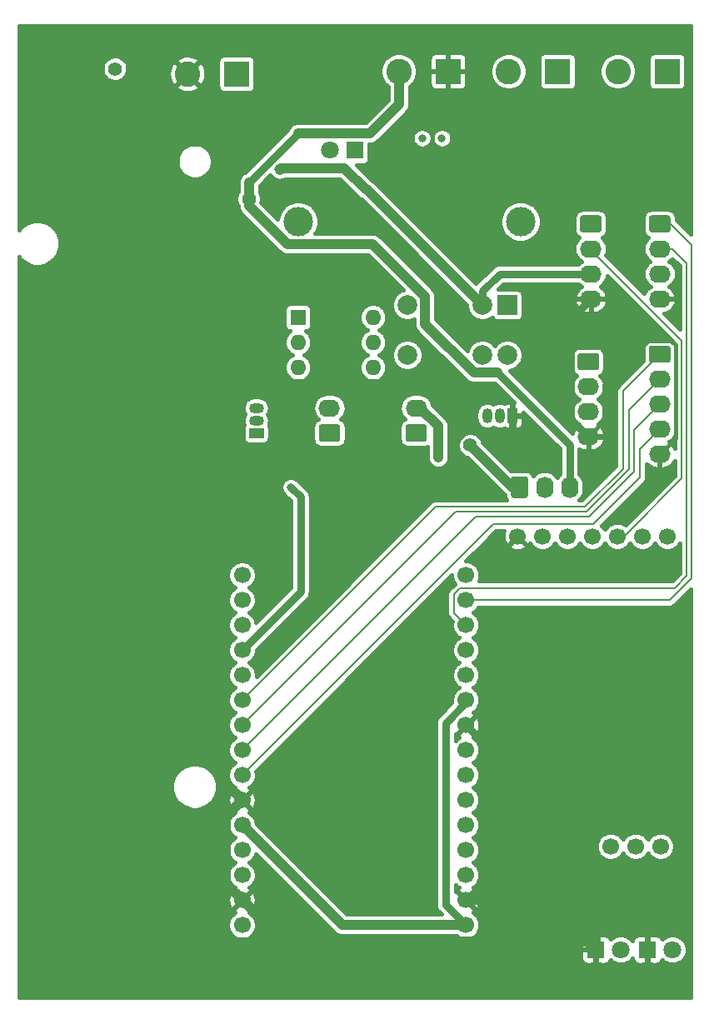
<source format=gbr>
%TF.GenerationSoftware,KiCad,Pcbnew,5.1.12-84ad8e8a86~92~ubuntu16.04.1*%
%TF.CreationDate,2022-03-26T09:40:31-03:00*%
%TF.ProjectId,BaseAurora,42617365-4175-4726-9f72-612e6b696361,rev?*%
%TF.SameCoordinates,Original*%
%TF.FileFunction,Copper,L2,Bot*%
%TF.FilePolarity,Positive*%
%FSLAX46Y46*%
G04 Gerber Fmt 4.6, Leading zero omitted, Abs format (unit mm)*
G04 Created by KiCad (PCBNEW 5.1.12-84ad8e8a86~92~ubuntu16.04.1) date 2022-03-26 09:40:31*
%MOMM*%
%LPD*%
G01*
G04 APERTURE LIST*
%TA.AperFunction,ComponentPad*%
%ADD10C,2.600000*%
%TD*%
%TA.AperFunction,ComponentPad*%
%ADD11R,2.600000X2.600000*%
%TD*%
%TA.AperFunction,ComponentPad*%
%ADD12O,2.190000X1.740000*%
%TD*%
%TA.AperFunction,ComponentPad*%
%ADD13C,1.700000*%
%TD*%
%TA.AperFunction,ComponentPad*%
%ADD14O,1.740000X2.190000*%
%TD*%
%TA.AperFunction,ComponentPad*%
%ADD15R,1.050000X1.500000*%
%TD*%
%TA.AperFunction,ComponentPad*%
%ADD16O,1.050000X1.500000*%
%TD*%
%TA.AperFunction,ComponentPad*%
%ADD17O,1.600000X1.600000*%
%TD*%
%TA.AperFunction,ComponentPad*%
%ADD18R,1.600000X1.600000*%
%TD*%
%TA.AperFunction,ComponentPad*%
%ADD19R,1.500000X1.050000*%
%TD*%
%TA.AperFunction,ComponentPad*%
%ADD20O,1.500000X1.050000*%
%TD*%
%TA.AperFunction,ComponentPad*%
%ADD21C,2.000000*%
%TD*%
%TA.AperFunction,ComponentPad*%
%ADD22R,2.000000X2.000000*%
%TD*%
%TA.AperFunction,ComponentPad*%
%ADD23C,3.000000*%
%TD*%
%TA.AperFunction,ComponentPad*%
%ADD24C,1.800000*%
%TD*%
%TA.AperFunction,ComponentPad*%
%ADD25R,1.800000X1.800000*%
%TD*%
%TA.AperFunction,ViaPad*%
%ADD26C,0.800000*%
%TD*%
%TA.AperFunction,ViaPad*%
%ADD27C,0.400000*%
%TD*%
%TA.AperFunction,ViaPad*%
%ADD28C,1.400000*%
%TD*%
%TA.AperFunction,ViaPad*%
%ADD29C,1.000000*%
%TD*%
%TA.AperFunction,Conductor*%
%ADD30C,0.800000*%
%TD*%
%TA.AperFunction,Conductor*%
%ADD31C,0.400000*%
%TD*%
%TA.AperFunction,Conductor*%
%ADD32C,0.600000*%
%TD*%
%TA.AperFunction,Conductor*%
%ADD33C,1.000000*%
%TD*%
%TA.AperFunction,Conductor*%
%ADD34C,0.300000*%
%TD*%
%TA.AperFunction,Conductor*%
%ADD35C,0.200000*%
%TD*%
%TA.AperFunction,Conductor*%
%ADD36C,0.100000*%
%TD*%
G04 APERTURE END LIST*
D10*
%TO.P,J7,2*%
%TO.N,NiCr_ISO*%
X241875000Y-27500000D03*
D11*
%TO.P,J7,1*%
%TO.N,GND_ISO*%
X246875000Y-27500000D03*
%TD*%
D12*
%TO.P,J2,5*%
%TO.N,GND*%
X257250000Y-66410000D03*
%TO.P,J2,4*%
%TO.N,SCLK*%
X257250000Y-63870000D03*
%TO.P,J2,3*%
%TO.N,MISO*%
X257250000Y-61330000D03*
%TO.P,J2,2*%
%TO.N,CS*%
X257250000Y-58790000D03*
%TO.P,J2,1*%
%TO.N,MOSI*%
%TA.AperFunction,ComponentPad*%
G36*
G01*
X256404999Y-55380000D02*
X258095001Y-55380000D01*
G75*
G02*
X258345000Y-55629999I0J-249999D01*
G01*
X258345000Y-56870001D01*
G75*
G02*
X258095001Y-57120000I-249999J0D01*
G01*
X256404999Y-57120000D01*
G75*
G02*
X256155000Y-56870001I0J249999D01*
G01*
X256155000Y-55629999D01*
G75*
G02*
X256404999Y-55380000I249999J0D01*
G01*
G37*
%TD.AperFunction*%
%TD*%
%TO.P,J5,4*%
%TO.N,GND*%
X257250000Y-50620000D03*
%TO.P,J5,3*%
%TO.N,3V3*%
X257250000Y-48080000D03*
%TO.P,J5,2*%
%TO.N,SDA_MASTER*%
X257250000Y-45540000D03*
%TO.P,J5,1*%
%TO.N,SCL_MASTER*%
%TA.AperFunction,ComponentPad*%
G36*
G01*
X256404999Y-42130000D02*
X258095001Y-42130000D01*
G75*
G02*
X258345000Y-42379999I0J-249999D01*
G01*
X258345000Y-43620001D01*
G75*
G02*
X258095001Y-43870000I-249999J0D01*
G01*
X256404999Y-43870000D01*
G75*
G02*
X256155000Y-43620001I0J249999D01*
G01*
X256155000Y-42379999D01*
G75*
G02*
X256404999Y-42130000I249999J0D01*
G01*
G37*
%TD.AperFunction*%
%TD*%
D13*
%TO.P,U2,10*%
%TO.N,Net-(U2-Pad10)*%
X257330000Y-106250000D03*
%TO.P,U2,9*%
%TO.N,Net-(U2-Pad9)*%
X254790000Y-106250000D03*
%TO.P,U2,8*%
%TO.N,Net-(U2-Pad8)*%
X252250000Y-106250000D03*
%TO.P,U2,7*%
%TO.N,GND*%
X242790000Y-74750000D03*
%TO.P,U2,6*%
%TO.N,VLora*%
X245330000Y-74750000D03*
%TO.P,U2,5*%
%TO.N,StatusLora*%
X247870000Y-74750000D03*
%TO.P,U2,4*%
%TO.N,OutputLora*%
X250410000Y-74750000D03*
%TO.P,U2,3*%
%TO.N,InputLora*%
X252950000Y-74750000D03*
%TO.P,U2,2*%
%TO.N,M1Lora*%
X255490000Y-74750000D03*
%TO.P,U2,1*%
%TO.N,M0Lora*%
X258030000Y-74750000D03*
%TD*%
D14*
%TO.P,J10,3*%
%TO.N,Vext*%
X248080000Y-69750000D03*
%TO.P,J10,2*%
%TO.N,VLora*%
X245540000Y-69750000D03*
%TO.P,J10,1*%
%TO.N,3V3*%
%TA.AperFunction,ComponentPad*%
G36*
G01*
X242130000Y-70595001D02*
X242130000Y-68904999D01*
G75*
G02*
X242379999Y-68655000I249999J0D01*
G01*
X243620001Y-68655000D01*
G75*
G02*
X243870000Y-68904999I0J-249999D01*
G01*
X243870000Y-70595001D01*
G75*
G02*
X243620001Y-70845000I-249999J0D01*
G01*
X242379999Y-70845000D01*
G75*
G02*
X242130000Y-70595001I0J249999D01*
G01*
G37*
%TD.AperFunction*%
%TD*%
D13*
%TO.P,U4,1*%
%TO.N,ADC*%
X214805000Y-78700000D03*
%TO.P,U4,2*%
%TO.N,Net-(U4-Pad2)*%
X214805000Y-81240000D03*
%TO.P,U4,3*%
%TO.N,Net-(U4-Pad3)*%
X214805000Y-83780000D03*
%TO.P,U4,4*%
%TO.N,NiCr*%
X214805000Y-86320000D03*
%TO.P,U4,5*%
%TO.N,LedErro*%
X214805000Y-88860000D03*
%TO.P,U4,6*%
%TO.N,MOSI*%
X214805000Y-91400000D03*
%TO.P,U4,7*%
%TO.N,CS*%
X214805000Y-93940000D03*
%TO.P,U4,8*%
%TO.N,MISO*%
X214805000Y-96480000D03*
%TO.P,U4,9*%
%TO.N,SCLK*%
X214805000Y-99020000D03*
%TO.P,U4,10*%
%TO.N,GND*%
X214805000Y-101560000D03*
%TO.P,U4,11*%
%TO.N,3V3*%
X214805000Y-104100000D03*
%TO.P,U4,12*%
%TO.N,Net-(U4-Pad12)*%
X214805000Y-106640000D03*
%TO.P,U4,13*%
%TO.N,Net-(U4-Pad13)*%
X214805000Y-109180000D03*
%TO.P,U4,14*%
%TO.N,GND*%
X214805000Y-111720000D03*
%TO.P,U4,15*%
%TO.N,Net-(U4-Pad15)*%
X214805000Y-114260000D03*
%TO.P,U4,16*%
%TO.N,3V3*%
X237560000Y-114260000D03*
%TO.P,U4,17*%
%TO.N,GND*%
X237560000Y-111720000D03*
%TO.P,U4,18*%
%TO.N,InputLora*%
X237560000Y-109180000D03*
%TO.P,U4,19*%
%TO.N,OutputLora*%
X237560000Y-106640000D03*
%TO.P,U4,20*%
%TO.N,StatusLora*%
X237560000Y-104100000D03*
%TO.P,U4,21*%
%TO.N,M1Lora*%
X237560000Y-101560000D03*
%TO.P,U4,22*%
%TO.N,M0Lora*%
X237560000Y-99020000D03*
%TO.P,U4,23*%
%TO.N,LedAcionamento*%
X237560000Y-96480000D03*
%TO.P,U4,24*%
%TO.N,GND*%
X237560000Y-93940000D03*
%TO.P,U4,25*%
%TO.N,3V3*%
X237560000Y-91400000D03*
%TO.P,U4,26*%
%TO.N,Net-(R14-Pad1)*%
X237560000Y-88860000D03*
%TO.P,U4,27*%
%TO.N,Net-(R13-Pad2)*%
X237560000Y-86320000D03*
%TO.P,U4,28*%
%TO.N,SDA_MASTER*%
X237560000Y-83780000D03*
%TO.P,U4,29*%
%TO.N,SCL_MASTER*%
X237560000Y-81240000D03*
%TO.P,U4,30*%
%TO.N,Net-(U4-Pad30)*%
X237560000Y-78700000D03*
%TD*%
D15*
%TO.P,Q2,1*%
%TO.N,GND*%
X242250000Y-62500000D03*
D16*
%TO.P,Q2,3*%
%TO.N,Net-(D5-Pad2)*%
X239710000Y-62500000D03*
%TO.P,Q2,2*%
%TO.N,Net-(Q2-Pad2)*%
X240980000Y-62500000D03*
%TD*%
D17*
%TO.P,U3,6*%
%TO.N,Net-(U3-Pad6)*%
X228120000Y-52500000D03*
%TO.P,U3,3*%
%TO.N,Net-(U3-Pad3)*%
X220500000Y-57580000D03*
%TO.P,U3,5*%
%TO.N,Net-(J8-Pad2)*%
X228120000Y-55040000D03*
%TO.P,U3,2*%
%TO.N,Net-(D4-Pad2)*%
X220500000Y-55040000D03*
%TO.P,U3,4*%
%TO.N,Net-(J9-Pad2)*%
X228120000Y-57580000D03*
D18*
%TO.P,U3,1*%
%TO.N,Net-(R9-Pad1)*%
X220500000Y-52500000D03*
%TD*%
D19*
%TO.P,Q1,1*%
%TO.N,3V3*%
X216250000Y-64250000D03*
D20*
%TO.P,Q1,3*%
%TO.N,Net-(J8-Pad2)*%
X216250000Y-61710000D03*
%TO.P,Q1,2*%
%TO.N,Net-(Q1-Pad2)*%
X216250000Y-62980000D03*
%TD*%
D21*
%TO.P,K1,5*%
%TO.N,Net-(J11-Pad1)*%
X231590000Y-51250000D03*
%TO.P,K1,6*%
X231590000Y-56330000D03*
%TO.P,K1,2*%
%TO.N,3V3*%
X239210000Y-51250000D03*
D22*
%TO.P,K1,1*%
%TO.N,Net-(K1-Pad1)*%
X241750000Y-51250000D03*
D21*
%TO.P,K1,9*%
%TO.N,Net-(D5-Pad2)*%
X239210000Y-56330000D03*
%TO.P,K1,10*%
%TO.N,Net-(F2-Pad2)*%
X241750000Y-56330000D03*
%TD*%
D12*
%TO.P,J9,2*%
%TO.N,Net-(J9-Pad2)*%
X232500000Y-61710000D03*
%TO.P,J9,1*%
%TO.N,Net-(J8-Pad2)*%
%TA.AperFunction,ComponentPad*%
G36*
G01*
X233345001Y-65120000D02*
X231654999Y-65120000D01*
G75*
G02*
X231405000Y-64870001I0J249999D01*
G01*
X231405000Y-63629999D01*
G75*
G02*
X231654999Y-63380000I249999J0D01*
G01*
X233345001Y-63380000D01*
G75*
G02*
X233595000Y-63629999I0J-249999D01*
G01*
X233595000Y-64870001D01*
G75*
G02*
X233345001Y-65120000I-249999J0D01*
G01*
G37*
%TD.AperFunction*%
%TD*%
%TO.P,J8,2*%
%TO.N,Net-(J8-Pad2)*%
X223690000Y-61710000D03*
%TO.P,J8,1*%
%TO.N,3V3*%
%TA.AperFunction,ComponentPad*%
G36*
G01*
X224535001Y-65120000D02*
X222844999Y-65120000D01*
G75*
G02*
X222595000Y-64870001I0J249999D01*
G01*
X222595000Y-63629999D01*
G75*
G02*
X222844999Y-63380000I249999J0D01*
G01*
X224535001Y-63380000D01*
G75*
G02*
X224785000Y-63629999I0J-249999D01*
G01*
X224785000Y-64870001D01*
G75*
G02*
X224535001Y-65120000I-249999J0D01*
G01*
G37*
%TD.AperFunction*%
%TD*%
%TO.P,J4,4*%
%TO.N,GND*%
X250250000Y-50620000D03*
%TO.P,J4,3*%
%TO.N,3V3*%
X250250000Y-48080000D03*
%TO.P,J4,2*%
%TO.N,InputLora*%
X250250000Y-45540000D03*
%TO.P,J4,1*%
%TO.N,OutputLora*%
%TA.AperFunction,ComponentPad*%
G36*
G01*
X249404999Y-42130000D02*
X251095001Y-42130000D01*
G75*
G02*
X251345000Y-42379999I0J-249999D01*
G01*
X251345000Y-43620001D01*
G75*
G02*
X251095001Y-43870000I-249999J0D01*
G01*
X249404999Y-43870000D01*
G75*
G02*
X249155000Y-43620001I0J249999D01*
G01*
X249155000Y-42379999D01*
G75*
G02*
X249404999Y-42130000I249999J0D01*
G01*
G37*
%TD.AperFunction*%
%TD*%
%TO.P,J1,4*%
%TO.N,GND*%
X250000000Y-64620000D03*
%TO.P,J1,3*%
%TO.N,3V3*%
X250000000Y-62080000D03*
%TO.P,J1,2*%
%TO.N,DIO2*%
X250000000Y-59540000D03*
%TO.P,J1,1*%
%TO.N,DIO1*%
%TA.AperFunction,ComponentPad*%
G36*
G01*
X249154999Y-56130000D02*
X250845001Y-56130000D01*
G75*
G02*
X251095000Y-56379999I0J-249999D01*
G01*
X251095000Y-57620001D01*
G75*
G02*
X250845001Y-57870000I-249999J0D01*
G01*
X249154999Y-57870000D01*
G75*
G02*
X248905000Y-57620001I0J249999D01*
G01*
X248905000Y-56379999D01*
G75*
G02*
X249154999Y-56130000I249999J0D01*
G01*
G37*
%TD.AperFunction*%
%TD*%
D23*
%TO.P,F2,2*%
%TO.N,Net-(F2-Pad2)*%
X243100000Y-42750000D03*
%TO.P,F2,1*%
%TO.N,Net-(F2-Pad1)*%
X220500000Y-42750000D03*
%TD*%
D24*
%TO.P,D4,2*%
%TO.N,Net-(D4-Pad2)*%
X223710000Y-35500000D03*
D25*
%TO.P,D4,1*%
%TO.N,GND_ISO*%
X226250000Y-35500000D03*
%TD*%
D24*
%TO.P,D2,2*%
%TO.N,Net-(D2-Pad2)*%
X253290000Y-116750000D03*
D25*
%TO.P,D2,1*%
%TO.N,GND*%
X250750000Y-116750000D03*
%TD*%
D24*
%TO.P,D1,2*%
%TO.N,Net-(D1-Pad2)*%
X258540000Y-116750000D03*
D25*
%TO.P,D1,1*%
%TO.N,GND*%
X256000000Y-116750000D03*
%TD*%
D11*
%TO.P,J3,1*%
%TO.N,Vbat*%
X214250000Y-27750000D03*
D10*
%TO.P,J3,2*%
%TO.N,GND*%
X209250000Y-27750000D03*
%TD*%
D11*
%TO.P,J6,1*%
%TO.N,GND*%
X235750000Y-27500000D03*
D10*
%TO.P,J6,2*%
%TO.N,Vext*%
X230750000Y-27500000D03*
%TD*%
%TO.P,J11,2*%
%TO.N,Net-(F2-Pad1)*%
X253000000Y-27500000D03*
D11*
%TO.P,J11,1*%
%TO.N,Net-(J11-Pad1)*%
X258000000Y-27500000D03*
%TD*%
D26*
%TO.N,GND*%
X245900000Y-67750000D03*
D27*
X229500000Y-67250000D03*
X222625001Y-30375001D03*
X227874999Y-30375001D03*
D28*
X196450000Y-27250000D03*
%TO.N,Vbat*%
X201900000Y-27250000D03*
D29*
%TO.N,3V3*%
X218600000Y-37450000D03*
D28*
X238000000Y-65500000D03*
D26*
%TO.N,GND_ISO*%
X233120001Y-34296250D03*
%TO.N,Net-(J9-Pad2)*%
X234750000Y-66750000D03*
D28*
%TO.N,Vext*%
X215499999Y-40450001D03*
D26*
%TO.N,NiCr*%
X219750000Y-69750000D03*
%TO.N,NiCr_ISO*%
X235112500Y-34296250D03*
%TD*%
D30*
%TO.N,GND*%
X248204990Y-62824990D02*
X250000000Y-64620000D01*
X248204990Y-52665010D02*
X248204990Y-62824990D01*
X250250000Y-50620000D02*
X248204990Y-52665010D01*
D31*
X251595010Y-59379312D02*
X251595010Y-63024990D01*
X251595010Y-63024990D02*
X250000000Y-64620000D01*
X256094332Y-54879990D02*
X251595010Y-59379312D01*
X258405668Y-54879990D02*
X256094332Y-54879990D01*
X258845010Y-55319332D02*
X258405668Y-54879990D01*
X258845010Y-64814990D02*
X258845010Y-55319332D01*
X257250000Y-66410000D02*
X258845010Y-64814990D01*
D30*
X222625001Y-30375001D02*
X227874999Y-30375001D01*
X227874999Y-30375001D02*
X227874999Y-30375001D01*
D32*
X242250000Y-61150000D02*
X240600000Y-59500000D01*
X242250000Y-62500000D02*
X242250000Y-61150000D01*
X240600000Y-59500000D02*
X231500000Y-59500000D01*
X231500000Y-59500000D02*
X229500000Y-61500000D01*
X229500000Y-61500000D02*
X229500000Y-67250000D01*
D33*
X213154999Y-110069999D02*
X214805000Y-111720000D01*
X213154999Y-103210001D02*
X213154999Y-110069999D01*
X214805000Y-101560000D02*
X213154999Y-103210001D01*
X249910001Y-115910001D02*
X250750000Y-116750000D01*
X218995001Y-115910001D02*
X249910001Y-115910001D01*
X214805000Y-111720000D02*
X218995001Y-115910001D01*
X250750000Y-116750000D02*
X250750000Y-114250000D01*
X248220000Y-111720000D02*
X237560000Y-111720000D01*
X250750000Y-114250000D02*
X248220000Y-111720000D01*
D30*
X239110001Y-110169999D02*
X237560000Y-111720000D01*
X239110001Y-95490001D02*
X239110001Y-110169999D01*
X237560000Y-93940000D02*
X239110001Y-95490001D01*
D33*
X229500000Y-67250000D02*
X214000000Y-67250000D01*
X214000000Y-67250000D02*
X210750000Y-70500000D01*
X210750000Y-70500000D02*
X210750000Y-97250000D01*
X213154999Y-99909999D02*
X214805000Y-101560000D01*
X213154999Y-99654999D02*
X213154999Y-99909999D01*
X210750000Y-97250000D02*
X213154999Y-99654999D01*
D30*
X242250000Y-64095029D02*
X245904971Y-67750000D01*
X242250000Y-62500000D02*
X242250000Y-64095029D01*
D33*
%TO.N,3V3*%
X216194990Y-64305010D02*
X216250000Y-64305010D01*
D30*
X239210000Y-49835787D02*
X239210000Y-51250000D01*
X240965787Y-48080000D02*
X239210000Y-49835787D01*
X250250000Y-48080000D02*
X240965787Y-48080000D01*
D33*
X224965000Y-114260000D02*
X214805000Y-104100000D01*
X237560000Y-114260000D02*
X224965000Y-114260000D01*
D30*
X237560000Y-114260000D02*
X235500000Y-112200000D01*
X237560000Y-91645998D02*
X237560000Y-91400000D01*
X235500000Y-93705998D02*
X237560000Y-91645998D01*
X235500000Y-112200000D02*
X235500000Y-93705998D01*
D33*
X242250000Y-69750000D02*
X238000000Y-65500000D01*
X243000000Y-69750000D02*
X242250000Y-69750000D01*
X218768488Y-37350000D02*
X218634244Y-37484244D01*
X239210000Y-51250000D02*
X227460001Y-39500001D01*
X227460001Y-39500001D02*
X227350001Y-39500001D01*
X227350001Y-39500001D02*
X225200000Y-37350000D01*
X225200000Y-37350000D02*
X218768488Y-37350000D01*
D34*
%TO.N,SCLK*%
X214805000Y-98404002D02*
X214805000Y-99020000D01*
D35*
X250500001Y-73499999D02*
X240325001Y-73499999D01*
X235725001Y-78099999D02*
X235587500Y-78237500D01*
X240325001Y-73499999D02*
X235587500Y-78237500D01*
X235587500Y-78237500D02*
X214805000Y-99020000D01*
X255250000Y-68750000D02*
X250500001Y-73499999D01*
X257250000Y-63870000D02*
X255250000Y-65870000D01*
X255250000Y-65870000D02*
X255250000Y-68750000D01*
%TO.N,MISO*%
X238535000Y-72750000D02*
X214805000Y-96480000D01*
X257250000Y-61330000D02*
X254646435Y-63933565D01*
X254646435Y-63933565D02*
X254646435Y-68146435D01*
X254646435Y-68146435D02*
X250042870Y-72750000D01*
X250042870Y-72750000D02*
X238535000Y-72750000D01*
%TO.N,CS*%
X249835760Y-72249990D02*
X238000010Y-72249990D01*
X254146425Y-67939325D02*
X249835760Y-72249990D01*
X257250000Y-58790000D02*
X254116087Y-61923913D01*
X254116087Y-61923913D02*
X254116087Y-67383913D01*
X254116087Y-67383913D02*
X254146425Y-67414251D01*
X254146425Y-67414251D02*
X254146425Y-67939325D01*
X238000010Y-72249990D02*
X237999990Y-72250010D01*
X236494990Y-72250010D02*
X214805000Y-93940000D01*
X237999990Y-72250010D02*
X236494990Y-72250010D01*
D34*
%TO.N,MOSI*%
X214805000Y-91400000D02*
X215350000Y-91400000D01*
D35*
X237792880Y-71750000D02*
X234455000Y-71750000D01*
X237792900Y-71749980D02*
X237792880Y-71750000D01*
X234455000Y-71750000D02*
X214805000Y-91400000D01*
X257250000Y-56250000D02*
X253500000Y-60000000D01*
X253500000Y-60000000D02*
X253500000Y-67878630D01*
X253500000Y-67878630D02*
X249628650Y-71749980D01*
X249628650Y-71749980D02*
X237792900Y-71749980D01*
%TO.N,InputLora*%
X253639998Y-74750000D02*
X252950000Y-74750000D01*
X250250000Y-45540000D02*
X250250000Y-45641065D01*
X250250000Y-45641065D02*
X259499990Y-54891055D01*
X259499990Y-54891055D02*
X259499990Y-68890008D01*
X259499990Y-68890008D02*
X253639998Y-74750000D01*
%TO.N,SDA_MASTER*%
X258545000Y-45540000D02*
X260000000Y-46995000D01*
X257250000Y-45540000D02*
X258545000Y-45540000D01*
X260000000Y-46995000D02*
X260000000Y-78792880D01*
X236309999Y-82529999D02*
X237560000Y-83780000D01*
X236309999Y-80639999D02*
X236309999Y-82529999D01*
X236959999Y-79989999D02*
X236309999Y-80639999D01*
X258802881Y-79989999D02*
X236959999Y-79989999D01*
X260000000Y-78792880D02*
X258802881Y-79989999D01*
%TO.N,SCL_MASTER*%
X258345000Y-43000000D02*
X260500000Y-45155000D01*
X257250000Y-43000000D02*
X258345000Y-43000000D01*
X260500000Y-45155000D02*
X260500000Y-79000000D01*
X258260000Y-81240000D02*
X237560000Y-81240000D01*
X260500000Y-79000000D02*
X258260000Y-81240000D01*
D33*
%TO.N,Net-(J9-Pad2)*%
X232909942Y-61710000D02*
X234750000Y-63550058D01*
X232500000Y-61710000D02*
X232909942Y-61710000D01*
X234750000Y-63550058D02*
X234750000Y-66750000D01*
X234750000Y-66750000D02*
X234750000Y-66750000D01*
%TO.N,Vext*%
X230750000Y-30840000D02*
X230750000Y-27500000D01*
X227790001Y-33799999D02*
X230750000Y-30840000D01*
D30*
X215499999Y-38779999D02*
X220479999Y-33799999D01*
D33*
X240785649Y-58130001D02*
X238345999Y-58130001D01*
D30*
X247004981Y-64349333D02*
X240785649Y-58130001D01*
D33*
X220479999Y-33799999D02*
X227790001Y-33799999D01*
X238345999Y-58130001D02*
X233390001Y-53174003D01*
X233390001Y-53174003D02*
X233390001Y-50385999D01*
X233390001Y-50385999D02*
X228054003Y-45050001D01*
X228054003Y-45050001D02*
X219395999Y-45050001D01*
X215499999Y-41154001D02*
X215499999Y-40450001D01*
X219395999Y-45050001D02*
X215499999Y-41154001D01*
D30*
X248080000Y-65424352D02*
X247004981Y-64349333D01*
X248080000Y-69750000D02*
X248080000Y-65424352D01*
D33*
X215499999Y-40450001D02*
X215499999Y-38779999D01*
D30*
%TO.N,NiCr*%
X214805000Y-86320000D02*
X220750000Y-80375000D01*
X220750000Y-80375000D02*
X220750000Y-70750000D01*
X220750000Y-70750000D02*
X219750000Y-69750000D01*
X219750000Y-69750000D02*
X219750000Y-69750000D01*
%TD*%
D31*
%TO.N,GND*%
X260375001Y-44040052D02*
X258947903Y-42612954D01*
X258947903Y-42379999D01*
X258931515Y-42213606D01*
X258882980Y-42053608D01*
X258804163Y-41906152D01*
X258698094Y-41776906D01*
X258568848Y-41670837D01*
X258421392Y-41592020D01*
X258261394Y-41543485D01*
X258095001Y-41527097D01*
X256404999Y-41527097D01*
X256238606Y-41543485D01*
X256078608Y-41592020D01*
X255931152Y-41670837D01*
X255801906Y-41776906D01*
X255695837Y-41906152D01*
X255617020Y-42053608D01*
X255568485Y-42213606D01*
X255552097Y-42379999D01*
X255552097Y-43620001D01*
X255568485Y-43786394D01*
X255617020Y-43946392D01*
X255695837Y-44093848D01*
X255801906Y-44223094D01*
X255931152Y-44329163D01*
X256078608Y-44407980D01*
X256084879Y-44409882D01*
X255980524Y-44495524D01*
X255796826Y-44719361D01*
X255660326Y-44974734D01*
X255576270Y-45251830D01*
X255547888Y-45540000D01*
X255576270Y-45828170D01*
X255660326Y-46105266D01*
X255796826Y-46360639D01*
X255980524Y-46584476D01*
X256204361Y-46768174D01*
X256282612Y-46810000D01*
X256204361Y-46851826D01*
X255980524Y-47035524D01*
X255796826Y-47259361D01*
X255660326Y-47514734D01*
X255576270Y-47791830D01*
X255547888Y-48080000D01*
X255576270Y-48368170D01*
X255660326Y-48645266D01*
X255796826Y-48900639D01*
X255980524Y-49124476D01*
X256204361Y-49308174D01*
X256290174Y-49354042D01*
X256166738Y-49425518D01*
X255950197Y-49615908D01*
X255774960Y-49844885D01*
X255665812Y-50066928D01*
X251792467Y-46193583D01*
X251839674Y-46105266D01*
X251923730Y-45828170D01*
X251952112Y-45540000D01*
X251923730Y-45251830D01*
X251839674Y-44974734D01*
X251703174Y-44719361D01*
X251519476Y-44495524D01*
X251415121Y-44409882D01*
X251421392Y-44407980D01*
X251568848Y-44329163D01*
X251698094Y-44223094D01*
X251804163Y-44093848D01*
X251882980Y-43946392D01*
X251931515Y-43786394D01*
X251947903Y-43620001D01*
X251947903Y-42379999D01*
X251931515Y-42213606D01*
X251882980Y-42053608D01*
X251804163Y-41906152D01*
X251698094Y-41776906D01*
X251568848Y-41670837D01*
X251421392Y-41592020D01*
X251261394Y-41543485D01*
X251095001Y-41527097D01*
X249404999Y-41527097D01*
X249238606Y-41543485D01*
X249078608Y-41592020D01*
X248931152Y-41670837D01*
X248801906Y-41776906D01*
X248695837Y-41906152D01*
X248617020Y-42053608D01*
X248568485Y-42213606D01*
X248552097Y-42379999D01*
X248552097Y-43620001D01*
X248568485Y-43786394D01*
X248617020Y-43946392D01*
X248695837Y-44093848D01*
X248801906Y-44223094D01*
X248931152Y-44329163D01*
X249078608Y-44407980D01*
X249084879Y-44409882D01*
X248980524Y-44495524D01*
X248796826Y-44719361D01*
X248660326Y-44974734D01*
X248576270Y-45251830D01*
X248547888Y-45540000D01*
X248576270Y-45828170D01*
X248660326Y-46105266D01*
X248796826Y-46360639D01*
X248980524Y-46584476D01*
X249204361Y-46768174D01*
X249282612Y-46810000D01*
X249204361Y-46851826D01*
X248980524Y-47035524D01*
X248944024Y-47080000D01*
X241014907Y-47080000D01*
X240965787Y-47075162D01*
X240916667Y-47080000D01*
X240769753Y-47094470D01*
X240581252Y-47151651D01*
X240407529Y-47244508D01*
X240255259Y-47369472D01*
X240223947Y-47407626D01*
X238573605Y-49057970D01*
X232058803Y-42543168D01*
X241000000Y-42543168D01*
X241000000Y-42956832D01*
X241080702Y-43362547D01*
X241239004Y-43744723D01*
X241468823Y-44088672D01*
X241761328Y-44381177D01*
X242105277Y-44610996D01*
X242487453Y-44769298D01*
X242893168Y-44850000D01*
X243306832Y-44850000D01*
X243712547Y-44769298D01*
X244094723Y-44610996D01*
X244438672Y-44381177D01*
X244731177Y-44088672D01*
X244960996Y-43744723D01*
X245119298Y-43362547D01*
X245200000Y-42956832D01*
X245200000Y-42543168D01*
X245119298Y-42137453D01*
X244960996Y-41755277D01*
X244731177Y-41411328D01*
X244438672Y-41118823D01*
X244094723Y-40889004D01*
X243712547Y-40730702D01*
X243306832Y-40650000D01*
X242893168Y-40650000D01*
X242487453Y-40730702D01*
X242105277Y-40889004D01*
X241761328Y-41118823D01*
X241468823Y-41411328D01*
X241239004Y-41755277D01*
X241080702Y-42137453D01*
X241000000Y-42543168D01*
X232058803Y-42543168D01*
X228276034Y-38760400D01*
X228241582Y-38718420D01*
X228074085Y-38580959D01*
X227886130Y-38480496D01*
X226408537Y-37002903D01*
X227150000Y-37002903D01*
X227267621Y-36991318D01*
X227380721Y-36957010D01*
X227484955Y-36901296D01*
X227576317Y-36826317D01*
X227651296Y-36734955D01*
X227707010Y-36630721D01*
X227741318Y-36517621D01*
X227752903Y-36400000D01*
X227752903Y-34901667D01*
X227790001Y-34905321D01*
X227844035Y-34899999D01*
X227844037Y-34899999D01*
X228005639Y-34884083D01*
X228212989Y-34821183D01*
X228404085Y-34719041D01*
X228571582Y-34581580D01*
X228606034Y-34539600D01*
X228947875Y-34197759D01*
X232120001Y-34197759D01*
X232120001Y-34394741D01*
X232158430Y-34587939D01*
X232233812Y-34769928D01*
X232343250Y-34933713D01*
X232482538Y-35073001D01*
X232646323Y-35182439D01*
X232828312Y-35257821D01*
X233021510Y-35296250D01*
X233218492Y-35296250D01*
X233411690Y-35257821D01*
X233593679Y-35182439D01*
X233757464Y-35073001D01*
X233896752Y-34933713D01*
X234006190Y-34769928D01*
X234081572Y-34587939D01*
X234116251Y-34413596D01*
X234150929Y-34587939D01*
X234226311Y-34769928D01*
X234335749Y-34933713D01*
X234475037Y-35073001D01*
X234638822Y-35182439D01*
X234820811Y-35257821D01*
X235014009Y-35296250D01*
X235210991Y-35296250D01*
X235404189Y-35257821D01*
X235586178Y-35182439D01*
X235749963Y-35073001D01*
X235889251Y-34933713D01*
X235998689Y-34769928D01*
X236074071Y-34587939D01*
X236112500Y-34394741D01*
X236112500Y-34197759D01*
X236074071Y-34004561D01*
X235998689Y-33822572D01*
X235889251Y-33658787D01*
X235749963Y-33519499D01*
X235586178Y-33410061D01*
X235404189Y-33334679D01*
X235210991Y-33296250D01*
X235014009Y-33296250D01*
X234820811Y-33334679D01*
X234638822Y-33410061D01*
X234475037Y-33519499D01*
X234335749Y-33658787D01*
X234226311Y-33822572D01*
X234150929Y-34004561D01*
X234116251Y-34178904D01*
X234081572Y-34004561D01*
X234006190Y-33822572D01*
X233896752Y-33658787D01*
X233757464Y-33519499D01*
X233593679Y-33410061D01*
X233411690Y-33334679D01*
X233218492Y-33296250D01*
X233021510Y-33296250D01*
X232828312Y-33334679D01*
X232646323Y-33410061D01*
X232482538Y-33519499D01*
X232343250Y-33658787D01*
X232233812Y-33822572D01*
X232158430Y-34004561D01*
X232120001Y-34197759D01*
X228947875Y-34197759D01*
X231489606Y-31656029D01*
X231531581Y-31621581D01*
X231669042Y-31454084D01*
X231771184Y-31262989D01*
X231785824Y-31214729D01*
X231834084Y-31055638D01*
X231850000Y-30894036D01*
X231850000Y-30894034D01*
X231855322Y-30840000D01*
X231850000Y-30785966D01*
X231850000Y-29050113D01*
X231961179Y-28975826D01*
X232137005Y-28800000D01*
X233847097Y-28800000D01*
X233858682Y-28917621D01*
X233892990Y-29030721D01*
X233948704Y-29134955D01*
X234023683Y-29226317D01*
X234115045Y-29301296D01*
X234219279Y-29357010D01*
X234332379Y-29391318D01*
X234450000Y-29402903D01*
X235550000Y-29400000D01*
X235700000Y-29250000D01*
X235700000Y-27550000D01*
X235800000Y-27550000D01*
X235800000Y-29250000D01*
X235950000Y-29400000D01*
X237050000Y-29402903D01*
X237167621Y-29391318D01*
X237280721Y-29357010D01*
X237384955Y-29301296D01*
X237476317Y-29226317D01*
X237551296Y-29134955D01*
X237607010Y-29030721D01*
X237641318Y-28917621D01*
X237652903Y-28800000D01*
X237650000Y-27700000D01*
X237500000Y-27550000D01*
X235800000Y-27550000D01*
X235700000Y-27550000D01*
X234000000Y-27550000D01*
X233850000Y-27700000D01*
X233847097Y-28800000D01*
X232137005Y-28800000D01*
X232225826Y-28711179D01*
X232433758Y-28399987D01*
X232576984Y-28054209D01*
X232650000Y-27687134D01*
X232650000Y-27312866D01*
X232576984Y-26945791D01*
X232433758Y-26600013D01*
X232225826Y-26288821D01*
X232137005Y-26200000D01*
X233847097Y-26200000D01*
X233850000Y-27300000D01*
X234000000Y-27450000D01*
X235700000Y-27450000D01*
X235700000Y-25750000D01*
X235800000Y-25750000D01*
X235800000Y-27450000D01*
X237500000Y-27450000D01*
X237637134Y-27312866D01*
X239975000Y-27312866D01*
X239975000Y-27687134D01*
X240048016Y-28054209D01*
X240191242Y-28399987D01*
X240399174Y-28711179D01*
X240663821Y-28975826D01*
X240975013Y-29183758D01*
X241320791Y-29326984D01*
X241687866Y-29400000D01*
X242062134Y-29400000D01*
X242429209Y-29326984D01*
X242774987Y-29183758D01*
X243086179Y-28975826D01*
X243350826Y-28711179D01*
X243558758Y-28399987D01*
X243701984Y-28054209D01*
X243775000Y-27687134D01*
X243775000Y-27312866D01*
X243701984Y-26945791D01*
X243558758Y-26600013D01*
X243350826Y-26288821D01*
X243262005Y-26200000D01*
X244972097Y-26200000D01*
X244972097Y-28800000D01*
X244983682Y-28917621D01*
X245017990Y-29030721D01*
X245073704Y-29134955D01*
X245148683Y-29226317D01*
X245240045Y-29301296D01*
X245344279Y-29357010D01*
X245457379Y-29391318D01*
X245575000Y-29402903D01*
X248175000Y-29402903D01*
X248292621Y-29391318D01*
X248405721Y-29357010D01*
X248509955Y-29301296D01*
X248601317Y-29226317D01*
X248676296Y-29134955D01*
X248732010Y-29030721D01*
X248766318Y-28917621D01*
X248777903Y-28800000D01*
X248777903Y-27312866D01*
X251100000Y-27312866D01*
X251100000Y-27687134D01*
X251173016Y-28054209D01*
X251316242Y-28399987D01*
X251524174Y-28711179D01*
X251788821Y-28975826D01*
X252100013Y-29183758D01*
X252445791Y-29326984D01*
X252812866Y-29400000D01*
X253187134Y-29400000D01*
X253554209Y-29326984D01*
X253899987Y-29183758D01*
X254211179Y-28975826D01*
X254475826Y-28711179D01*
X254683758Y-28399987D01*
X254826984Y-28054209D01*
X254900000Y-27687134D01*
X254900000Y-27312866D01*
X254826984Y-26945791D01*
X254683758Y-26600013D01*
X254475826Y-26288821D01*
X254387005Y-26200000D01*
X256097097Y-26200000D01*
X256097097Y-28800000D01*
X256108682Y-28917621D01*
X256142990Y-29030721D01*
X256198704Y-29134955D01*
X256273683Y-29226317D01*
X256365045Y-29301296D01*
X256469279Y-29357010D01*
X256582379Y-29391318D01*
X256700000Y-29402903D01*
X259300000Y-29402903D01*
X259417621Y-29391318D01*
X259530721Y-29357010D01*
X259634955Y-29301296D01*
X259726317Y-29226317D01*
X259801296Y-29134955D01*
X259857010Y-29030721D01*
X259891318Y-28917621D01*
X259902903Y-28800000D01*
X259902903Y-26200000D01*
X259891318Y-26082379D01*
X259857010Y-25969279D01*
X259801296Y-25865045D01*
X259726317Y-25773683D01*
X259634955Y-25698704D01*
X259530721Y-25642990D01*
X259417621Y-25608682D01*
X259300000Y-25597097D01*
X256700000Y-25597097D01*
X256582379Y-25608682D01*
X256469279Y-25642990D01*
X256365045Y-25698704D01*
X256273683Y-25773683D01*
X256198704Y-25865045D01*
X256142990Y-25969279D01*
X256108682Y-26082379D01*
X256097097Y-26200000D01*
X254387005Y-26200000D01*
X254211179Y-26024174D01*
X253899987Y-25816242D01*
X253554209Y-25673016D01*
X253187134Y-25600000D01*
X252812866Y-25600000D01*
X252445791Y-25673016D01*
X252100013Y-25816242D01*
X251788821Y-26024174D01*
X251524174Y-26288821D01*
X251316242Y-26600013D01*
X251173016Y-26945791D01*
X251100000Y-27312866D01*
X248777903Y-27312866D01*
X248777903Y-26200000D01*
X248766318Y-26082379D01*
X248732010Y-25969279D01*
X248676296Y-25865045D01*
X248601317Y-25773683D01*
X248509955Y-25698704D01*
X248405721Y-25642990D01*
X248292621Y-25608682D01*
X248175000Y-25597097D01*
X245575000Y-25597097D01*
X245457379Y-25608682D01*
X245344279Y-25642990D01*
X245240045Y-25698704D01*
X245148683Y-25773683D01*
X245073704Y-25865045D01*
X245017990Y-25969279D01*
X244983682Y-26082379D01*
X244972097Y-26200000D01*
X243262005Y-26200000D01*
X243086179Y-26024174D01*
X242774987Y-25816242D01*
X242429209Y-25673016D01*
X242062134Y-25600000D01*
X241687866Y-25600000D01*
X241320791Y-25673016D01*
X240975013Y-25816242D01*
X240663821Y-26024174D01*
X240399174Y-26288821D01*
X240191242Y-26600013D01*
X240048016Y-26945791D01*
X239975000Y-27312866D01*
X237637134Y-27312866D01*
X237650000Y-27300000D01*
X237652903Y-26200000D01*
X237641318Y-26082379D01*
X237607010Y-25969279D01*
X237551296Y-25865045D01*
X237476317Y-25773683D01*
X237384955Y-25698704D01*
X237280721Y-25642990D01*
X237167621Y-25608682D01*
X237050000Y-25597097D01*
X235950000Y-25600000D01*
X235800000Y-25750000D01*
X235700000Y-25750000D01*
X235550000Y-25600000D01*
X234450000Y-25597097D01*
X234332379Y-25608682D01*
X234219279Y-25642990D01*
X234115045Y-25698704D01*
X234023683Y-25773683D01*
X233948704Y-25865045D01*
X233892990Y-25969279D01*
X233858682Y-26082379D01*
X233847097Y-26200000D01*
X232137005Y-26200000D01*
X231961179Y-26024174D01*
X231649987Y-25816242D01*
X231304209Y-25673016D01*
X230937134Y-25600000D01*
X230562866Y-25600000D01*
X230195791Y-25673016D01*
X229850013Y-25816242D01*
X229538821Y-26024174D01*
X229274174Y-26288821D01*
X229066242Y-26600013D01*
X228923016Y-26945791D01*
X228850000Y-27312866D01*
X228850000Y-27687134D01*
X228923016Y-28054209D01*
X229066242Y-28399987D01*
X229274174Y-28711179D01*
X229538821Y-28975826D01*
X229650001Y-29050114D01*
X229650000Y-30384365D01*
X227334367Y-32699999D01*
X220425963Y-32699999D01*
X220264361Y-32715915D01*
X220057011Y-32778815D01*
X219865915Y-32880957D01*
X219698418Y-33018418D01*
X219560957Y-33185915D01*
X219458815Y-33377011D01*
X219445770Y-33420014D01*
X215120016Y-37745770D01*
X215077012Y-37758815D01*
X214885916Y-37860957D01*
X214718419Y-37998418D01*
X214580958Y-38165915D01*
X214478816Y-38357011D01*
X214415915Y-38564361D01*
X214399999Y-38725963D01*
X214399999Y-39756329D01*
X214347954Y-39834220D01*
X214249957Y-40070805D01*
X214199999Y-40321962D01*
X214199999Y-40578040D01*
X214249957Y-40829197D01*
X214347954Y-41065782D01*
X214396247Y-41138058D01*
X214394677Y-41154001D01*
X214399999Y-41208035D01*
X214399999Y-41208036D01*
X214415915Y-41369638D01*
X214478815Y-41576988D01*
X214580957Y-41768085D01*
X214718418Y-41935582D01*
X214760398Y-41970034D01*
X218579970Y-45789607D01*
X218614418Y-45831582D01*
X218702175Y-45903602D01*
X218781914Y-45969043D01*
X218859770Y-46010657D01*
X218973011Y-46071185D01*
X219180361Y-46134085D01*
X219341963Y-46150001D01*
X219341964Y-46150001D01*
X219395998Y-46155323D01*
X219450032Y-46150001D01*
X227598369Y-46150001D01*
X231153789Y-49705422D01*
X231123297Y-49711487D01*
X230832116Y-49832098D01*
X230570059Y-50007199D01*
X230347199Y-50230059D01*
X230172098Y-50492116D01*
X230051487Y-50783297D01*
X229990000Y-51092414D01*
X229990000Y-51407586D01*
X230051487Y-51716703D01*
X230172098Y-52007884D01*
X230347199Y-52269941D01*
X230570059Y-52492801D01*
X230832116Y-52667902D01*
X231123297Y-52788513D01*
X231432414Y-52850000D01*
X231747586Y-52850000D01*
X232056703Y-52788513D01*
X232290001Y-52691878D01*
X232290001Y-53119969D01*
X232284679Y-53174003D01*
X232290001Y-53228037D01*
X232290001Y-53228038D01*
X232305917Y-53389640D01*
X232368817Y-53596990D01*
X232470959Y-53788087D01*
X232608420Y-53955584D01*
X232650400Y-53990036D01*
X237529966Y-58869602D01*
X237564418Y-58911582D01*
X237731915Y-59049043D01*
X237923010Y-59151185D01*
X238130361Y-59214085D01*
X238345999Y-59235323D01*
X238400035Y-59230001D01*
X240471437Y-59230001D01*
X242420718Y-61179282D01*
X242300000Y-61300000D01*
X242300000Y-62450000D01*
X243225000Y-62450000D01*
X243375000Y-62300000D01*
X243375874Y-62134439D01*
X246332607Y-65091173D01*
X246332617Y-65091182D01*
X247080001Y-65838566D01*
X247080000Y-68444024D01*
X247035524Y-68480525D01*
X246851826Y-68704362D01*
X246810000Y-68782612D01*
X246768174Y-68704361D01*
X246584475Y-68480524D01*
X246360638Y-68296826D01*
X246105265Y-68160326D01*
X245828169Y-68076270D01*
X245540000Y-68047888D01*
X245251830Y-68076270D01*
X244974734Y-68160326D01*
X244719361Y-68296826D01*
X244495524Y-68480525D01*
X244409882Y-68584880D01*
X244407980Y-68578608D01*
X244329163Y-68431152D01*
X244223094Y-68301906D01*
X244093848Y-68195837D01*
X243946392Y-68117020D01*
X243786394Y-68068485D01*
X243620001Y-68052097D01*
X242379999Y-68052097D01*
X242213606Y-68068485D01*
X242144947Y-68089313D01*
X239268318Y-65212684D01*
X239250042Y-65120804D01*
X239152045Y-64884219D01*
X239009776Y-64671298D01*
X238828702Y-64490224D01*
X238615781Y-64347955D01*
X238379196Y-64249958D01*
X238128039Y-64200000D01*
X237871961Y-64200000D01*
X237620804Y-64249958D01*
X237384219Y-64347955D01*
X237171298Y-64490224D01*
X236990224Y-64671298D01*
X236847955Y-64884219D01*
X236749958Y-65120804D01*
X236700000Y-65371961D01*
X236700000Y-65628039D01*
X236749958Y-65879196D01*
X236847955Y-66115781D01*
X236990224Y-66328702D01*
X237171298Y-66509776D01*
X237384219Y-66652045D01*
X237620804Y-66750042D01*
X237712684Y-66768318D01*
X241433967Y-70489601D01*
X241468419Y-70531581D01*
X241527097Y-70579737D01*
X241527097Y-70595001D01*
X241543485Y-70761394D01*
X241592020Y-70921392D01*
X241660752Y-71049980D01*
X237827286Y-71049980D01*
X237792899Y-71046593D01*
X237758512Y-71049980D01*
X237758510Y-71049980D01*
X237758307Y-71050000D01*
X234489390Y-71050000D01*
X234455000Y-71046613D01*
X234420610Y-71050000D01*
X234317776Y-71060128D01*
X234185825Y-71100155D01*
X234064219Y-71165155D01*
X233957630Y-71252630D01*
X233935704Y-71279347D01*
X216255000Y-88960051D01*
X216255000Y-88717187D01*
X216199277Y-88437051D01*
X216089973Y-88173167D01*
X215931289Y-87935679D01*
X215729321Y-87733711D01*
X215514242Y-87590000D01*
X215729321Y-87446289D01*
X215931289Y-87244321D01*
X216089973Y-87006833D01*
X216199277Y-86742949D01*
X216255000Y-86462813D01*
X216255000Y-86284212D01*
X221422374Y-81116840D01*
X221460528Y-81085528D01*
X221585492Y-80933258D01*
X221678349Y-80759535D01*
X221735530Y-80571034D01*
X221750000Y-80424120D01*
X221750000Y-80424119D01*
X221754838Y-80375000D01*
X221750000Y-80325880D01*
X221750000Y-70799120D01*
X221754838Y-70750000D01*
X221735530Y-70553966D01*
X221678349Y-70365465D01*
X221585492Y-70191742D01*
X221491840Y-70077626D01*
X221460528Y-70039472D01*
X221422373Y-70008159D01*
X220526755Y-69112542D01*
X220526751Y-69112537D01*
X220491840Y-69077626D01*
X220460528Y-69039472D01*
X220422374Y-69008160D01*
X220387463Y-68973249D01*
X220346409Y-68945817D01*
X220308258Y-68914508D01*
X220264735Y-68891244D01*
X220223678Y-68863811D01*
X220178059Y-68844915D01*
X220134535Y-68821651D01*
X220087308Y-68807325D01*
X220041689Y-68788429D01*
X219993262Y-68778796D01*
X219946034Y-68764470D01*
X219896916Y-68759632D01*
X219848491Y-68750000D01*
X219799120Y-68750000D01*
X219750000Y-68745162D01*
X219700880Y-68750000D01*
X219651509Y-68750000D01*
X219603084Y-68759632D01*
X219553966Y-68764470D01*
X219506738Y-68778796D01*
X219458311Y-68788429D01*
X219412692Y-68807325D01*
X219365465Y-68821651D01*
X219321941Y-68844915D01*
X219276322Y-68863811D01*
X219235265Y-68891244D01*
X219191742Y-68914508D01*
X219153591Y-68945817D01*
X219112537Y-68973249D01*
X219077626Y-69008160D01*
X219039472Y-69039472D01*
X219008160Y-69077626D01*
X218973249Y-69112537D01*
X218945817Y-69153591D01*
X218914508Y-69191742D01*
X218891244Y-69235265D01*
X218863811Y-69276322D01*
X218844915Y-69321941D01*
X218821651Y-69365465D01*
X218807325Y-69412692D01*
X218788429Y-69458311D01*
X218778796Y-69506738D01*
X218764470Y-69553966D01*
X218759632Y-69603084D01*
X218750000Y-69651509D01*
X218750000Y-69700880D01*
X218745162Y-69750000D01*
X218750000Y-69799119D01*
X218750000Y-69848491D01*
X218759632Y-69896916D01*
X218764470Y-69946034D01*
X218778796Y-69993262D01*
X218788429Y-70041689D01*
X218807325Y-70087308D01*
X218821651Y-70134535D01*
X218844915Y-70178059D01*
X218863811Y-70223678D01*
X218891244Y-70264735D01*
X218914508Y-70308258D01*
X218945817Y-70346409D01*
X218973249Y-70387463D01*
X219008159Y-70422373D01*
X219039472Y-70460528D01*
X219077626Y-70491840D01*
X219112537Y-70526751D01*
X219112542Y-70526755D01*
X219750001Y-71164214D01*
X219750000Y-79960786D01*
X216224904Y-83485884D01*
X216199277Y-83357051D01*
X216089973Y-83093167D01*
X215931289Y-82855679D01*
X215729321Y-82653711D01*
X215514242Y-82510000D01*
X215729321Y-82366289D01*
X215931289Y-82164321D01*
X216089973Y-81926833D01*
X216199277Y-81662949D01*
X216255000Y-81382813D01*
X216255000Y-81097187D01*
X216199277Y-80817051D01*
X216089973Y-80553167D01*
X215931289Y-80315679D01*
X215729321Y-80113711D01*
X215514242Y-79970000D01*
X215729321Y-79826289D01*
X215931289Y-79624321D01*
X216089973Y-79386833D01*
X216199277Y-79122949D01*
X216255000Y-78842813D01*
X216255000Y-78557187D01*
X216199277Y-78277051D01*
X216089973Y-78013167D01*
X215931289Y-77775679D01*
X215729321Y-77573711D01*
X215491833Y-77415027D01*
X215227949Y-77305723D01*
X214947813Y-77250000D01*
X214662187Y-77250000D01*
X214382051Y-77305723D01*
X214118167Y-77415027D01*
X213880679Y-77573711D01*
X213678711Y-77775679D01*
X213520027Y-78013167D01*
X213410723Y-78277051D01*
X213355000Y-78557187D01*
X213355000Y-78842813D01*
X213410723Y-79122949D01*
X213520027Y-79386833D01*
X213678711Y-79624321D01*
X213880679Y-79826289D01*
X214095758Y-79970000D01*
X213880679Y-80113711D01*
X213678711Y-80315679D01*
X213520027Y-80553167D01*
X213410723Y-80817051D01*
X213355000Y-81097187D01*
X213355000Y-81382813D01*
X213410723Y-81662949D01*
X213520027Y-81926833D01*
X213678711Y-82164321D01*
X213880679Y-82366289D01*
X214095758Y-82510000D01*
X213880679Y-82653711D01*
X213678711Y-82855679D01*
X213520027Y-83093167D01*
X213410723Y-83357051D01*
X213355000Y-83637187D01*
X213355000Y-83922813D01*
X213410723Y-84202949D01*
X213520027Y-84466833D01*
X213678711Y-84704321D01*
X213880679Y-84906289D01*
X214095758Y-85050000D01*
X213880679Y-85193711D01*
X213678711Y-85395679D01*
X213520027Y-85633167D01*
X213410723Y-85897051D01*
X213355000Y-86177187D01*
X213355000Y-86462813D01*
X213410723Y-86742949D01*
X213520027Y-87006833D01*
X213678711Y-87244321D01*
X213880679Y-87446289D01*
X214095758Y-87590000D01*
X213880679Y-87733711D01*
X213678711Y-87935679D01*
X213520027Y-88173167D01*
X213410723Y-88437051D01*
X213355000Y-88717187D01*
X213355000Y-89002813D01*
X213410723Y-89282949D01*
X213520027Y-89546833D01*
X213678711Y-89784321D01*
X213880679Y-89986289D01*
X214095758Y-90130000D01*
X213880679Y-90273711D01*
X213678711Y-90475679D01*
X213520027Y-90713167D01*
X213410723Y-90977051D01*
X213355000Y-91257187D01*
X213355000Y-91542813D01*
X213410723Y-91822949D01*
X213520027Y-92086833D01*
X213678711Y-92324321D01*
X213880679Y-92526289D01*
X214095758Y-92670000D01*
X213880679Y-92813711D01*
X213678711Y-93015679D01*
X213520027Y-93253167D01*
X213410723Y-93517051D01*
X213355000Y-93797187D01*
X213355000Y-94082813D01*
X213410723Y-94362949D01*
X213520027Y-94626833D01*
X213678711Y-94864321D01*
X213880679Y-95066289D01*
X214095758Y-95210000D01*
X213880679Y-95353711D01*
X213678711Y-95555679D01*
X213520027Y-95793167D01*
X213410723Y-96057051D01*
X213355000Y-96337187D01*
X213355000Y-96622813D01*
X213410723Y-96902949D01*
X213520027Y-97166833D01*
X213678711Y-97404321D01*
X213880679Y-97606289D01*
X214095758Y-97750000D01*
X213880679Y-97893711D01*
X213678711Y-98095679D01*
X213520027Y-98333167D01*
X213410723Y-98597051D01*
X213355000Y-98877187D01*
X213355000Y-99162813D01*
X213410723Y-99442949D01*
X213520027Y-99706833D01*
X213678711Y-99944321D01*
X213880679Y-100146289D01*
X214099750Y-100292667D01*
X214001527Y-100344545D01*
X213989543Y-100352554D01*
X213916832Y-100601121D01*
X214805000Y-101489289D01*
X215693168Y-100601121D01*
X215620457Y-100352554D01*
X215510021Y-100292820D01*
X215729321Y-100146289D01*
X215931289Y-99944321D01*
X216089973Y-99706833D01*
X216199277Y-99442949D01*
X216255000Y-99162813D01*
X216255000Y-98877187D01*
X216202366Y-98612583D01*
X236110000Y-78704949D01*
X236110000Y-78842813D01*
X236165723Y-79122949D01*
X236275027Y-79386833D01*
X236394464Y-79565584D01*
X235839341Y-80120708D01*
X235812629Y-80142630D01*
X235790708Y-80169341D01*
X235790707Y-80169342D01*
X235725154Y-80249218D01*
X235689630Y-80315679D01*
X235660154Y-80370825D01*
X235620127Y-80502776D01*
X235611521Y-80590155D01*
X235606612Y-80639999D01*
X235609999Y-80674386D01*
X235610000Y-82495602D01*
X235606612Y-82529999D01*
X235620128Y-82667222D01*
X235660154Y-82799173D01*
X235725154Y-82920780D01*
X235790707Y-83000656D01*
X235812630Y-83027369D01*
X235839341Y-83049290D01*
X236162634Y-83372583D01*
X236110000Y-83637187D01*
X236110000Y-83922813D01*
X236165723Y-84202949D01*
X236275027Y-84466833D01*
X236433711Y-84704321D01*
X236635679Y-84906289D01*
X236850758Y-85050000D01*
X236635679Y-85193711D01*
X236433711Y-85395679D01*
X236275027Y-85633167D01*
X236165723Y-85897051D01*
X236110000Y-86177187D01*
X236110000Y-86462813D01*
X236165723Y-86742949D01*
X236275027Y-87006833D01*
X236433711Y-87244321D01*
X236635679Y-87446289D01*
X236850758Y-87590000D01*
X236635679Y-87733711D01*
X236433711Y-87935679D01*
X236275027Y-88173167D01*
X236165723Y-88437051D01*
X236110000Y-88717187D01*
X236110000Y-89002813D01*
X236165723Y-89282949D01*
X236275027Y-89546833D01*
X236433711Y-89784321D01*
X236635679Y-89986289D01*
X236850758Y-90130000D01*
X236635679Y-90273711D01*
X236433711Y-90475679D01*
X236275027Y-90713167D01*
X236165723Y-90977051D01*
X236110000Y-91257187D01*
X236110000Y-91542813D01*
X236133057Y-91658728D01*
X234827632Y-92964154D01*
X234789473Y-92995470D01*
X234664509Y-93147740D01*
X234614875Y-93240598D01*
X234571651Y-93321464D01*
X234514470Y-93509964D01*
X234495162Y-93705998D01*
X234500001Y-93755128D01*
X234500000Y-112150880D01*
X234495162Y-112200000D01*
X234500000Y-112249119D01*
X234514470Y-112396033D01*
X234571651Y-112584534D01*
X234664508Y-112758258D01*
X234789472Y-112910528D01*
X234827637Y-112941849D01*
X235045788Y-113160000D01*
X225420635Y-113160000D01*
X216255000Y-103994366D01*
X216255000Y-103957187D01*
X216199277Y-103677051D01*
X216089973Y-103413167D01*
X215931289Y-103175679D01*
X215729321Y-102973711D01*
X215510250Y-102827333D01*
X215608473Y-102775455D01*
X215620457Y-102767446D01*
X215693168Y-102518879D01*
X214805000Y-101630711D01*
X213916832Y-102518879D01*
X213989543Y-102767446D01*
X214099979Y-102827180D01*
X213880679Y-102973711D01*
X213678711Y-103175679D01*
X213520027Y-103413167D01*
X213410723Y-103677051D01*
X213355000Y-103957187D01*
X213355000Y-104242813D01*
X213410723Y-104522949D01*
X213520027Y-104786833D01*
X213678711Y-105024321D01*
X213880679Y-105226289D01*
X214095758Y-105370000D01*
X213880679Y-105513711D01*
X213678711Y-105715679D01*
X213520027Y-105953167D01*
X213410723Y-106217051D01*
X213355000Y-106497187D01*
X213355000Y-106782813D01*
X213410723Y-107062949D01*
X213520027Y-107326833D01*
X213678711Y-107564321D01*
X213880679Y-107766289D01*
X214095758Y-107910000D01*
X213880679Y-108053711D01*
X213678711Y-108255679D01*
X213520027Y-108493167D01*
X213410723Y-108757051D01*
X213355000Y-109037187D01*
X213355000Y-109322813D01*
X213410723Y-109602949D01*
X213520027Y-109866833D01*
X213678711Y-110104321D01*
X213880679Y-110306289D01*
X214099750Y-110452667D01*
X214001527Y-110504545D01*
X213989543Y-110512554D01*
X213916832Y-110761121D01*
X214805000Y-111649289D01*
X215693168Y-110761121D01*
X215620457Y-110512554D01*
X215510021Y-110452820D01*
X215729321Y-110306289D01*
X215931289Y-110104321D01*
X216089973Y-109866833D01*
X216199277Y-109602949D01*
X216255000Y-109322813D01*
X216255000Y-109037187D01*
X216199277Y-108757051D01*
X216089973Y-108493167D01*
X215931289Y-108255679D01*
X215729321Y-108053711D01*
X215514242Y-107910000D01*
X215729321Y-107766289D01*
X215931289Y-107564321D01*
X216089973Y-107326833D01*
X216199277Y-107062949D01*
X216201440Y-107052074D01*
X224148971Y-114999606D01*
X224183419Y-115041581D01*
X224350916Y-115179042D01*
X224542012Y-115281184D01*
X224749362Y-115344084D01*
X224910964Y-115360000D01*
X224910966Y-115360000D01*
X224965000Y-115365322D01*
X225019034Y-115360000D01*
X236609390Y-115360000D01*
X236635679Y-115386289D01*
X236873167Y-115544973D01*
X237137051Y-115654277D01*
X237417187Y-115710000D01*
X237702813Y-115710000D01*
X237982949Y-115654277D01*
X238246833Y-115544973D01*
X238484321Y-115386289D01*
X238686289Y-115184321D01*
X238844973Y-114946833D01*
X238954277Y-114682949D01*
X239010000Y-114402813D01*
X239010000Y-114117187D01*
X238954277Y-113837051D01*
X238844973Y-113573167D01*
X238686289Y-113335679D01*
X238484321Y-113133711D01*
X238265250Y-112987333D01*
X238363473Y-112935455D01*
X238375457Y-112927446D01*
X238448168Y-112678879D01*
X237560000Y-111790711D01*
X237545858Y-111804853D01*
X237475147Y-111734142D01*
X237489289Y-111720000D01*
X237630711Y-111720000D01*
X238518879Y-112608168D01*
X238767446Y-112535457D01*
X238903333Y-112284227D01*
X238987597Y-112011315D01*
X239016999Y-111727207D01*
X238990410Y-111442822D01*
X238908850Y-111169089D01*
X238775455Y-110916527D01*
X238767446Y-110904543D01*
X238518879Y-110831832D01*
X237630711Y-111720000D01*
X237489289Y-111720000D01*
X236601121Y-110831832D01*
X236500000Y-110861412D01*
X236500000Y-110170610D01*
X236635679Y-110306289D01*
X236854750Y-110452667D01*
X236756527Y-110504545D01*
X236744543Y-110512554D01*
X236671832Y-110761121D01*
X237560000Y-111649289D01*
X238448168Y-110761121D01*
X238375457Y-110512554D01*
X238265021Y-110452820D01*
X238484321Y-110306289D01*
X238686289Y-110104321D01*
X238844973Y-109866833D01*
X238954277Y-109602949D01*
X239010000Y-109322813D01*
X239010000Y-109037187D01*
X238954277Y-108757051D01*
X238844973Y-108493167D01*
X238686289Y-108255679D01*
X238484321Y-108053711D01*
X238269242Y-107910000D01*
X238484321Y-107766289D01*
X238686289Y-107564321D01*
X238844973Y-107326833D01*
X238954277Y-107062949D01*
X239010000Y-106782813D01*
X239010000Y-106497187D01*
X238954277Y-106217051D01*
X238908770Y-106107187D01*
X250800000Y-106107187D01*
X250800000Y-106392813D01*
X250855723Y-106672949D01*
X250965027Y-106936833D01*
X251123711Y-107174321D01*
X251325679Y-107376289D01*
X251563167Y-107534973D01*
X251827051Y-107644277D01*
X252107187Y-107700000D01*
X252392813Y-107700000D01*
X252672949Y-107644277D01*
X252936833Y-107534973D01*
X253174321Y-107376289D01*
X253376289Y-107174321D01*
X253520000Y-106959242D01*
X253663711Y-107174321D01*
X253865679Y-107376289D01*
X254103167Y-107534973D01*
X254367051Y-107644277D01*
X254647187Y-107700000D01*
X254932813Y-107700000D01*
X255212949Y-107644277D01*
X255476833Y-107534973D01*
X255714321Y-107376289D01*
X255916289Y-107174321D01*
X256060000Y-106959242D01*
X256203711Y-107174321D01*
X256405679Y-107376289D01*
X256643167Y-107534973D01*
X256907051Y-107644277D01*
X257187187Y-107700000D01*
X257472813Y-107700000D01*
X257752949Y-107644277D01*
X258016833Y-107534973D01*
X258254321Y-107376289D01*
X258456289Y-107174321D01*
X258614973Y-106936833D01*
X258724277Y-106672949D01*
X258780000Y-106392813D01*
X258780000Y-106107187D01*
X258724277Y-105827051D01*
X258614973Y-105563167D01*
X258456289Y-105325679D01*
X258254321Y-105123711D01*
X258016833Y-104965027D01*
X257752949Y-104855723D01*
X257472813Y-104800000D01*
X257187187Y-104800000D01*
X256907051Y-104855723D01*
X256643167Y-104965027D01*
X256405679Y-105123711D01*
X256203711Y-105325679D01*
X256060000Y-105540758D01*
X255916289Y-105325679D01*
X255714321Y-105123711D01*
X255476833Y-104965027D01*
X255212949Y-104855723D01*
X254932813Y-104800000D01*
X254647187Y-104800000D01*
X254367051Y-104855723D01*
X254103167Y-104965027D01*
X253865679Y-105123711D01*
X253663711Y-105325679D01*
X253520000Y-105540758D01*
X253376289Y-105325679D01*
X253174321Y-105123711D01*
X252936833Y-104965027D01*
X252672949Y-104855723D01*
X252392813Y-104800000D01*
X252107187Y-104800000D01*
X251827051Y-104855723D01*
X251563167Y-104965027D01*
X251325679Y-105123711D01*
X251123711Y-105325679D01*
X250965027Y-105563167D01*
X250855723Y-105827051D01*
X250800000Y-106107187D01*
X238908770Y-106107187D01*
X238844973Y-105953167D01*
X238686289Y-105715679D01*
X238484321Y-105513711D01*
X238269242Y-105370000D01*
X238484321Y-105226289D01*
X238686289Y-105024321D01*
X238844973Y-104786833D01*
X238954277Y-104522949D01*
X239010000Y-104242813D01*
X239010000Y-103957187D01*
X238954277Y-103677051D01*
X238844973Y-103413167D01*
X238686289Y-103175679D01*
X238484321Y-102973711D01*
X238269242Y-102830000D01*
X238484321Y-102686289D01*
X238686289Y-102484321D01*
X238844973Y-102246833D01*
X238954277Y-101982949D01*
X239010000Y-101702813D01*
X239010000Y-101417187D01*
X238954277Y-101137051D01*
X238844973Y-100873167D01*
X238686289Y-100635679D01*
X238484321Y-100433711D01*
X238269242Y-100290000D01*
X238484321Y-100146289D01*
X238686289Y-99944321D01*
X238844973Y-99706833D01*
X238954277Y-99442949D01*
X239010000Y-99162813D01*
X239010000Y-98877187D01*
X238954277Y-98597051D01*
X238844973Y-98333167D01*
X238686289Y-98095679D01*
X238484321Y-97893711D01*
X238269242Y-97750000D01*
X238484321Y-97606289D01*
X238686289Y-97404321D01*
X238844973Y-97166833D01*
X238954277Y-96902949D01*
X239010000Y-96622813D01*
X239010000Y-96337187D01*
X238954277Y-96057051D01*
X238844973Y-95793167D01*
X238686289Y-95555679D01*
X238484321Y-95353711D01*
X238265250Y-95207333D01*
X238363473Y-95155455D01*
X238375457Y-95147446D01*
X238448168Y-94898879D01*
X237560000Y-94010711D01*
X236671832Y-94898879D01*
X236744543Y-95147446D01*
X236854979Y-95207180D01*
X236635679Y-95353711D01*
X236500000Y-95489390D01*
X236500000Y-94798588D01*
X236601121Y-94828168D01*
X237489289Y-93940000D01*
X237630711Y-93940000D01*
X238518879Y-94828168D01*
X238767446Y-94755457D01*
X238903333Y-94504227D01*
X238987597Y-94231315D01*
X239016999Y-93947207D01*
X238990410Y-93662822D01*
X238908850Y-93389089D01*
X238775455Y-93136527D01*
X238767446Y-93124543D01*
X238518879Y-93051832D01*
X237630711Y-93940000D01*
X237489289Y-93940000D01*
X237475147Y-93925858D01*
X237545858Y-93855147D01*
X237560000Y-93869289D01*
X238448168Y-92981121D01*
X238375457Y-92732554D01*
X238265021Y-92672820D01*
X238484321Y-92526289D01*
X238686289Y-92324321D01*
X238844973Y-92086833D01*
X238954277Y-91822949D01*
X239010000Y-91542813D01*
X239010000Y-91257187D01*
X238954277Y-90977051D01*
X238844973Y-90713167D01*
X238686289Y-90475679D01*
X238484321Y-90273711D01*
X238269242Y-90130000D01*
X238484321Y-89986289D01*
X238686289Y-89784321D01*
X238844973Y-89546833D01*
X238954277Y-89282949D01*
X239010000Y-89002813D01*
X239010000Y-88717187D01*
X238954277Y-88437051D01*
X238844973Y-88173167D01*
X238686289Y-87935679D01*
X238484321Y-87733711D01*
X238269242Y-87590000D01*
X238484321Y-87446289D01*
X238686289Y-87244321D01*
X238844973Y-87006833D01*
X238954277Y-86742949D01*
X239010000Y-86462813D01*
X239010000Y-86177187D01*
X238954277Y-85897051D01*
X238844973Y-85633167D01*
X238686289Y-85395679D01*
X238484321Y-85193711D01*
X238269242Y-85050000D01*
X238484321Y-84906289D01*
X238686289Y-84704321D01*
X238844973Y-84466833D01*
X238954277Y-84202949D01*
X239010000Y-83922813D01*
X239010000Y-83637187D01*
X238954277Y-83357051D01*
X238844973Y-83093167D01*
X238686289Y-82855679D01*
X238484321Y-82653711D01*
X238269242Y-82510000D01*
X238484321Y-82366289D01*
X238686289Y-82164321D01*
X238836175Y-81940000D01*
X258225613Y-81940000D01*
X258260000Y-81943387D01*
X258294387Y-81940000D01*
X258294390Y-81940000D01*
X258397224Y-81929872D01*
X258529175Y-81889845D01*
X258650781Y-81824845D01*
X258757370Y-81737370D01*
X258779296Y-81710653D01*
X260375000Y-80114949D01*
X260375000Y-121625000D01*
X192125000Y-121625000D01*
X192125000Y-117650000D01*
X249247097Y-117650000D01*
X249258682Y-117767621D01*
X249292990Y-117880721D01*
X249348704Y-117984955D01*
X249423683Y-118076317D01*
X249515045Y-118151296D01*
X249619279Y-118207010D01*
X249732379Y-118241318D01*
X249850000Y-118252903D01*
X250550000Y-118250000D01*
X250700000Y-118100000D01*
X250700000Y-116800000D01*
X249400000Y-116800000D01*
X249250000Y-116950000D01*
X249247097Y-117650000D01*
X192125000Y-117650000D01*
X192125000Y-115850000D01*
X249247097Y-115850000D01*
X249250000Y-116550000D01*
X249400000Y-116700000D01*
X250700000Y-116700000D01*
X250700000Y-115400000D01*
X250800000Y-115400000D01*
X250800000Y-116700000D01*
X250820000Y-116700000D01*
X250820000Y-116800000D01*
X250800000Y-116800000D01*
X250800000Y-118100000D01*
X250950000Y-118250000D01*
X251650000Y-118252903D01*
X251767621Y-118241318D01*
X251880721Y-118207010D01*
X251984955Y-118151296D01*
X252076317Y-118076317D01*
X252151296Y-117984955D01*
X252207010Y-117880721D01*
X252228513Y-117809833D01*
X252333806Y-117915126D01*
X252579483Y-118079283D01*
X252852466Y-118192356D01*
X253142263Y-118250000D01*
X253437737Y-118250000D01*
X253727534Y-118192356D01*
X254000517Y-118079283D01*
X254246194Y-117915126D01*
X254455126Y-117706194D01*
X254497125Y-117643339D01*
X254497097Y-117650000D01*
X254508682Y-117767621D01*
X254542990Y-117880721D01*
X254598704Y-117984955D01*
X254673683Y-118076317D01*
X254765045Y-118151296D01*
X254869279Y-118207010D01*
X254982379Y-118241318D01*
X255100000Y-118252903D01*
X255800000Y-118250000D01*
X255950000Y-118100000D01*
X255950000Y-116800000D01*
X255930000Y-116800000D01*
X255930000Y-116700000D01*
X255950000Y-116700000D01*
X255950000Y-115400000D01*
X256050000Y-115400000D01*
X256050000Y-116700000D01*
X256070000Y-116700000D01*
X256070000Y-116800000D01*
X256050000Y-116800000D01*
X256050000Y-118100000D01*
X256200000Y-118250000D01*
X256900000Y-118252903D01*
X257017621Y-118241318D01*
X257130721Y-118207010D01*
X257234955Y-118151296D01*
X257326317Y-118076317D01*
X257401296Y-117984955D01*
X257457010Y-117880721D01*
X257478513Y-117809833D01*
X257583806Y-117915126D01*
X257829483Y-118079283D01*
X258102466Y-118192356D01*
X258392263Y-118250000D01*
X258687737Y-118250000D01*
X258977534Y-118192356D01*
X259250517Y-118079283D01*
X259496194Y-117915126D01*
X259705126Y-117706194D01*
X259869283Y-117460517D01*
X259982356Y-117187534D01*
X260040000Y-116897737D01*
X260040000Y-116602263D01*
X259982356Y-116312466D01*
X259869283Y-116039483D01*
X259705126Y-115793806D01*
X259496194Y-115584874D01*
X259250517Y-115420717D01*
X258977534Y-115307644D01*
X258687737Y-115250000D01*
X258392263Y-115250000D01*
X258102466Y-115307644D01*
X257829483Y-115420717D01*
X257583806Y-115584874D01*
X257478513Y-115690167D01*
X257457010Y-115619279D01*
X257401296Y-115515045D01*
X257326317Y-115423683D01*
X257234955Y-115348704D01*
X257130721Y-115292990D01*
X257017621Y-115258682D01*
X256900000Y-115247097D01*
X256200000Y-115250000D01*
X256050000Y-115400000D01*
X255950000Y-115400000D01*
X255800000Y-115250000D01*
X255100000Y-115247097D01*
X254982379Y-115258682D01*
X254869279Y-115292990D01*
X254765045Y-115348704D01*
X254673683Y-115423683D01*
X254598704Y-115515045D01*
X254542990Y-115619279D01*
X254508682Y-115732379D01*
X254497097Y-115850000D01*
X254497125Y-115856661D01*
X254455126Y-115793806D01*
X254246194Y-115584874D01*
X254000517Y-115420717D01*
X253727534Y-115307644D01*
X253437737Y-115250000D01*
X253142263Y-115250000D01*
X252852466Y-115307644D01*
X252579483Y-115420717D01*
X252333806Y-115584874D01*
X252228513Y-115690167D01*
X252207010Y-115619279D01*
X252151296Y-115515045D01*
X252076317Y-115423683D01*
X251984955Y-115348704D01*
X251880721Y-115292990D01*
X251767621Y-115258682D01*
X251650000Y-115247097D01*
X250950000Y-115250000D01*
X250800000Y-115400000D01*
X250700000Y-115400000D01*
X250550000Y-115250000D01*
X249850000Y-115247097D01*
X249732379Y-115258682D01*
X249619279Y-115292990D01*
X249515045Y-115348704D01*
X249423683Y-115423683D01*
X249348704Y-115515045D01*
X249292990Y-115619279D01*
X249258682Y-115732379D01*
X249247097Y-115850000D01*
X192125000Y-115850000D01*
X192125000Y-114117187D01*
X213355000Y-114117187D01*
X213355000Y-114402813D01*
X213410723Y-114682949D01*
X213520027Y-114946833D01*
X213678711Y-115184321D01*
X213880679Y-115386289D01*
X214118167Y-115544973D01*
X214382051Y-115654277D01*
X214662187Y-115710000D01*
X214947813Y-115710000D01*
X215227949Y-115654277D01*
X215491833Y-115544973D01*
X215729321Y-115386289D01*
X215931289Y-115184321D01*
X216089973Y-114946833D01*
X216199277Y-114682949D01*
X216255000Y-114402813D01*
X216255000Y-114117187D01*
X216199277Y-113837051D01*
X216089973Y-113573167D01*
X215931289Y-113335679D01*
X215729321Y-113133711D01*
X215510250Y-112987333D01*
X215608473Y-112935455D01*
X215620457Y-112927446D01*
X215693168Y-112678879D01*
X214805000Y-111790711D01*
X213916832Y-112678879D01*
X213989543Y-112927446D01*
X214099979Y-112987180D01*
X213880679Y-113133711D01*
X213678711Y-113335679D01*
X213520027Y-113573167D01*
X213410723Y-113837051D01*
X213355000Y-114117187D01*
X192125000Y-114117187D01*
X192125000Y-111712793D01*
X213348001Y-111712793D01*
X213374590Y-111997178D01*
X213456150Y-112270911D01*
X213589545Y-112523473D01*
X213597554Y-112535457D01*
X213846121Y-112608168D01*
X214734289Y-111720000D01*
X214875711Y-111720000D01*
X215763879Y-112608168D01*
X216012446Y-112535457D01*
X216148333Y-112284227D01*
X216232597Y-112011315D01*
X216261999Y-111727207D01*
X216235410Y-111442822D01*
X216153850Y-111169089D01*
X216020455Y-110916527D01*
X216012446Y-110904543D01*
X215763879Y-110831832D01*
X214875711Y-111720000D01*
X214734289Y-111720000D01*
X213846121Y-110831832D01*
X213597554Y-110904543D01*
X213461667Y-111155773D01*
X213377403Y-111428685D01*
X213348001Y-111712793D01*
X192125000Y-111712793D01*
X192125000Y-99951007D01*
X207675000Y-99951007D01*
X207675000Y-100408993D01*
X207764348Y-100858178D01*
X207939611Y-101281301D01*
X208194054Y-101662101D01*
X208517899Y-101985946D01*
X208898699Y-102240389D01*
X209321822Y-102415652D01*
X209771007Y-102505000D01*
X210228993Y-102505000D01*
X210678178Y-102415652D01*
X211101301Y-102240389D01*
X211482101Y-101985946D01*
X211805946Y-101662101D01*
X211878983Y-101552793D01*
X213348001Y-101552793D01*
X213374590Y-101837178D01*
X213456150Y-102110911D01*
X213589545Y-102363473D01*
X213597554Y-102375457D01*
X213846121Y-102448168D01*
X214734289Y-101560000D01*
X214875711Y-101560000D01*
X215763879Y-102448168D01*
X216012446Y-102375457D01*
X216148333Y-102124227D01*
X216232597Y-101851315D01*
X216261999Y-101567207D01*
X216235410Y-101282822D01*
X216153850Y-101009089D01*
X216020455Y-100756527D01*
X216012446Y-100744543D01*
X215763879Y-100671832D01*
X214875711Y-101560000D01*
X214734289Y-101560000D01*
X213846121Y-100671832D01*
X213597554Y-100744543D01*
X213461667Y-100995773D01*
X213377403Y-101268685D01*
X213348001Y-101552793D01*
X211878983Y-101552793D01*
X212060389Y-101281301D01*
X212235652Y-100858178D01*
X212325000Y-100408993D01*
X212325000Y-99951007D01*
X212235652Y-99501822D01*
X212060389Y-99078699D01*
X211805946Y-98697899D01*
X211482101Y-98374054D01*
X211101301Y-98119611D01*
X210678178Y-97944348D01*
X210228993Y-97855000D01*
X209771007Y-97855000D01*
X209321822Y-97944348D01*
X208898699Y-98119611D01*
X208517899Y-98374054D01*
X208194054Y-98697899D01*
X207939611Y-99078699D01*
X207764348Y-99501822D01*
X207675000Y-99951007D01*
X192125000Y-99951007D01*
X192125000Y-61710000D01*
X214894557Y-61710000D01*
X214916278Y-61930538D01*
X214980607Y-62142602D01*
X215085071Y-62338040D01*
X215090783Y-62345000D01*
X215085071Y-62351960D01*
X214980607Y-62547398D01*
X214916278Y-62759462D01*
X214894557Y-62980000D01*
X214916278Y-63200538D01*
X214980607Y-63412602D01*
X214983627Y-63418252D01*
X214942990Y-63494279D01*
X214908682Y-63607379D01*
X214897097Y-63725000D01*
X214897097Y-64775000D01*
X214908682Y-64892621D01*
X214942990Y-65005721D01*
X214998704Y-65109955D01*
X215073683Y-65201317D01*
X215165045Y-65276296D01*
X215269279Y-65332010D01*
X215382379Y-65366318D01*
X215500000Y-65377903D01*
X215942461Y-65377903D01*
X215979352Y-65389094D01*
X216140954Y-65405010D01*
X216304036Y-65405010D01*
X216465638Y-65389094D01*
X216502529Y-65377903D01*
X217000000Y-65377903D01*
X217117621Y-65366318D01*
X217230721Y-65332010D01*
X217334955Y-65276296D01*
X217426317Y-65201317D01*
X217501296Y-65109955D01*
X217557010Y-65005721D01*
X217591318Y-64892621D01*
X217602903Y-64775000D01*
X217602903Y-63725000D01*
X217591318Y-63607379D01*
X217557010Y-63494279D01*
X217516373Y-63418252D01*
X217519393Y-63412602D01*
X217583722Y-63200538D01*
X217605443Y-62980000D01*
X217583722Y-62759462D01*
X217519393Y-62547398D01*
X217414929Y-62351960D01*
X217409217Y-62345000D01*
X217414929Y-62338040D01*
X217519393Y-62142602D01*
X217583722Y-61930538D01*
X217605443Y-61710000D01*
X221987888Y-61710000D01*
X222016270Y-61998170D01*
X222100326Y-62275266D01*
X222236826Y-62530639D01*
X222420524Y-62754476D01*
X222524879Y-62840118D01*
X222518608Y-62842020D01*
X222371152Y-62920837D01*
X222241906Y-63026906D01*
X222135837Y-63156152D01*
X222057020Y-63303608D01*
X222008485Y-63463606D01*
X221992097Y-63629999D01*
X221992097Y-64870001D01*
X222008485Y-65036394D01*
X222057020Y-65196392D01*
X222135837Y-65343848D01*
X222241906Y-65473094D01*
X222371152Y-65579163D01*
X222518608Y-65657980D01*
X222678606Y-65706515D01*
X222844999Y-65722903D01*
X224535001Y-65722903D01*
X224701394Y-65706515D01*
X224861392Y-65657980D01*
X225008848Y-65579163D01*
X225138094Y-65473094D01*
X225244163Y-65343848D01*
X225322980Y-65196392D01*
X225371515Y-65036394D01*
X225387903Y-64870001D01*
X225387903Y-63629999D01*
X225371515Y-63463606D01*
X225322980Y-63303608D01*
X225244163Y-63156152D01*
X225138094Y-63026906D01*
X225008848Y-62920837D01*
X224861392Y-62842020D01*
X224855121Y-62840118D01*
X224959476Y-62754476D01*
X225143174Y-62530639D01*
X225279674Y-62275266D01*
X225363730Y-61998170D01*
X225392112Y-61710000D01*
X230797888Y-61710000D01*
X230826270Y-61998170D01*
X230910326Y-62275266D01*
X231046826Y-62530639D01*
X231230524Y-62754476D01*
X231334879Y-62840118D01*
X231328608Y-62842020D01*
X231181152Y-62920837D01*
X231051906Y-63026906D01*
X230945837Y-63156152D01*
X230867020Y-63303608D01*
X230818485Y-63463606D01*
X230802097Y-63629999D01*
X230802097Y-64870001D01*
X230818485Y-65036394D01*
X230867020Y-65196392D01*
X230945837Y-65343848D01*
X231051906Y-65473094D01*
X231181152Y-65579163D01*
X231328608Y-65657980D01*
X231488606Y-65706515D01*
X231654999Y-65722903D01*
X233345001Y-65722903D01*
X233511394Y-65706515D01*
X233650001Y-65664469D01*
X233650001Y-66695954D01*
X233644678Y-66750000D01*
X233665916Y-66965638D01*
X233728816Y-67172988D01*
X233830958Y-67364084D01*
X233968419Y-67531581D01*
X234135916Y-67669042D01*
X234327012Y-67771184D01*
X234534362Y-67834084D01*
X234695964Y-67850000D01*
X234750000Y-67855322D01*
X234804036Y-67850000D01*
X234885264Y-67842000D01*
X234965638Y-67834084D01*
X235172988Y-67771184D01*
X235364084Y-67669042D01*
X235531581Y-67531581D01*
X235669042Y-67364084D01*
X235771184Y-67172988D01*
X235834084Y-66965638D01*
X235850000Y-66804036D01*
X235855322Y-66750000D01*
X235850000Y-66695964D01*
X235850000Y-63604092D01*
X235855322Y-63550058D01*
X235846807Y-63463606D01*
X235834084Y-63334420D01*
X235771184Y-63127070D01*
X235692574Y-62980000D01*
X235669042Y-62935973D01*
X235566026Y-62810449D01*
X235531581Y-62768477D01*
X235489606Y-62734029D01*
X234975313Y-62219736D01*
X238585000Y-62219736D01*
X238585000Y-62780263D01*
X238601278Y-62945537D01*
X238665607Y-63157601D01*
X238770071Y-63353040D01*
X238910656Y-63524344D01*
X239081960Y-63664929D01*
X239277398Y-63769393D01*
X239489462Y-63833722D01*
X239710000Y-63855443D01*
X239930537Y-63833722D01*
X240142601Y-63769393D01*
X240338040Y-63664929D01*
X240345000Y-63659217D01*
X240351960Y-63664929D01*
X240547398Y-63769393D01*
X240759462Y-63833722D01*
X240980000Y-63855443D01*
X241200537Y-63833722D01*
X241412601Y-63769393D01*
X241418252Y-63766373D01*
X241494279Y-63807010D01*
X241607379Y-63841318D01*
X241725000Y-63852903D01*
X242050000Y-63850000D01*
X242200000Y-63700000D01*
X242200000Y-62550000D01*
X242300000Y-62550000D01*
X242300000Y-63700000D01*
X242450000Y-63850000D01*
X242775000Y-63852903D01*
X242892621Y-63841318D01*
X243005721Y-63807010D01*
X243109955Y-63751296D01*
X243201317Y-63676317D01*
X243276296Y-63584955D01*
X243332010Y-63480721D01*
X243366318Y-63367621D01*
X243377903Y-63250000D01*
X243375000Y-62700000D01*
X243225000Y-62550000D01*
X242300000Y-62550000D01*
X242200000Y-62550000D01*
X242180000Y-62550000D01*
X242180000Y-62450000D01*
X242200000Y-62450000D01*
X242200000Y-61300000D01*
X242050000Y-61150000D01*
X241725000Y-61147097D01*
X241607379Y-61158682D01*
X241494279Y-61192990D01*
X241418252Y-61233627D01*
X241412602Y-61230607D01*
X241200538Y-61166278D01*
X240980000Y-61144557D01*
X240759463Y-61166278D01*
X240547399Y-61230607D01*
X240351961Y-61335071D01*
X240345001Y-61340783D01*
X240338040Y-61335071D01*
X240142602Y-61230607D01*
X239930538Y-61166278D01*
X239710000Y-61144557D01*
X239489463Y-61166278D01*
X239277399Y-61230607D01*
X239081961Y-61335071D01*
X238910657Y-61475656D01*
X238770072Y-61646960D01*
X238665607Y-61842398D01*
X238601278Y-62054462D01*
X238585000Y-62219736D01*
X234975313Y-62219736D01*
X234172129Y-61416553D01*
X234089674Y-61144734D01*
X233953174Y-60889361D01*
X233769476Y-60665524D01*
X233545639Y-60481826D01*
X233290266Y-60345326D01*
X233013170Y-60261270D01*
X232797210Y-60240000D01*
X232202790Y-60240000D01*
X231986830Y-60261270D01*
X231709734Y-60345326D01*
X231454361Y-60481826D01*
X231230524Y-60665524D01*
X231046826Y-60889361D01*
X230910326Y-61144734D01*
X230826270Y-61421830D01*
X230797888Y-61710000D01*
X225392112Y-61710000D01*
X225363730Y-61421830D01*
X225279674Y-61144734D01*
X225143174Y-60889361D01*
X224959476Y-60665524D01*
X224735639Y-60481826D01*
X224480266Y-60345326D01*
X224203170Y-60261270D01*
X223987210Y-60240000D01*
X223392790Y-60240000D01*
X223176830Y-60261270D01*
X222899734Y-60345326D01*
X222644361Y-60481826D01*
X222420524Y-60665524D01*
X222236826Y-60889361D01*
X222100326Y-61144734D01*
X222016270Y-61421830D01*
X221987888Y-61710000D01*
X217605443Y-61710000D01*
X217583722Y-61489462D01*
X217519393Y-61277398D01*
X217414929Y-61081960D01*
X217274344Y-60910656D01*
X217103040Y-60770071D01*
X216907602Y-60665607D01*
X216695538Y-60601278D01*
X216530264Y-60585000D01*
X215969736Y-60585000D01*
X215804462Y-60601278D01*
X215592398Y-60665607D01*
X215396960Y-60770071D01*
X215225656Y-60910656D01*
X215085071Y-61081960D01*
X214980607Y-61277398D01*
X214916278Y-61489462D01*
X214894557Y-61710000D01*
X192125000Y-61710000D01*
X192125000Y-51700000D01*
X219097097Y-51700000D01*
X219097097Y-53300000D01*
X219108682Y-53417621D01*
X219142990Y-53530721D01*
X219198704Y-53634955D01*
X219273683Y-53726317D01*
X219365045Y-53801296D01*
X219469279Y-53857010D01*
X219582379Y-53891318D01*
X219684184Y-53901345D01*
X219607552Y-53952549D01*
X219412549Y-54147552D01*
X219259336Y-54376851D01*
X219153801Y-54631635D01*
X219100000Y-54902112D01*
X219100000Y-55177888D01*
X219153801Y-55448365D01*
X219259336Y-55703149D01*
X219412549Y-55932448D01*
X219607552Y-56127451D01*
X219836851Y-56280664D01*
X219907674Y-56310000D01*
X219836851Y-56339336D01*
X219607552Y-56492549D01*
X219412549Y-56687552D01*
X219259336Y-56916851D01*
X219153801Y-57171635D01*
X219100000Y-57442112D01*
X219100000Y-57717888D01*
X219153801Y-57988365D01*
X219259336Y-58243149D01*
X219412549Y-58472448D01*
X219607552Y-58667451D01*
X219836851Y-58820664D01*
X220091635Y-58926199D01*
X220362112Y-58980000D01*
X220637888Y-58980000D01*
X220908365Y-58926199D01*
X221163149Y-58820664D01*
X221392448Y-58667451D01*
X221587451Y-58472448D01*
X221740664Y-58243149D01*
X221846199Y-57988365D01*
X221900000Y-57717888D01*
X221900000Y-57442112D01*
X221846199Y-57171635D01*
X221740664Y-56916851D01*
X221587451Y-56687552D01*
X221392448Y-56492549D01*
X221163149Y-56339336D01*
X221092326Y-56310000D01*
X221163149Y-56280664D01*
X221392448Y-56127451D01*
X221587451Y-55932448D01*
X221740664Y-55703149D01*
X221846199Y-55448365D01*
X221900000Y-55177888D01*
X221900000Y-54902112D01*
X221846199Y-54631635D01*
X221740664Y-54376851D01*
X221587451Y-54147552D01*
X221392448Y-53952549D01*
X221315816Y-53901345D01*
X221417621Y-53891318D01*
X221530721Y-53857010D01*
X221634955Y-53801296D01*
X221726317Y-53726317D01*
X221801296Y-53634955D01*
X221857010Y-53530721D01*
X221891318Y-53417621D01*
X221902903Y-53300000D01*
X221902903Y-52362112D01*
X226720000Y-52362112D01*
X226720000Y-52637888D01*
X226773801Y-52908365D01*
X226879336Y-53163149D01*
X227032549Y-53392448D01*
X227227552Y-53587451D01*
X227456851Y-53740664D01*
X227527674Y-53770000D01*
X227456851Y-53799336D01*
X227227552Y-53952549D01*
X227032549Y-54147552D01*
X226879336Y-54376851D01*
X226773801Y-54631635D01*
X226720000Y-54902112D01*
X226720000Y-55177888D01*
X226773801Y-55448365D01*
X226879336Y-55703149D01*
X227032549Y-55932448D01*
X227227552Y-56127451D01*
X227456851Y-56280664D01*
X227527674Y-56310000D01*
X227456851Y-56339336D01*
X227227552Y-56492549D01*
X227032549Y-56687552D01*
X226879336Y-56916851D01*
X226773801Y-57171635D01*
X226720000Y-57442112D01*
X226720000Y-57717888D01*
X226773801Y-57988365D01*
X226879336Y-58243149D01*
X227032549Y-58472448D01*
X227227552Y-58667451D01*
X227456851Y-58820664D01*
X227711635Y-58926199D01*
X227982112Y-58980000D01*
X228257888Y-58980000D01*
X228528365Y-58926199D01*
X228783149Y-58820664D01*
X229012448Y-58667451D01*
X229207451Y-58472448D01*
X229360664Y-58243149D01*
X229466199Y-57988365D01*
X229520000Y-57717888D01*
X229520000Y-57442112D01*
X229466199Y-57171635D01*
X229360664Y-56916851D01*
X229207451Y-56687552D01*
X229012448Y-56492549D01*
X228783149Y-56339336D01*
X228712326Y-56310000D01*
X228783149Y-56280664D01*
X228945156Y-56172414D01*
X229990000Y-56172414D01*
X229990000Y-56487586D01*
X230051487Y-56796703D01*
X230172098Y-57087884D01*
X230347199Y-57349941D01*
X230570059Y-57572801D01*
X230832116Y-57747902D01*
X231123297Y-57868513D01*
X231432414Y-57930000D01*
X231747586Y-57930000D01*
X232056703Y-57868513D01*
X232347884Y-57747902D01*
X232609941Y-57572801D01*
X232832801Y-57349941D01*
X233007902Y-57087884D01*
X233128513Y-56796703D01*
X233190000Y-56487586D01*
X233190000Y-56172414D01*
X233128513Y-55863297D01*
X233007902Y-55572116D01*
X232832801Y-55310059D01*
X232609941Y-55087199D01*
X232347884Y-54912098D01*
X232056703Y-54791487D01*
X231747586Y-54730000D01*
X231432414Y-54730000D01*
X231123297Y-54791487D01*
X230832116Y-54912098D01*
X230570059Y-55087199D01*
X230347199Y-55310059D01*
X230172098Y-55572116D01*
X230051487Y-55863297D01*
X229990000Y-56172414D01*
X228945156Y-56172414D01*
X229012448Y-56127451D01*
X229207451Y-55932448D01*
X229360664Y-55703149D01*
X229466199Y-55448365D01*
X229520000Y-55177888D01*
X229520000Y-54902112D01*
X229466199Y-54631635D01*
X229360664Y-54376851D01*
X229207451Y-54147552D01*
X229012448Y-53952549D01*
X228783149Y-53799336D01*
X228712326Y-53770000D01*
X228783149Y-53740664D01*
X229012448Y-53587451D01*
X229207451Y-53392448D01*
X229360664Y-53163149D01*
X229466199Y-52908365D01*
X229520000Y-52637888D01*
X229520000Y-52362112D01*
X229466199Y-52091635D01*
X229360664Y-51836851D01*
X229207451Y-51607552D01*
X229012448Y-51412549D01*
X228783149Y-51259336D01*
X228528365Y-51153801D01*
X228257888Y-51100000D01*
X227982112Y-51100000D01*
X227711635Y-51153801D01*
X227456851Y-51259336D01*
X227227552Y-51412549D01*
X227032549Y-51607552D01*
X226879336Y-51836851D01*
X226773801Y-52091635D01*
X226720000Y-52362112D01*
X221902903Y-52362112D01*
X221902903Y-51700000D01*
X221891318Y-51582379D01*
X221857010Y-51469279D01*
X221801296Y-51365045D01*
X221726317Y-51273683D01*
X221634955Y-51198704D01*
X221530721Y-51142990D01*
X221417621Y-51108682D01*
X221300000Y-51097097D01*
X219700000Y-51097097D01*
X219582379Y-51108682D01*
X219469279Y-51142990D01*
X219365045Y-51198704D01*
X219273683Y-51273683D01*
X219198704Y-51365045D01*
X219142990Y-51469279D01*
X219108682Y-51582379D01*
X219097097Y-51700000D01*
X192125000Y-51700000D01*
X192125000Y-46358755D01*
X192194054Y-46462101D01*
X192517899Y-46785946D01*
X192898699Y-47040389D01*
X193321822Y-47215652D01*
X193771007Y-47305000D01*
X194228993Y-47305000D01*
X194678178Y-47215652D01*
X195101301Y-47040389D01*
X195482101Y-46785946D01*
X195805946Y-46462101D01*
X196060389Y-46081301D01*
X196235652Y-45658178D01*
X196325000Y-45208993D01*
X196325000Y-44751007D01*
X196235652Y-44301822D01*
X196060389Y-43878699D01*
X195805946Y-43497899D01*
X195482101Y-43174054D01*
X195101301Y-42919611D01*
X194678178Y-42744348D01*
X194228993Y-42655000D01*
X193771007Y-42655000D01*
X193321822Y-42744348D01*
X192898699Y-42919611D01*
X192517899Y-43174054D01*
X192194054Y-43497899D01*
X192125000Y-43601245D01*
X192125000Y-36473208D01*
X208205000Y-36473208D01*
X208205000Y-36826792D01*
X208273981Y-37173582D01*
X208409292Y-37500251D01*
X208605733Y-37794246D01*
X208855754Y-38044267D01*
X209149749Y-38240708D01*
X209476418Y-38376019D01*
X209823208Y-38445000D01*
X210176792Y-38445000D01*
X210523582Y-38376019D01*
X210850251Y-38240708D01*
X211144246Y-38044267D01*
X211394267Y-37794246D01*
X211590708Y-37500251D01*
X211726019Y-37173582D01*
X211795000Y-36826792D01*
X211795000Y-36473208D01*
X211726019Y-36126418D01*
X211590708Y-35799749D01*
X211394267Y-35505754D01*
X211144246Y-35255733D01*
X210850251Y-35059292D01*
X210523582Y-34923981D01*
X210176792Y-34855000D01*
X209823208Y-34855000D01*
X209476418Y-34923981D01*
X209149749Y-35059292D01*
X208855754Y-35255733D01*
X208605733Y-35505754D01*
X208409292Y-35799749D01*
X208273981Y-36126418D01*
X208205000Y-36473208D01*
X192125000Y-36473208D01*
X192125000Y-29028790D01*
X208041921Y-29028790D01*
X208168641Y-29323429D01*
X208496380Y-29504159D01*
X208853080Y-29617477D01*
X209225033Y-29659030D01*
X209597947Y-29627219D01*
X209957489Y-29523268D01*
X210289842Y-29351171D01*
X210331359Y-29323429D01*
X210458079Y-29028790D01*
X209250000Y-27820711D01*
X208041921Y-29028790D01*
X192125000Y-29028790D01*
X192125000Y-27121961D01*
X200600000Y-27121961D01*
X200600000Y-27378039D01*
X200649958Y-27629196D01*
X200747955Y-27865781D01*
X200890224Y-28078702D01*
X201071298Y-28259776D01*
X201284219Y-28402045D01*
X201520804Y-28500042D01*
X201771961Y-28550000D01*
X202028039Y-28550000D01*
X202279196Y-28500042D01*
X202515781Y-28402045D01*
X202728702Y-28259776D01*
X202909776Y-28078702D01*
X203052045Y-27865781D01*
X203110344Y-27725033D01*
X207340970Y-27725033D01*
X207372781Y-28097947D01*
X207476732Y-28457489D01*
X207648829Y-28789842D01*
X207676571Y-28831359D01*
X207971210Y-28958079D01*
X209179289Y-27750000D01*
X209320711Y-27750000D01*
X210528790Y-28958079D01*
X210823429Y-28831359D01*
X211004159Y-28503620D01*
X211117477Y-28146920D01*
X211159030Y-27774967D01*
X211127219Y-27402053D01*
X211023268Y-27042511D01*
X210851171Y-26710158D01*
X210823429Y-26668641D01*
X210528790Y-26541921D01*
X209320711Y-27750000D01*
X209179289Y-27750000D01*
X207971210Y-26541921D01*
X207676571Y-26668641D01*
X207495841Y-26996380D01*
X207382523Y-27353080D01*
X207340970Y-27725033D01*
X203110344Y-27725033D01*
X203150042Y-27629196D01*
X203200000Y-27378039D01*
X203200000Y-27121961D01*
X203150042Y-26870804D01*
X203052045Y-26634219D01*
X202943127Y-26471210D01*
X208041921Y-26471210D01*
X209250000Y-27679289D01*
X210458079Y-26471210D01*
X210448957Y-26450000D01*
X212347097Y-26450000D01*
X212347097Y-29050000D01*
X212358682Y-29167621D01*
X212392990Y-29280721D01*
X212448704Y-29384955D01*
X212523683Y-29476317D01*
X212615045Y-29551296D01*
X212719279Y-29607010D01*
X212832379Y-29641318D01*
X212950000Y-29652903D01*
X215550000Y-29652903D01*
X215667621Y-29641318D01*
X215780721Y-29607010D01*
X215884955Y-29551296D01*
X215976317Y-29476317D01*
X216051296Y-29384955D01*
X216107010Y-29280721D01*
X216141318Y-29167621D01*
X216152903Y-29050000D01*
X216152903Y-26450000D01*
X216141318Y-26332379D01*
X216107010Y-26219279D01*
X216051296Y-26115045D01*
X215976317Y-26023683D01*
X215884955Y-25948704D01*
X215780721Y-25892990D01*
X215667621Y-25858682D01*
X215550000Y-25847097D01*
X212950000Y-25847097D01*
X212832379Y-25858682D01*
X212719279Y-25892990D01*
X212615045Y-25948704D01*
X212523683Y-26023683D01*
X212448704Y-26115045D01*
X212392990Y-26219279D01*
X212358682Y-26332379D01*
X212347097Y-26450000D01*
X210448957Y-26450000D01*
X210331359Y-26176571D01*
X210003620Y-25995841D01*
X209646920Y-25882523D01*
X209274967Y-25840970D01*
X208902053Y-25872781D01*
X208542511Y-25976732D01*
X208210158Y-26148829D01*
X208168641Y-26176571D01*
X208041921Y-26471210D01*
X202943127Y-26471210D01*
X202909776Y-26421298D01*
X202728702Y-26240224D01*
X202515781Y-26097955D01*
X202279196Y-25999958D01*
X202028039Y-25950000D01*
X201771961Y-25950000D01*
X201520804Y-25999958D01*
X201284219Y-26097955D01*
X201071298Y-26240224D01*
X200890224Y-26421298D01*
X200747955Y-26634219D01*
X200649958Y-26870804D01*
X200600000Y-27121961D01*
X192125000Y-27121961D01*
X192125000Y-22875000D01*
X260375001Y-22875000D01*
X260375001Y-44040052D01*
%TA.AperFunction,Conductor*%
D36*
G36*
X260375001Y-44040052D02*
G01*
X258947903Y-42612954D01*
X258947903Y-42379999D01*
X258931515Y-42213606D01*
X258882980Y-42053608D01*
X258804163Y-41906152D01*
X258698094Y-41776906D01*
X258568848Y-41670837D01*
X258421392Y-41592020D01*
X258261394Y-41543485D01*
X258095001Y-41527097D01*
X256404999Y-41527097D01*
X256238606Y-41543485D01*
X256078608Y-41592020D01*
X255931152Y-41670837D01*
X255801906Y-41776906D01*
X255695837Y-41906152D01*
X255617020Y-42053608D01*
X255568485Y-42213606D01*
X255552097Y-42379999D01*
X255552097Y-43620001D01*
X255568485Y-43786394D01*
X255617020Y-43946392D01*
X255695837Y-44093848D01*
X255801906Y-44223094D01*
X255931152Y-44329163D01*
X256078608Y-44407980D01*
X256084879Y-44409882D01*
X255980524Y-44495524D01*
X255796826Y-44719361D01*
X255660326Y-44974734D01*
X255576270Y-45251830D01*
X255547888Y-45540000D01*
X255576270Y-45828170D01*
X255660326Y-46105266D01*
X255796826Y-46360639D01*
X255980524Y-46584476D01*
X256204361Y-46768174D01*
X256282612Y-46810000D01*
X256204361Y-46851826D01*
X255980524Y-47035524D01*
X255796826Y-47259361D01*
X255660326Y-47514734D01*
X255576270Y-47791830D01*
X255547888Y-48080000D01*
X255576270Y-48368170D01*
X255660326Y-48645266D01*
X255796826Y-48900639D01*
X255980524Y-49124476D01*
X256204361Y-49308174D01*
X256290174Y-49354042D01*
X256166738Y-49425518D01*
X255950197Y-49615908D01*
X255774960Y-49844885D01*
X255665812Y-50066928D01*
X251792467Y-46193583D01*
X251839674Y-46105266D01*
X251923730Y-45828170D01*
X251952112Y-45540000D01*
X251923730Y-45251830D01*
X251839674Y-44974734D01*
X251703174Y-44719361D01*
X251519476Y-44495524D01*
X251415121Y-44409882D01*
X251421392Y-44407980D01*
X251568848Y-44329163D01*
X251698094Y-44223094D01*
X251804163Y-44093848D01*
X251882980Y-43946392D01*
X251931515Y-43786394D01*
X251947903Y-43620001D01*
X251947903Y-42379999D01*
X251931515Y-42213606D01*
X251882980Y-42053608D01*
X251804163Y-41906152D01*
X251698094Y-41776906D01*
X251568848Y-41670837D01*
X251421392Y-41592020D01*
X251261394Y-41543485D01*
X251095001Y-41527097D01*
X249404999Y-41527097D01*
X249238606Y-41543485D01*
X249078608Y-41592020D01*
X248931152Y-41670837D01*
X248801906Y-41776906D01*
X248695837Y-41906152D01*
X248617020Y-42053608D01*
X248568485Y-42213606D01*
X248552097Y-42379999D01*
X248552097Y-43620001D01*
X248568485Y-43786394D01*
X248617020Y-43946392D01*
X248695837Y-44093848D01*
X248801906Y-44223094D01*
X248931152Y-44329163D01*
X249078608Y-44407980D01*
X249084879Y-44409882D01*
X248980524Y-44495524D01*
X248796826Y-44719361D01*
X248660326Y-44974734D01*
X248576270Y-45251830D01*
X248547888Y-45540000D01*
X248576270Y-45828170D01*
X248660326Y-46105266D01*
X248796826Y-46360639D01*
X248980524Y-46584476D01*
X249204361Y-46768174D01*
X249282612Y-46810000D01*
X249204361Y-46851826D01*
X248980524Y-47035524D01*
X248944024Y-47080000D01*
X241014907Y-47080000D01*
X240965787Y-47075162D01*
X240916667Y-47080000D01*
X240769753Y-47094470D01*
X240581252Y-47151651D01*
X240407529Y-47244508D01*
X240255259Y-47369472D01*
X240223947Y-47407626D01*
X238573605Y-49057970D01*
X232058803Y-42543168D01*
X241000000Y-42543168D01*
X241000000Y-42956832D01*
X241080702Y-43362547D01*
X241239004Y-43744723D01*
X241468823Y-44088672D01*
X241761328Y-44381177D01*
X242105277Y-44610996D01*
X242487453Y-44769298D01*
X242893168Y-44850000D01*
X243306832Y-44850000D01*
X243712547Y-44769298D01*
X244094723Y-44610996D01*
X244438672Y-44381177D01*
X244731177Y-44088672D01*
X244960996Y-43744723D01*
X245119298Y-43362547D01*
X245200000Y-42956832D01*
X245200000Y-42543168D01*
X245119298Y-42137453D01*
X244960996Y-41755277D01*
X244731177Y-41411328D01*
X244438672Y-41118823D01*
X244094723Y-40889004D01*
X243712547Y-40730702D01*
X243306832Y-40650000D01*
X242893168Y-40650000D01*
X242487453Y-40730702D01*
X242105277Y-40889004D01*
X241761328Y-41118823D01*
X241468823Y-41411328D01*
X241239004Y-41755277D01*
X241080702Y-42137453D01*
X241000000Y-42543168D01*
X232058803Y-42543168D01*
X228276034Y-38760400D01*
X228241582Y-38718420D01*
X228074085Y-38580959D01*
X227886130Y-38480496D01*
X226408537Y-37002903D01*
X227150000Y-37002903D01*
X227267621Y-36991318D01*
X227380721Y-36957010D01*
X227484955Y-36901296D01*
X227576317Y-36826317D01*
X227651296Y-36734955D01*
X227707010Y-36630721D01*
X227741318Y-36517621D01*
X227752903Y-36400000D01*
X227752903Y-34901667D01*
X227790001Y-34905321D01*
X227844035Y-34899999D01*
X227844037Y-34899999D01*
X228005639Y-34884083D01*
X228212989Y-34821183D01*
X228404085Y-34719041D01*
X228571582Y-34581580D01*
X228606034Y-34539600D01*
X228947875Y-34197759D01*
X232120001Y-34197759D01*
X232120001Y-34394741D01*
X232158430Y-34587939D01*
X232233812Y-34769928D01*
X232343250Y-34933713D01*
X232482538Y-35073001D01*
X232646323Y-35182439D01*
X232828312Y-35257821D01*
X233021510Y-35296250D01*
X233218492Y-35296250D01*
X233411690Y-35257821D01*
X233593679Y-35182439D01*
X233757464Y-35073001D01*
X233896752Y-34933713D01*
X234006190Y-34769928D01*
X234081572Y-34587939D01*
X234116251Y-34413596D01*
X234150929Y-34587939D01*
X234226311Y-34769928D01*
X234335749Y-34933713D01*
X234475037Y-35073001D01*
X234638822Y-35182439D01*
X234820811Y-35257821D01*
X235014009Y-35296250D01*
X235210991Y-35296250D01*
X235404189Y-35257821D01*
X235586178Y-35182439D01*
X235749963Y-35073001D01*
X235889251Y-34933713D01*
X235998689Y-34769928D01*
X236074071Y-34587939D01*
X236112500Y-34394741D01*
X236112500Y-34197759D01*
X236074071Y-34004561D01*
X235998689Y-33822572D01*
X235889251Y-33658787D01*
X235749963Y-33519499D01*
X235586178Y-33410061D01*
X235404189Y-33334679D01*
X235210991Y-33296250D01*
X235014009Y-33296250D01*
X234820811Y-33334679D01*
X234638822Y-33410061D01*
X234475037Y-33519499D01*
X234335749Y-33658787D01*
X234226311Y-33822572D01*
X234150929Y-34004561D01*
X234116251Y-34178904D01*
X234081572Y-34004561D01*
X234006190Y-33822572D01*
X233896752Y-33658787D01*
X233757464Y-33519499D01*
X233593679Y-33410061D01*
X233411690Y-33334679D01*
X233218492Y-33296250D01*
X233021510Y-33296250D01*
X232828312Y-33334679D01*
X232646323Y-33410061D01*
X232482538Y-33519499D01*
X232343250Y-33658787D01*
X232233812Y-33822572D01*
X232158430Y-34004561D01*
X232120001Y-34197759D01*
X228947875Y-34197759D01*
X231489606Y-31656029D01*
X231531581Y-31621581D01*
X231669042Y-31454084D01*
X231771184Y-31262989D01*
X231785824Y-31214729D01*
X231834084Y-31055638D01*
X231850000Y-30894036D01*
X231850000Y-30894034D01*
X231855322Y-30840000D01*
X231850000Y-30785966D01*
X231850000Y-29050113D01*
X231961179Y-28975826D01*
X232137005Y-28800000D01*
X233847097Y-28800000D01*
X233858682Y-28917621D01*
X233892990Y-29030721D01*
X233948704Y-29134955D01*
X234023683Y-29226317D01*
X234115045Y-29301296D01*
X234219279Y-29357010D01*
X234332379Y-29391318D01*
X234450000Y-29402903D01*
X235550000Y-29400000D01*
X235700000Y-29250000D01*
X235700000Y-27550000D01*
X235800000Y-27550000D01*
X235800000Y-29250000D01*
X235950000Y-29400000D01*
X237050000Y-29402903D01*
X237167621Y-29391318D01*
X237280721Y-29357010D01*
X237384955Y-29301296D01*
X237476317Y-29226317D01*
X237551296Y-29134955D01*
X237607010Y-29030721D01*
X237641318Y-28917621D01*
X237652903Y-28800000D01*
X237650000Y-27700000D01*
X237500000Y-27550000D01*
X235800000Y-27550000D01*
X235700000Y-27550000D01*
X234000000Y-27550000D01*
X233850000Y-27700000D01*
X233847097Y-28800000D01*
X232137005Y-28800000D01*
X232225826Y-28711179D01*
X232433758Y-28399987D01*
X232576984Y-28054209D01*
X232650000Y-27687134D01*
X232650000Y-27312866D01*
X232576984Y-26945791D01*
X232433758Y-26600013D01*
X232225826Y-26288821D01*
X232137005Y-26200000D01*
X233847097Y-26200000D01*
X233850000Y-27300000D01*
X234000000Y-27450000D01*
X235700000Y-27450000D01*
X235700000Y-25750000D01*
X235800000Y-25750000D01*
X235800000Y-27450000D01*
X237500000Y-27450000D01*
X237637134Y-27312866D01*
X239975000Y-27312866D01*
X239975000Y-27687134D01*
X240048016Y-28054209D01*
X240191242Y-28399987D01*
X240399174Y-28711179D01*
X240663821Y-28975826D01*
X240975013Y-29183758D01*
X241320791Y-29326984D01*
X241687866Y-29400000D01*
X242062134Y-29400000D01*
X242429209Y-29326984D01*
X242774987Y-29183758D01*
X243086179Y-28975826D01*
X243350826Y-28711179D01*
X243558758Y-28399987D01*
X243701984Y-28054209D01*
X243775000Y-27687134D01*
X243775000Y-27312866D01*
X243701984Y-26945791D01*
X243558758Y-26600013D01*
X243350826Y-26288821D01*
X243262005Y-26200000D01*
X244972097Y-26200000D01*
X244972097Y-28800000D01*
X244983682Y-28917621D01*
X245017990Y-29030721D01*
X245073704Y-29134955D01*
X245148683Y-29226317D01*
X245240045Y-29301296D01*
X245344279Y-29357010D01*
X245457379Y-29391318D01*
X245575000Y-29402903D01*
X248175000Y-29402903D01*
X248292621Y-29391318D01*
X248405721Y-29357010D01*
X248509955Y-29301296D01*
X248601317Y-29226317D01*
X248676296Y-29134955D01*
X248732010Y-29030721D01*
X248766318Y-28917621D01*
X248777903Y-28800000D01*
X248777903Y-27312866D01*
X251100000Y-27312866D01*
X251100000Y-27687134D01*
X251173016Y-28054209D01*
X251316242Y-28399987D01*
X251524174Y-28711179D01*
X251788821Y-28975826D01*
X252100013Y-29183758D01*
X252445791Y-29326984D01*
X252812866Y-29400000D01*
X253187134Y-29400000D01*
X253554209Y-29326984D01*
X253899987Y-29183758D01*
X254211179Y-28975826D01*
X254475826Y-28711179D01*
X254683758Y-28399987D01*
X254826984Y-28054209D01*
X254900000Y-27687134D01*
X254900000Y-27312866D01*
X254826984Y-26945791D01*
X254683758Y-26600013D01*
X254475826Y-26288821D01*
X254387005Y-26200000D01*
X256097097Y-26200000D01*
X256097097Y-28800000D01*
X256108682Y-28917621D01*
X256142990Y-29030721D01*
X256198704Y-29134955D01*
X256273683Y-29226317D01*
X256365045Y-29301296D01*
X256469279Y-29357010D01*
X256582379Y-29391318D01*
X256700000Y-29402903D01*
X259300000Y-29402903D01*
X259417621Y-29391318D01*
X259530721Y-29357010D01*
X259634955Y-29301296D01*
X259726317Y-29226317D01*
X259801296Y-29134955D01*
X259857010Y-29030721D01*
X259891318Y-28917621D01*
X259902903Y-28800000D01*
X259902903Y-26200000D01*
X259891318Y-26082379D01*
X259857010Y-25969279D01*
X259801296Y-25865045D01*
X259726317Y-25773683D01*
X259634955Y-25698704D01*
X259530721Y-25642990D01*
X259417621Y-25608682D01*
X259300000Y-25597097D01*
X256700000Y-25597097D01*
X256582379Y-25608682D01*
X256469279Y-25642990D01*
X256365045Y-25698704D01*
X256273683Y-25773683D01*
X256198704Y-25865045D01*
X256142990Y-25969279D01*
X256108682Y-26082379D01*
X256097097Y-26200000D01*
X254387005Y-26200000D01*
X254211179Y-26024174D01*
X253899987Y-25816242D01*
X253554209Y-25673016D01*
X253187134Y-25600000D01*
X252812866Y-25600000D01*
X252445791Y-25673016D01*
X252100013Y-25816242D01*
X251788821Y-26024174D01*
X251524174Y-26288821D01*
X251316242Y-26600013D01*
X251173016Y-26945791D01*
X251100000Y-27312866D01*
X248777903Y-27312866D01*
X248777903Y-26200000D01*
X248766318Y-26082379D01*
X248732010Y-25969279D01*
X248676296Y-25865045D01*
X248601317Y-25773683D01*
X248509955Y-25698704D01*
X248405721Y-25642990D01*
X248292621Y-25608682D01*
X248175000Y-25597097D01*
X245575000Y-25597097D01*
X245457379Y-25608682D01*
X245344279Y-25642990D01*
X245240045Y-25698704D01*
X245148683Y-25773683D01*
X245073704Y-25865045D01*
X245017990Y-25969279D01*
X244983682Y-26082379D01*
X244972097Y-26200000D01*
X243262005Y-26200000D01*
X243086179Y-26024174D01*
X242774987Y-25816242D01*
X242429209Y-25673016D01*
X242062134Y-25600000D01*
X241687866Y-25600000D01*
X241320791Y-25673016D01*
X240975013Y-25816242D01*
X240663821Y-26024174D01*
X240399174Y-26288821D01*
X240191242Y-26600013D01*
X240048016Y-26945791D01*
X239975000Y-27312866D01*
X237637134Y-27312866D01*
X237650000Y-27300000D01*
X237652903Y-26200000D01*
X237641318Y-26082379D01*
X237607010Y-25969279D01*
X237551296Y-25865045D01*
X237476317Y-25773683D01*
X237384955Y-25698704D01*
X237280721Y-25642990D01*
X237167621Y-25608682D01*
X237050000Y-25597097D01*
X235950000Y-25600000D01*
X235800000Y-25750000D01*
X235700000Y-25750000D01*
X235550000Y-25600000D01*
X234450000Y-25597097D01*
X234332379Y-25608682D01*
X234219279Y-25642990D01*
X234115045Y-25698704D01*
X234023683Y-25773683D01*
X233948704Y-25865045D01*
X233892990Y-25969279D01*
X233858682Y-26082379D01*
X233847097Y-26200000D01*
X232137005Y-26200000D01*
X231961179Y-26024174D01*
X231649987Y-25816242D01*
X231304209Y-25673016D01*
X230937134Y-25600000D01*
X230562866Y-25600000D01*
X230195791Y-25673016D01*
X229850013Y-25816242D01*
X229538821Y-26024174D01*
X229274174Y-26288821D01*
X229066242Y-26600013D01*
X228923016Y-26945791D01*
X228850000Y-27312866D01*
X228850000Y-27687134D01*
X228923016Y-28054209D01*
X229066242Y-28399987D01*
X229274174Y-28711179D01*
X229538821Y-28975826D01*
X229650001Y-29050114D01*
X229650000Y-30384365D01*
X227334367Y-32699999D01*
X220425963Y-32699999D01*
X220264361Y-32715915D01*
X220057011Y-32778815D01*
X219865915Y-32880957D01*
X219698418Y-33018418D01*
X219560957Y-33185915D01*
X219458815Y-33377011D01*
X219445770Y-33420014D01*
X215120016Y-37745770D01*
X215077012Y-37758815D01*
X214885916Y-37860957D01*
X214718419Y-37998418D01*
X214580958Y-38165915D01*
X214478816Y-38357011D01*
X214415915Y-38564361D01*
X214399999Y-38725963D01*
X214399999Y-39756329D01*
X214347954Y-39834220D01*
X214249957Y-40070805D01*
X214199999Y-40321962D01*
X214199999Y-40578040D01*
X214249957Y-40829197D01*
X214347954Y-41065782D01*
X214396247Y-41138058D01*
X214394677Y-41154001D01*
X214399999Y-41208035D01*
X214399999Y-41208036D01*
X214415915Y-41369638D01*
X214478815Y-41576988D01*
X214580957Y-41768085D01*
X214718418Y-41935582D01*
X214760398Y-41970034D01*
X218579970Y-45789607D01*
X218614418Y-45831582D01*
X218702175Y-45903602D01*
X218781914Y-45969043D01*
X218859770Y-46010657D01*
X218973011Y-46071185D01*
X219180361Y-46134085D01*
X219341963Y-46150001D01*
X219341964Y-46150001D01*
X219395998Y-46155323D01*
X219450032Y-46150001D01*
X227598369Y-46150001D01*
X231153789Y-49705422D01*
X231123297Y-49711487D01*
X230832116Y-49832098D01*
X230570059Y-50007199D01*
X230347199Y-50230059D01*
X230172098Y-50492116D01*
X230051487Y-50783297D01*
X229990000Y-51092414D01*
X229990000Y-51407586D01*
X230051487Y-51716703D01*
X230172098Y-52007884D01*
X230347199Y-52269941D01*
X230570059Y-52492801D01*
X230832116Y-52667902D01*
X231123297Y-52788513D01*
X231432414Y-52850000D01*
X231747586Y-52850000D01*
X232056703Y-52788513D01*
X232290001Y-52691878D01*
X232290001Y-53119969D01*
X232284679Y-53174003D01*
X232290001Y-53228037D01*
X232290001Y-53228038D01*
X232305917Y-53389640D01*
X232368817Y-53596990D01*
X232470959Y-53788087D01*
X232608420Y-53955584D01*
X232650400Y-53990036D01*
X237529966Y-58869602D01*
X237564418Y-58911582D01*
X237731915Y-59049043D01*
X237923010Y-59151185D01*
X238130361Y-59214085D01*
X238345999Y-59235323D01*
X238400035Y-59230001D01*
X240471437Y-59230001D01*
X242420718Y-61179282D01*
X242300000Y-61300000D01*
X242300000Y-62450000D01*
X243225000Y-62450000D01*
X243375000Y-62300000D01*
X243375874Y-62134439D01*
X246332607Y-65091173D01*
X246332617Y-65091182D01*
X247080001Y-65838566D01*
X247080000Y-68444024D01*
X247035524Y-68480525D01*
X246851826Y-68704362D01*
X246810000Y-68782612D01*
X246768174Y-68704361D01*
X246584475Y-68480524D01*
X246360638Y-68296826D01*
X246105265Y-68160326D01*
X245828169Y-68076270D01*
X245540000Y-68047888D01*
X245251830Y-68076270D01*
X244974734Y-68160326D01*
X244719361Y-68296826D01*
X244495524Y-68480525D01*
X244409882Y-68584880D01*
X244407980Y-68578608D01*
X244329163Y-68431152D01*
X244223094Y-68301906D01*
X244093848Y-68195837D01*
X243946392Y-68117020D01*
X243786394Y-68068485D01*
X243620001Y-68052097D01*
X242379999Y-68052097D01*
X242213606Y-68068485D01*
X242144947Y-68089313D01*
X239268318Y-65212684D01*
X239250042Y-65120804D01*
X239152045Y-64884219D01*
X239009776Y-64671298D01*
X238828702Y-64490224D01*
X238615781Y-64347955D01*
X238379196Y-64249958D01*
X238128039Y-64200000D01*
X237871961Y-64200000D01*
X237620804Y-64249958D01*
X237384219Y-64347955D01*
X237171298Y-64490224D01*
X236990224Y-64671298D01*
X236847955Y-64884219D01*
X236749958Y-65120804D01*
X236700000Y-65371961D01*
X236700000Y-65628039D01*
X236749958Y-65879196D01*
X236847955Y-66115781D01*
X236990224Y-66328702D01*
X237171298Y-66509776D01*
X237384219Y-66652045D01*
X237620804Y-66750042D01*
X237712684Y-66768318D01*
X241433967Y-70489601D01*
X241468419Y-70531581D01*
X241527097Y-70579737D01*
X241527097Y-70595001D01*
X241543485Y-70761394D01*
X241592020Y-70921392D01*
X241660752Y-71049980D01*
X237827286Y-71049980D01*
X237792899Y-71046593D01*
X237758512Y-71049980D01*
X237758510Y-71049980D01*
X237758307Y-71050000D01*
X234489390Y-71050000D01*
X234455000Y-71046613D01*
X234420610Y-71050000D01*
X234317776Y-71060128D01*
X234185825Y-71100155D01*
X234064219Y-71165155D01*
X233957630Y-71252630D01*
X233935704Y-71279347D01*
X216255000Y-88960051D01*
X216255000Y-88717187D01*
X216199277Y-88437051D01*
X216089973Y-88173167D01*
X215931289Y-87935679D01*
X215729321Y-87733711D01*
X215514242Y-87590000D01*
X215729321Y-87446289D01*
X215931289Y-87244321D01*
X216089973Y-87006833D01*
X216199277Y-86742949D01*
X216255000Y-86462813D01*
X216255000Y-86284212D01*
X221422374Y-81116840D01*
X221460528Y-81085528D01*
X221585492Y-80933258D01*
X221678349Y-80759535D01*
X221735530Y-80571034D01*
X221750000Y-80424120D01*
X221750000Y-80424119D01*
X221754838Y-80375000D01*
X221750000Y-80325880D01*
X221750000Y-70799120D01*
X221754838Y-70750000D01*
X221735530Y-70553966D01*
X221678349Y-70365465D01*
X221585492Y-70191742D01*
X221491840Y-70077626D01*
X221460528Y-70039472D01*
X221422373Y-70008159D01*
X220526755Y-69112542D01*
X220526751Y-69112537D01*
X220491840Y-69077626D01*
X220460528Y-69039472D01*
X220422374Y-69008160D01*
X220387463Y-68973249D01*
X220346409Y-68945817D01*
X220308258Y-68914508D01*
X220264735Y-68891244D01*
X220223678Y-68863811D01*
X220178059Y-68844915D01*
X220134535Y-68821651D01*
X220087308Y-68807325D01*
X220041689Y-68788429D01*
X219993262Y-68778796D01*
X219946034Y-68764470D01*
X219896916Y-68759632D01*
X219848491Y-68750000D01*
X219799120Y-68750000D01*
X219750000Y-68745162D01*
X219700880Y-68750000D01*
X219651509Y-68750000D01*
X219603084Y-68759632D01*
X219553966Y-68764470D01*
X219506738Y-68778796D01*
X219458311Y-68788429D01*
X219412692Y-68807325D01*
X219365465Y-68821651D01*
X219321941Y-68844915D01*
X219276322Y-68863811D01*
X219235265Y-68891244D01*
X219191742Y-68914508D01*
X219153591Y-68945817D01*
X219112537Y-68973249D01*
X219077626Y-69008160D01*
X219039472Y-69039472D01*
X219008160Y-69077626D01*
X218973249Y-69112537D01*
X218945817Y-69153591D01*
X218914508Y-69191742D01*
X218891244Y-69235265D01*
X218863811Y-69276322D01*
X218844915Y-69321941D01*
X218821651Y-69365465D01*
X218807325Y-69412692D01*
X218788429Y-69458311D01*
X218778796Y-69506738D01*
X218764470Y-69553966D01*
X218759632Y-69603084D01*
X218750000Y-69651509D01*
X218750000Y-69700880D01*
X218745162Y-69750000D01*
X218750000Y-69799119D01*
X218750000Y-69848491D01*
X218759632Y-69896916D01*
X218764470Y-69946034D01*
X218778796Y-69993262D01*
X218788429Y-70041689D01*
X218807325Y-70087308D01*
X218821651Y-70134535D01*
X218844915Y-70178059D01*
X218863811Y-70223678D01*
X218891244Y-70264735D01*
X218914508Y-70308258D01*
X218945817Y-70346409D01*
X218973249Y-70387463D01*
X219008159Y-70422373D01*
X219039472Y-70460528D01*
X219077626Y-70491840D01*
X219112537Y-70526751D01*
X219112542Y-70526755D01*
X219750001Y-71164214D01*
X219750000Y-79960786D01*
X216224904Y-83485884D01*
X216199277Y-83357051D01*
X216089973Y-83093167D01*
X215931289Y-82855679D01*
X215729321Y-82653711D01*
X215514242Y-82510000D01*
X215729321Y-82366289D01*
X215931289Y-82164321D01*
X216089973Y-81926833D01*
X216199277Y-81662949D01*
X216255000Y-81382813D01*
X216255000Y-81097187D01*
X216199277Y-80817051D01*
X216089973Y-80553167D01*
X215931289Y-80315679D01*
X215729321Y-80113711D01*
X215514242Y-79970000D01*
X215729321Y-79826289D01*
X215931289Y-79624321D01*
X216089973Y-79386833D01*
X216199277Y-79122949D01*
X216255000Y-78842813D01*
X216255000Y-78557187D01*
X216199277Y-78277051D01*
X216089973Y-78013167D01*
X215931289Y-77775679D01*
X215729321Y-77573711D01*
X215491833Y-77415027D01*
X215227949Y-77305723D01*
X214947813Y-77250000D01*
X214662187Y-77250000D01*
X214382051Y-77305723D01*
X214118167Y-77415027D01*
X213880679Y-77573711D01*
X213678711Y-77775679D01*
X213520027Y-78013167D01*
X213410723Y-78277051D01*
X213355000Y-78557187D01*
X213355000Y-78842813D01*
X213410723Y-79122949D01*
X213520027Y-79386833D01*
X213678711Y-79624321D01*
X213880679Y-79826289D01*
X214095758Y-79970000D01*
X213880679Y-80113711D01*
X213678711Y-80315679D01*
X213520027Y-80553167D01*
X213410723Y-80817051D01*
X213355000Y-81097187D01*
X213355000Y-81382813D01*
X213410723Y-81662949D01*
X213520027Y-81926833D01*
X213678711Y-82164321D01*
X213880679Y-82366289D01*
X214095758Y-82510000D01*
X213880679Y-82653711D01*
X213678711Y-82855679D01*
X213520027Y-83093167D01*
X213410723Y-83357051D01*
X213355000Y-83637187D01*
X213355000Y-83922813D01*
X213410723Y-84202949D01*
X213520027Y-84466833D01*
X213678711Y-84704321D01*
X213880679Y-84906289D01*
X214095758Y-85050000D01*
X213880679Y-85193711D01*
X213678711Y-85395679D01*
X213520027Y-85633167D01*
X213410723Y-85897051D01*
X213355000Y-86177187D01*
X213355000Y-86462813D01*
X213410723Y-86742949D01*
X213520027Y-87006833D01*
X213678711Y-87244321D01*
X213880679Y-87446289D01*
X214095758Y-87590000D01*
X213880679Y-87733711D01*
X213678711Y-87935679D01*
X213520027Y-88173167D01*
X213410723Y-88437051D01*
X213355000Y-88717187D01*
X213355000Y-89002813D01*
X213410723Y-89282949D01*
X213520027Y-89546833D01*
X213678711Y-89784321D01*
X213880679Y-89986289D01*
X214095758Y-90130000D01*
X213880679Y-90273711D01*
X213678711Y-90475679D01*
X213520027Y-90713167D01*
X213410723Y-90977051D01*
X213355000Y-91257187D01*
X213355000Y-91542813D01*
X213410723Y-91822949D01*
X213520027Y-92086833D01*
X213678711Y-92324321D01*
X213880679Y-92526289D01*
X214095758Y-92670000D01*
X213880679Y-92813711D01*
X213678711Y-93015679D01*
X213520027Y-93253167D01*
X213410723Y-93517051D01*
X213355000Y-93797187D01*
X213355000Y-94082813D01*
X213410723Y-94362949D01*
X213520027Y-94626833D01*
X213678711Y-94864321D01*
X213880679Y-95066289D01*
X214095758Y-95210000D01*
X213880679Y-95353711D01*
X213678711Y-95555679D01*
X213520027Y-95793167D01*
X213410723Y-96057051D01*
X213355000Y-96337187D01*
X213355000Y-96622813D01*
X213410723Y-96902949D01*
X213520027Y-97166833D01*
X213678711Y-97404321D01*
X213880679Y-97606289D01*
X214095758Y-97750000D01*
X213880679Y-97893711D01*
X213678711Y-98095679D01*
X213520027Y-98333167D01*
X213410723Y-98597051D01*
X213355000Y-98877187D01*
X213355000Y-99162813D01*
X213410723Y-99442949D01*
X213520027Y-99706833D01*
X213678711Y-99944321D01*
X213880679Y-100146289D01*
X214099750Y-100292667D01*
X214001527Y-100344545D01*
X213989543Y-100352554D01*
X213916832Y-100601121D01*
X214805000Y-101489289D01*
X215693168Y-100601121D01*
X215620457Y-100352554D01*
X215510021Y-100292820D01*
X215729321Y-100146289D01*
X215931289Y-99944321D01*
X216089973Y-99706833D01*
X216199277Y-99442949D01*
X216255000Y-99162813D01*
X216255000Y-98877187D01*
X216202366Y-98612583D01*
X236110000Y-78704949D01*
X236110000Y-78842813D01*
X236165723Y-79122949D01*
X236275027Y-79386833D01*
X236394464Y-79565584D01*
X235839341Y-80120708D01*
X235812629Y-80142630D01*
X235790708Y-80169341D01*
X235790707Y-80169342D01*
X235725154Y-80249218D01*
X235689630Y-80315679D01*
X235660154Y-80370825D01*
X235620127Y-80502776D01*
X235611521Y-80590155D01*
X235606612Y-80639999D01*
X235609999Y-80674386D01*
X235610000Y-82495602D01*
X235606612Y-82529999D01*
X235620128Y-82667222D01*
X235660154Y-82799173D01*
X235725154Y-82920780D01*
X235790707Y-83000656D01*
X235812630Y-83027369D01*
X235839341Y-83049290D01*
X236162634Y-83372583D01*
X236110000Y-83637187D01*
X236110000Y-83922813D01*
X236165723Y-84202949D01*
X236275027Y-84466833D01*
X236433711Y-84704321D01*
X236635679Y-84906289D01*
X236850758Y-85050000D01*
X236635679Y-85193711D01*
X236433711Y-85395679D01*
X236275027Y-85633167D01*
X236165723Y-85897051D01*
X236110000Y-86177187D01*
X236110000Y-86462813D01*
X236165723Y-86742949D01*
X236275027Y-87006833D01*
X236433711Y-87244321D01*
X236635679Y-87446289D01*
X236850758Y-87590000D01*
X236635679Y-87733711D01*
X236433711Y-87935679D01*
X236275027Y-88173167D01*
X236165723Y-88437051D01*
X236110000Y-88717187D01*
X236110000Y-89002813D01*
X236165723Y-89282949D01*
X236275027Y-89546833D01*
X236433711Y-89784321D01*
X236635679Y-89986289D01*
X236850758Y-90130000D01*
X236635679Y-90273711D01*
X236433711Y-90475679D01*
X236275027Y-90713167D01*
X236165723Y-90977051D01*
X236110000Y-91257187D01*
X236110000Y-91542813D01*
X236133057Y-91658728D01*
X234827632Y-92964154D01*
X234789473Y-92995470D01*
X234664509Y-93147740D01*
X234614875Y-93240598D01*
X234571651Y-93321464D01*
X234514470Y-93509964D01*
X234495162Y-93705998D01*
X234500001Y-93755128D01*
X234500000Y-112150880D01*
X234495162Y-112200000D01*
X234500000Y-112249119D01*
X234514470Y-112396033D01*
X234571651Y-112584534D01*
X234664508Y-112758258D01*
X234789472Y-112910528D01*
X234827637Y-112941849D01*
X235045788Y-113160000D01*
X225420635Y-113160000D01*
X216255000Y-103994366D01*
X216255000Y-103957187D01*
X216199277Y-103677051D01*
X216089973Y-103413167D01*
X215931289Y-103175679D01*
X215729321Y-102973711D01*
X215510250Y-102827333D01*
X215608473Y-102775455D01*
X215620457Y-102767446D01*
X215693168Y-102518879D01*
X214805000Y-101630711D01*
X213916832Y-102518879D01*
X213989543Y-102767446D01*
X214099979Y-102827180D01*
X213880679Y-102973711D01*
X213678711Y-103175679D01*
X213520027Y-103413167D01*
X213410723Y-103677051D01*
X213355000Y-103957187D01*
X213355000Y-104242813D01*
X213410723Y-104522949D01*
X213520027Y-104786833D01*
X213678711Y-105024321D01*
X213880679Y-105226289D01*
X214095758Y-105370000D01*
X213880679Y-105513711D01*
X213678711Y-105715679D01*
X213520027Y-105953167D01*
X213410723Y-106217051D01*
X213355000Y-106497187D01*
X213355000Y-106782813D01*
X213410723Y-107062949D01*
X213520027Y-107326833D01*
X213678711Y-107564321D01*
X213880679Y-107766289D01*
X214095758Y-107910000D01*
X213880679Y-108053711D01*
X213678711Y-108255679D01*
X213520027Y-108493167D01*
X213410723Y-108757051D01*
X213355000Y-109037187D01*
X213355000Y-109322813D01*
X213410723Y-109602949D01*
X213520027Y-109866833D01*
X213678711Y-110104321D01*
X213880679Y-110306289D01*
X214099750Y-110452667D01*
X214001527Y-110504545D01*
X213989543Y-110512554D01*
X213916832Y-110761121D01*
X214805000Y-111649289D01*
X215693168Y-110761121D01*
X215620457Y-110512554D01*
X215510021Y-110452820D01*
X215729321Y-110306289D01*
X215931289Y-110104321D01*
X216089973Y-109866833D01*
X216199277Y-109602949D01*
X216255000Y-109322813D01*
X216255000Y-109037187D01*
X216199277Y-108757051D01*
X216089973Y-108493167D01*
X215931289Y-108255679D01*
X215729321Y-108053711D01*
X215514242Y-107910000D01*
X215729321Y-107766289D01*
X215931289Y-107564321D01*
X216089973Y-107326833D01*
X216199277Y-107062949D01*
X216201440Y-107052074D01*
X224148971Y-114999606D01*
X224183419Y-115041581D01*
X224350916Y-115179042D01*
X224542012Y-115281184D01*
X224749362Y-115344084D01*
X224910964Y-115360000D01*
X224910966Y-115360000D01*
X224965000Y-115365322D01*
X225019034Y-115360000D01*
X236609390Y-115360000D01*
X236635679Y-115386289D01*
X236873167Y-115544973D01*
X237137051Y-115654277D01*
X237417187Y-115710000D01*
X237702813Y-115710000D01*
X237982949Y-115654277D01*
X238246833Y-115544973D01*
X238484321Y-115386289D01*
X238686289Y-115184321D01*
X238844973Y-114946833D01*
X238954277Y-114682949D01*
X239010000Y-114402813D01*
X239010000Y-114117187D01*
X238954277Y-113837051D01*
X238844973Y-113573167D01*
X238686289Y-113335679D01*
X238484321Y-113133711D01*
X238265250Y-112987333D01*
X238363473Y-112935455D01*
X238375457Y-112927446D01*
X238448168Y-112678879D01*
X237560000Y-111790711D01*
X237545858Y-111804853D01*
X237475147Y-111734142D01*
X237489289Y-111720000D01*
X237630711Y-111720000D01*
X238518879Y-112608168D01*
X238767446Y-112535457D01*
X238903333Y-112284227D01*
X238987597Y-112011315D01*
X239016999Y-111727207D01*
X238990410Y-111442822D01*
X238908850Y-111169089D01*
X238775455Y-110916527D01*
X238767446Y-110904543D01*
X238518879Y-110831832D01*
X237630711Y-111720000D01*
X237489289Y-111720000D01*
X236601121Y-110831832D01*
X236500000Y-110861412D01*
X236500000Y-110170610D01*
X236635679Y-110306289D01*
X236854750Y-110452667D01*
X236756527Y-110504545D01*
X236744543Y-110512554D01*
X236671832Y-110761121D01*
X237560000Y-111649289D01*
X238448168Y-110761121D01*
X238375457Y-110512554D01*
X238265021Y-110452820D01*
X238484321Y-110306289D01*
X238686289Y-110104321D01*
X238844973Y-109866833D01*
X238954277Y-109602949D01*
X239010000Y-109322813D01*
X239010000Y-109037187D01*
X238954277Y-108757051D01*
X238844973Y-108493167D01*
X238686289Y-108255679D01*
X238484321Y-108053711D01*
X238269242Y-107910000D01*
X238484321Y-107766289D01*
X238686289Y-107564321D01*
X238844973Y-107326833D01*
X238954277Y-107062949D01*
X239010000Y-106782813D01*
X239010000Y-106497187D01*
X238954277Y-106217051D01*
X238908770Y-106107187D01*
X250800000Y-106107187D01*
X250800000Y-106392813D01*
X250855723Y-106672949D01*
X250965027Y-106936833D01*
X251123711Y-107174321D01*
X251325679Y-107376289D01*
X251563167Y-107534973D01*
X251827051Y-107644277D01*
X252107187Y-107700000D01*
X252392813Y-107700000D01*
X252672949Y-107644277D01*
X252936833Y-107534973D01*
X253174321Y-107376289D01*
X253376289Y-107174321D01*
X253520000Y-106959242D01*
X253663711Y-107174321D01*
X253865679Y-107376289D01*
X254103167Y-107534973D01*
X254367051Y-107644277D01*
X254647187Y-107700000D01*
X254932813Y-107700000D01*
X255212949Y-107644277D01*
X255476833Y-107534973D01*
X255714321Y-107376289D01*
X255916289Y-107174321D01*
X256060000Y-106959242D01*
X256203711Y-107174321D01*
X256405679Y-107376289D01*
X256643167Y-107534973D01*
X256907051Y-107644277D01*
X257187187Y-107700000D01*
X257472813Y-107700000D01*
X257752949Y-107644277D01*
X258016833Y-107534973D01*
X258254321Y-107376289D01*
X258456289Y-107174321D01*
X258614973Y-106936833D01*
X258724277Y-106672949D01*
X258780000Y-106392813D01*
X258780000Y-106107187D01*
X258724277Y-105827051D01*
X258614973Y-105563167D01*
X258456289Y-105325679D01*
X258254321Y-105123711D01*
X258016833Y-104965027D01*
X257752949Y-104855723D01*
X257472813Y-104800000D01*
X257187187Y-104800000D01*
X256907051Y-104855723D01*
X256643167Y-104965027D01*
X256405679Y-105123711D01*
X256203711Y-105325679D01*
X256060000Y-105540758D01*
X255916289Y-105325679D01*
X255714321Y-105123711D01*
X255476833Y-104965027D01*
X255212949Y-104855723D01*
X254932813Y-104800000D01*
X254647187Y-104800000D01*
X254367051Y-104855723D01*
X254103167Y-104965027D01*
X253865679Y-105123711D01*
X253663711Y-105325679D01*
X253520000Y-105540758D01*
X253376289Y-105325679D01*
X253174321Y-105123711D01*
X252936833Y-104965027D01*
X252672949Y-104855723D01*
X252392813Y-104800000D01*
X252107187Y-104800000D01*
X251827051Y-104855723D01*
X251563167Y-104965027D01*
X251325679Y-105123711D01*
X251123711Y-105325679D01*
X250965027Y-105563167D01*
X250855723Y-105827051D01*
X250800000Y-106107187D01*
X238908770Y-106107187D01*
X238844973Y-105953167D01*
X238686289Y-105715679D01*
X238484321Y-105513711D01*
X238269242Y-105370000D01*
X238484321Y-105226289D01*
X238686289Y-105024321D01*
X238844973Y-104786833D01*
X238954277Y-104522949D01*
X239010000Y-104242813D01*
X239010000Y-103957187D01*
X238954277Y-103677051D01*
X238844973Y-103413167D01*
X238686289Y-103175679D01*
X238484321Y-102973711D01*
X238269242Y-102830000D01*
X238484321Y-102686289D01*
X238686289Y-102484321D01*
X238844973Y-102246833D01*
X238954277Y-101982949D01*
X239010000Y-101702813D01*
X239010000Y-101417187D01*
X238954277Y-101137051D01*
X238844973Y-100873167D01*
X238686289Y-100635679D01*
X238484321Y-100433711D01*
X238269242Y-100290000D01*
X238484321Y-100146289D01*
X238686289Y-99944321D01*
X238844973Y-99706833D01*
X238954277Y-99442949D01*
X239010000Y-99162813D01*
X239010000Y-98877187D01*
X238954277Y-98597051D01*
X238844973Y-98333167D01*
X238686289Y-98095679D01*
X238484321Y-97893711D01*
X238269242Y-97750000D01*
X238484321Y-97606289D01*
X238686289Y-97404321D01*
X238844973Y-97166833D01*
X238954277Y-96902949D01*
X239010000Y-96622813D01*
X239010000Y-96337187D01*
X238954277Y-96057051D01*
X238844973Y-95793167D01*
X238686289Y-95555679D01*
X238484321Y-95353711D01*
X238265250Y-95207333D01*
X238363473Y-95155455D01*
X238375457Y-95147446D01*
X238448168Y-94898879D01*
X237560000Y-94010711D01*
X236671832Y-94898879D01*
X236744543Y-95147446D01*
X236854979Y-95207180D01*
X236635679Y-95353711D01*
X236500000Y-95489390D01*
X236500000Y-94798588D01*
X236601121Y-94828168D01*
X237489289Y-93940000D01*
X237630711Y-93940000D01*
X238518879Y-94828168D01*
X238767446Y-94755457D01*
X238903333Y-94504227D01*
X238987597Y-94231315D01*
X239016999Y-93947207D01*
X238990410Y-93662822D01*
X238908850Y-93389089D01*
X238775455Y-93136527D01*
X238767446Y-93124543D01*
X238518879Y-93051832D01*
X237630711Y-93940000D01*
X237489289Y-93940000D01*
X237475147Y-93925858D01*
X237545858Y-93855147D01*
X237560000Y-93869289D01*
X238448168Y-92981121D01*
X238375457Y-92732554D01*
X238265021Y-92672820D01*
X238484321Y-92526289D01*
X238686289Y-92324321D01*
X238844973Y-92086833D01*
X238954277Y-91822949D01*
X239010000Y-91542813D01*
X239010000Y-91257187D01*
X238954277Y-90977051D01*
X238844973Y-90713167D01*
X238686289Y-90475679D01*
X238484321Y-90273711D01*
X238269242Y-90130000D01*
X238484321Y-89986289D01*
X238686289Y-89784321D01*
X238844973Y-89546833D01*
X238954277Y-89282949D01*
X239010000Y-89002813D01*
X239010000Y-88717187D01*
X238954277Y-88437051D01*
X238844973Y-88173167D01*
X238686289Y-87935679D01*
X238484321Y-87733711D01*
X238269242Y-87590000D01*
X238484321Y-87446289D01*
X238686289Y-87244321D01*
X238844973Y-87006833D01*
X238954277Y-86742949D01*
X239010000Y-86462813D01*
X239010000Y-86177187D01*
X238954277Y-85897051D01*
X238844973Y-85633167D01*
X238686289Y-85395679D01*
X238484321Y-85193711D01*
X238269242Y-85050000D01*
X238484321Y-84906289D01*
X238686289Y-84704321D01*
X238844973Y-84466833D01*
X238954277Y-84202949D01*
X239010000Y-83922813D01*
X239010000Y-83637187D01*
X238954277Y-83357051D01*
X238844973Y-83093167D01*
X238686289Y-82855679D01*
X238484321Y-82653711D01*
X238269242Y-82510000D01*
X238484321Y-82366289D01*
X238686289Y-82164321D01*
X238836175Y-81940000D01*
X258225613Y-81940000D01*
X258260000Y-81943387D01*
X258294387Y-81940000D01*
X258294390Y-81940000D01*
X258397224Y-81929872D01*
X258529175Y-81889845D01*
X258650781Y-81824845D01*
X258757370Y-81737370D01*
X258779296Y-81710653D01*
X260375000Y-80114949D01*
X260375000Y-121625000D01*
X192125000Y-121625000D01*
X192125000Y-117650000D01*
X249247097Y-117650000D01*
X249258682Y-117767621D01*
X249292990Y-117880721D01*
X249348704Y-117984955D01*
X249423683Y-118076317D01*
X249515045Y-118151296D01*
X249619279Y-118207010D01*
X249732379Y-118241318D01*
X249850000Y-118252903D01*
X250550000Y-118250000D01*
X250700000Y-118100000D01*
X250700000Y-116800000D01*
X249400000Y-116800000D01*
X249250000Y-116950000D01*
X249247097Y-117650000D01*
X192125000Y-117650000D01*
X192125000Y-115850000D01*
X249247097Y-115850000D01*
X249250000Y-116550000D01*
X249400000Y-116700000D01*
X250700000Y-116700000D01*
X250700000Y-115400000D01*
X250800000Y-115400000D01*
X250800000Y-116700000D01*
X250820000Y-116700000D01*
X250820000Y-116800000D01*
X250800000Y-116800000D01*
X250800000Y-118100000D01*
X250950000Y-118250000D01*
X251650000Y-118252903D01*
X251767621Y-118241318D01*
X251880721Y-118207010D01*
X251984955Y-118151296D01*
X252076317Y-118076317D01*
X252151296Y-117984955D01*
X252207010Y-117880721D01*
X252228513Y-117809833D01*
X252333806Y-117915126D01*
X252579483Y-118079283D01*
X252852466Y-118192356D01*
X253142263Y-118250000D01*
X253437737Y-118250000D01*
X253727534Y-118192356D01*
X254000517Y-118079283D01*
X254246194Y-117915126D01*
X254455126Y-117706194D01*
X254497125Y-117643339D01*
X254497097Y-117650000D01*
X254508682Y-117767621D01*
X254542990Y-117880721D01*
X254598704Y-117984955D01*
X254673683Y-118076317D01*
X254765045Y-118151296D01*
X254869279Y-118207010D01*
X254982379Y-118241318D01*
X255100000Y-118252903D01*
X255800000Y-118250000D01*
X255950000Y-118100000D01*
X255950000Y-116800000D01*
X255930000Y-116800000D01*
X255930000Y-116700000D01*
X255950000Y-116700000D01*
X255950000Y-115400000D01*
X256050000Y-115400000D01*
X256050000Y-116700000D01*
X256070000Y-116700000D01*
X256070000Y-116800000D01*
X256050000Y-116800000D01*
X256050000Y-118100000D01*
X256200000Y-118250000D01*
X256900000Y-118252903D01*
X257017621Y-118241318D01*
X257130721Y-118207010D01*
X257234955Y-118151296D01*
X257326317Y-118076317D01*
X257401296Y-117984955D01*
X257457010Y-117880721D01*
X257478513Y-117809833D01*
X257583806Y-117915126D01*
X257829483Y-118079283D01*
X258102466Y-118192356D01*
X258392263Y-118250000D01*
X258687737Y-118250000D01*
X258977534Y-118192356D01*
X259250517Y-118079283D01*
X259496194Y-117915126D01*
X259705126Y-117706194D01*
X259869283Y-117460517D01*
X259982356Y-117187534D01*
X260040000Y-116897737D01*
X260040000Y-116602263D01*
X259982356Y-116312466D01*
X259869283Y-116039483D01*
X259705126Y-115793806D01*
X259496194Y-115584874D01*
X259250517Y-115420717D01*
X258977534Y-115307644D01*
X258687737Y-115250000D01*
X258392263Y-115250000D01*
X258102466Y-115307644D01*
X257829483Y-115420717D01*
X257583806Y-115584874D01*
X257478513Y-115690167D01*
X257457010Y-115619279D01*
X257401296Y-115515045D01*
X257326317Y-115423683D01*
X257234955Y-115348704D01*
X257130721Y-115292990D01*
X257017621Y-115258682D01*
X256900000Y-115247097D01*
X256200000Y-115250000D01*
X256050000Y-115400000D01*
X255950000Y-115400000D01*
X255800000Y-115250000D01*
X255100000Y-115247097D01*
X254982379Y-115258682D01*
X254869279Y-115292990D01*
X254765045Y-115348704D01*
X254673683Y-115423683D01*
X254598704Y-115515045D01*
X254542990Y-115619279D01*
X254508682Y-115732379D01*
X254497097Y-115850000D01*
X254497125Y-115856661D01*
X254455126Y-115793806D01*
X254246194Y-115584874D01*
X254000517Y-115420717D01*
X253727534Y-115307644D01*
X253437737Y-115250000D01*
X253142263Y-115250000D01*
X252852466Y-115307644D01*
X252579483Y-115420717D01*
X252333806Y-115584874D01*
X252228513Y-115690167D01*
X252207010Y-115619279D01*
X252151296Y-115515045D01*
X252076317Y-115423683D01*
X251984955Y-115348704D01*
X251880721Y-115292990D01*
X251767621Y-115258682D01*
X251650000Y-115247097D01*
X250950000Y-115250000D01*
X250800000Y-115400000D01*
X250700000Y-115400000D01*
X250550000Y-115250000D01*
X249850000Y-115247097D01*
X249732379Y-115258682D01*
X249619279Y-115292990D01*
X249515045Y-115348704D01*
X249423683Y-115423683D01*
X249348704Y-115515045D01*
X249292990Y-115619279D01*
X249258682Y-115732379D01*
X249247097Y-115850000D01*
X192125000Y-115850000D01*
X192125000Y-114117187D01*
X213355000Y-114117187D01*
X213355000Y-114402813D01*
X213410723Y-114682949D01*
X213520027Y-114946833D01*
X213678711Y-115184321D01*
X213880679Y-115386289D01*
X214118167Y-115544973D01*
X214382051Y-115654277D01*
X214662187Y-115710000D01*
X214947813Y-115710000D01*
X215227949Y-115654277D01*
X215491833Y-115544973D01*
X215729321Y-115386289D01*
X215931289Y-115184321D01*
X216089973Y-114946833D01*
X216199277Y-114682949D01*
X216255000Y-114402813D01*
X216255000Y-114117187D01*
X216199277Y-113837051D01*
X216089973Y-113573167D01*
X215931289Y-113335679D01*
X215729321Y-113133711D01*
X215510250Y-112987333D01*
X215608473Y-112935455D01*
X215620457Y-112927446D01*
X215693168Y-112678879D01*
X214805000Y-111790711D01*
X213916832Y-112678879D01*
X213989543Y-112927446D01*
X214099979Y-112987180D01*
X213880679Y-113133711D01*
X213678711Y-113335679D01*
X213520027Y-113573167D01*
X213410723Y-113837051D01*
X213355000Y-114117187D01*
X192125000Y-114117187D01*
X192125000Y-111712793D01*
X213348001Y-111712793D01*
X213374590Y-111997178D01*
X213456150Y-112270911D01*
X213589545Y-112523473D01*
X213597554Y-112535457D01*
X213846121Y-112608168D01*
X214734289Y-111720000D01*
X214875711Y-111720000D01*
X215763879Y-112608168D01*
X216012446Y-112535457D01*
X216148333Y-112284227D01*
X216232597Y-112011315D01*
X216261999Y-111727207D01*
X216235410Y-111442822D01*
X216153850Y-111169089D01*
X216020455Y-110916527D01*
X216012446Y-110904543D01*
X215763879Y-110831832D01*
X214875711Y-111720000D01*
X214734289Y-111720000D01*
X213846121Y-110831832D01*
X213597554Y-110904543D01*
X213461667Y-111155773D01*
X213377403Y-111428685D01*
X213348001Y-111712793D01*
X192125000Y-111712793D01*
X192125000Y-99951007D01*
X207675000Y-99951007D01*
X207675000Y-100408993D01*
X207764348Y-100858178D01*
X207939611Y-101281301D01*
X208194054Y-101662101D01*
X208517899Y-101985946D01*
X208898699Y-102240389D01*
X209321822Y-102415652D01*
X209771007Y-102505000D01*
X210228993Y-102505000D01*
X210678178Y-102415652D01*
X211101301Y-102240389D01*
X211482101Y-101985946D01*
X211805946Y-101662101D01*
X211878983Y-101552793D01*
X213348001Y-101552793D01*
X213374590Y-101837178D01*
X213456150Y-102110911D01*
X213589545Y-102363473D01*
X213597554Y-102375457D01*
X213846121Y-102448168D01*
X214734289Y-101560000D01*
X214875711Y-101560000D01*
X215763879Y-102448168D01*
X216012446Y-102375457D01*
X216148333Y-102124227D01*
X216232597Y-101851315D01*
X216261999Y-101567207D01*
X216235410Y-101282822D01*
X216153850Y-101009089D01*
X216020455Y-100756527D01*
X216012446Y-100744543D01*
X215763879Y-100671832D01*
X214875711Y-101560000D01*
X214734289Y-101560000D01*
X213846121Y-100671832D01*
X213597554Y-100744543D01*
X213461667Y-100995773D01*
X213377403Y-101268685D01*
X213348001Y-101552793D01*
X211878983Y-101552793D01*
X212060389Y-101281301D01*
X212235652Y-100858178D01*
X212325000Y-100408993D01*
X212325000Y-99951007D01*
X212235652Y-99501822D01*
X212060389Y-99078699D01*
X211805946Y-98697899D01*
X211482101Y-98374054D01*
X211101301Y-98119611D01*
X210678178Y-97944348D01*
X210228993Y-97855000D01*
X209771007Y-97855000D01*
X209321822Y-97944348D01*
X208898699Y-98119611D01*
X208517899Y-98374054D01*
X208194054Y-98697899D01*
X207939611Y-99078699D01*
X207764348Y-99501822D01*
X207675000Y-99951007D01*
X192125000Y-99951007D01*
X192125000Y-61710000D01*
X214894557Y-61710000D01*
X214916278Y-61930538D01*
X214980607Y-62142602D01*
X215085071Y-62338040D01*
X215090783Y-62345000D01*
X215085071Y-62351960D01*
X214980607Y-62547398D01*
X214916278Y-62759462D01*
X214894557Y-62980000D01*
X214916278Y-63200538D01*
X214980607Y-63412602D01*
X214983627Y-63418252D01*
X214942990Y-63494279D01*
X214908682Y-63607379D01*
X214897097Y-63725000D01*
X214897097Y-64775000D01*
X214908682Y-64892621D01*
X214942990Y-65005721D01*
X214998704Y-65109955D01*
X215073683Y-65201317D01*
X215165045Y-65276296D01*
X215269279Y-65332010D01*
X215382379Y-65366318D01*
X215500000Y-65377903D01*
X215942461Y-65377903D01*
X215979352Y-65389094D01*
X216140954Y-65405010D01*
X216304036Y-65405010D01*
X216465638Y-65389094D01*
X216502529Y-65377903D01*
X217000000Y-65377903D01*
X217117621Y-65366318D01*
X217230721Y-65332010D01*
X217334955Y-65276296D01*
X217426317Y-65201317D01*
X217501296Y-65109955D01*
X217557010Y-65005721D01*
X217591318Y-64892621D01*
X217602903Y-64775000D01*
X217602903Y-63725000D01*
X217591318Y-63607379D01*
X217557010Y-63494279D01*
X217516373Y-63418252D01*
X217519393Y-63412602D01*
X217583722Y-63200538D01*
X217605443Y-62980000D01*
X217583722Y-62759462D01*
X217519393Y-62547398D01*
X217414929Y-62351960D01*
X217409217Y-62345000D01*
X217414929Y-62338040D01*
X217519393Y-62142602D01*
X217583722Y-61930538D01*
X217605443Y-61710000D01*
X221987888Y-61710000D01*
X222016270Y-61998170D01*
X222100326Y-62275266D01*
X222236826Y-62530639D01*
X222420524Y-62754476D01*
X222524879Y-62840118D01*
X222518608Y-62842020D01*
X222371152Y-62920837D01*
X222241906Y-63026906D01*
X222135837Y-63156152D01*
X222057020Y-63303608D01*
X222008485Y-63463606D01*
X221992097Y-63629999D01*
X221992097Y-64870001D01*
X222008485Y-65036394D01*
X222057020Y-65196392D01*
X222135837Y-65343848D01*
X222241906Y-65473094D01*
X222371152Y-65579163D01*
X222518608Y-65657980D01*
X222678606Y-65706515D01*
X222844999Y-65722903D01*
X224535001Y-65722903D01*
X224701394Y-65706515D01*
X224861392Y-65657980D01*
X225008848Y-65579163D01*
X225138094Y-65473094D01*
X225244163Y-65343848D01*
X225322980Y-65196392D01*
X225371515Y-65036394D01*
X225387903Y-64870001D01*
X225387903Y-63629999D01*
X225371515Y-63463606D01*
X225322980Y-63303608D01*
X225244163Y-63156152D01*
X225138094Y-63026906D01*
X225008848Y-62920837D01*
X224861392Y-62842020D01*
X224855121Y-62840118D01*
X224959476Y-62754476D01*
X225143174Y-62530639D01*
X225279674Y-62275266D01*
X225363730Y-61998170D01*
X225392112Y-61710000D01*
X230797888Y-61710000D01*
X230826270Y-61998170D01*
X230910326Y-62275266D01*
X231046826Y-62530639D01*
X231230524Y-62754476D01*
X231334879Y-62840118D01*
X231328608Y-62842020D01*
X231181152Y-62920837D01*
X231051906Y-63026906D01*
X230945837Y-63156152D01*
X230867020Y-63303608D01*
X230818485Y-63463606D01*
X230802097Y-63629999D01*
X230802097Y-64870001D01*
X230818485Y-65036394D01*
X230867020Y-65196392D01*
X230945837Y-65343848D01*
X231051906Y-65473094D01*
X231181152Y-65579163D01*
X231328608Y-65657980D01*
X231488606Y-65706515D01*
X231654999Y-65722903D01*
X233345001Y-65722903D01*
X233511394Y-65706515D01*
X233650001Y-65664469D01*
X233650001Y-66695954D01*
X233644678Y-66750000D01*
X233665916Y-66965638D01*
X233728816Y-67172988D01*
X233830958Y-67364084D01*
X233968419Y-67531581D01*
X234135916Y-67669042D01*
X234327012Y-67771184D01*
X234534362Y-67834084D01*
X234695964Y-67850000D01*
X234750000Y-67855322D01*
X234804036Y-67850000D01*
X234885264Y-67842000D01*
X234965638Y-67834084D01*
X235172988Y-67771184D01*
X235364084Y-67669042D01*
X235531581Y-67531581D01*
X235669042Y-67364084D01*
X235771184Y-67172988D01*
X235834084Y-66965638D01*
X235850000Y-66804036D01*
X235855322Y-66750000D01*
X235850000Y-66695964D01*
X235850000Y-63604092D01*
X235855322Y-63550058D01*
X235846807Y-63463606D01*
X235834084Y-63334420D01*
X235771184Y-63127070D01*
X235692574Y-62980000D01*
X235669042Y-62935973D01*
X235566026Y-62810449D01*
X235531581Y-62768477D01*
X235489606Y-62734029D01*
X234975313Y-62219736D01*
X238585000Y-62219736D01*
X238585000Y-62780263D01*
X238601278Y-62945537D01*
X238665607Y-63157601D01*
X238770071Y-63353040D01*
X238910656Y-63524344D01*
X239081960Y-63664929D01*
X239277398Y-63769393D01*
X239489462Y-63833722D01*
X239710000Y-63855443D01*
X239930537Y-63833722D01*
X240142601Y-63769393D01*
X240338040Y-63664929D01*
X240345000Y-63659217D01*
X240351960Y-63664929D01*
X240547398Y-63769393D01*
X240759462Y-63833722D01*
X240980000Y-63855443D01*
X241200537Y-63833722D01*
X241412601Y-63769393D01*
X241418252Y-63766373D01*
X241494279Y-63807010D01*
X241607379Y-63841318D01*
X241725000Y-63852903D01*
X242050000Y-63850000D01*
X242200000Y-63700000D01*
X242200000Y-62550000D01*
X242300000Y-62550000D01*
X242300000Y-63700000D01*
X242450000Y-63850000D01*
X242775000Y-63852903D01*
X242892621Y-63841318D01*
X243005721Y-63807010D01*
X243109955Y-63751296D01*
X243201317Y-63676317D01*
X243276296Y-63584955D01*
X243332010Y-63480721D01*
X243366318Y-63367621D01*
X243377903Y-63250000D01*
X243375000Y-62700000D01*
X243225000Y-62550000D01*
X242300000Y-62550000D01*
X242200000Y-62550000D01*
X242180000Y-62550000D01*
X242180000Y-62450000D01*
X242200000Y-62450000D01*
X242200000Y-61300000D01*
X242050000Y-61150000D01*
X241725000Y-61147097D01*
X241607379Y-61158682D01*
X241494279Y-61192990D01*
X241418252Y-61233627D01*
X241412602Y-61230607D01*
X241200538Y-61166278D01*
X240980000Y-61144557D01*
X240759463Y-61166278D01*
X240547399Y-61230607D01*
X240351961Y-61335071D01*
X240345001Y-61340783D01*
X240338040Y-61335071D01*
X240142602Y-61230607D01*
X239930538Y-61166278D01*
X239710000Y-61144557D01*
X239489463Y-61166278D01*
X239277399Y-61230607D01*
X239081961Y-61335071D01*
X238910657Y-61475656D01*
X238770072Y-61646960D01*
X238665607Y-61842398D01*
X238601278Y-62054462D01*
X238585000Y-62219736D01*
X234975313Y-62219736D01*
X234172129Y-61416553D01*
X234089674Y-61144734D01*
X233953174Y-60889361D01*
X233769476Y-60665524D01*
X233545639Y-60481826D01*
X233290266Y-60345326D01*
X233013170Y-60261270D01*
X232797210Y-60240000D01*
X232202790Y-60240000D01*
X231986830Y-60261270D01*
X231709734Y-60345326D01*
X231454361Y-60481826D01*
X231230524Y-60665524D01*
X231046826Y-60889361D01*
X230910326Y-61144734D01*
X230826270Y-61421830D01*
X230797888Y-61710000D01*
X225392112Y-61710000D01*
X225363730Y-61421830D01*
X225279674Y-61144734D01*
X225143174Y-60889361D01*
X224959476Y-60665524D01*
X224735639Y-60481826D01*
X224480266Y-60345326D01*
X224203170Y-60261270D01*
X223987210Y-60240000D01*
X223392790Y-60240000D01*
X223176830Y-60261270D01*
X222899734Y-60345326D01*
X222644361Y-60481826D01*
X222420524Y-60665524D01*
X222236826Y-60889361D01*
X222100326Y-61144734D01*
X222016270Y-61421830D01*
X221987888Y-61710000D01*
X217605443Y-61710000D01*
X217583722Y-61489462D01*
X217519393Y-61277398D01*
X217414929Y-61081960D01*
X217274344Y-60910656D01*
X217103040Y-60770071D01*
X216907602Y-60665607D01*
X216695538Y-60601278D01*
X216530264Y-60585000D01*
X215969736Y-60585000D01*
X215804462Y-60601278D01*
X215592398Y-60665607D01*
X215396960Y-60770071D01*
X215225656Y-60910656D01*
X215085071Y-61081960D01*
X214980607Y-61277398D01*
X214916278Y-61489462D01*
X214894557Y-61710000D01*
X192125000Y-61710000D01*
X192125000Y-51700000D01*
X219097097Y-51700000D01*
X219097097Y-53300000D01*
X219108682Y-53417621D01*
X219142990Y-53530721D01*
X219198704Y-53634955D01*
X219273683Y-53726317D01*
X219365045Y-53801296D01*
X219469279Y-53857010D01*
X219582379Y-53891318D01*
X219684184Y-53901345D01*
X219607552Y-53952549D01*
X219412549Y-54147552D01*
X219259336Y-54376851D01*
X219153801Y-54631635D01*
X219100000Y-54902112D01*
X219100000Y-55177888D01*
X219153801Y-55448365D01*
X219259336Y-55703149D01*
X219412549Y-55932448D01*
X219607552Y-56127451D01*
X219836851Y-56280664D01*
X219907674Y-56310000D01*
X219836851Y-56339336D01*
X219607552Y-56492549D01*
X219412549Y-56687552D01*
X219259336Y-56916851D01*
X219153801Y-57171635D01*
X219100000Y-57442112D01*
X219100000Y-57717888D01*
X219153801Y-57988365D01*
X219259336Y-58243149D01*
X219412549Y-58472448D01*
X219607552Y-58667451D01*
X219836851Y-58820664D01*
X220091635Y-58926199D01*
X220362112Y-58980000D01*
X220637888Y-58980000D01*
X220908365Y-58926199D01*
X221163149Y-58820664D01*
X221392448Y-58667451D01*
X221587451Y-58472448D01*
X221740664Y-58243149D01*
X221846199Y-57988365D01*
X221900000Y-57717888D01*
X221900000Y-57442112D01*
X221846199Y-57171635D01*
X221740664Y-56916851D01*
X221587451Y-56687552D01*
X221392448Y-56492549D01*
X221163149Y-56339336D01*
X221092326Y-56310000D01*
X221163149Y-56280664D01*
X221392448Y-56127451D01*
X221587451Y-55932448D01*
X221740664Y-55703149D01*
X221846199Y-55448365D01*
X221900000Y-55177888D01*
X221900000Y-54902112D01*
X221846199Y-54631635D01*
X221740664Y-54376851D01*
X221587451Y-54147552D01*
X221392448Y-53952549D01*
X221315816Y-53901345D01*
X221417621Y-53891318D01*
X221530721Y-53857010D01*
X221634955Y-53801296D01*
X221726317Y-53726317D01*
X221801296Y-53634955D01*
X221857010Y-53530721D01*
X221891318Y-53417621D01*
X221902903Y-53300000D01*
X221902903Y-52362112D01*
X226720000Y-52362112D01*
X226720000Y-52637888D01*
X226773801Y-52908365D01*
X226879336Y-53163149D01*
X227032549Y-53392448D01*
X227227552Y-53587451D01*
X227456851Y-53740664D01*
X227527674Y-53770000D01*
X227456851Y-53799336D01*
X227227552Y-53952549D01*
X227032549Y-54147552D01*
X226879336Y-54376851D01*
X226773801Y-54631635D01*
X226720000Y-54902112D01*
X226720000Y-55177888D01*
X226773801Y-55448365D01*
X226879336Y-55703149D01*
X227032549Y-55932448D01*
X227227552Y-56127451D01*
X227456851Y-56280664D01*
X227527674Y-56310000D01*
X227456851Y-56339336D01*
X227227552Y-56492549D01*
X227032549Y-56687552D01*
X226879336Y-56916851D01*
X226773801Y-57171635D01*
X226720000Y-57442112D01*
X226720000Y-57717888D01*
X226773801Y-57988365D01*
X226879336Y-58243149D01*
X227032549Y-58472448D01*
X227227552Y-58667451D01*
X227456851Y-58820664D01*
X227711635Y-58926199D01*
X227982112Y-58980000D01*
X228257888Y-58980000D01*
X228528365Y-58926199D01*
X228783149Y-58820664D01*
X229012448Y-58667451D01*
X229207451Y-58472448D01*
X229360664Y-58243149D01*
X229466199Y-57988365D01*
X229520000Y-57717888D01*
X229520000Y-57442112D01*
X229466199Y-57171635D01*
X229360664Y-56916851D01*
X229207451Y-56687552D01*
X229012448Y-56492549D01*
X228783149Y-56339336D01*
X228712326Y-56310000D01*
X228783149Y-56280664D01*
X228945156Y-56172414D01*
X229990000Y-56172414D01*
X229990000Y-56487586D01*
X230051487Y-56796703D01*
X230172098Y-57087884D01*
X230347199Y-57349941D01*
X230570059Y-57572801D01*
X230832116Y-57747902D01*
X231123297Y-57868513D01*
X231432414Y-57930000D01*
X231747586Y-57930000D01*
X232056703Y-57868513D01*
X232347884Y-57747902D01*
X232609941Y-57572801D01*
X232832801Y-57349941D01*
X233007902Y-57087884D01*
X233128513Y-56796703D01*
X233190000Y-56487586D01*
X233190000Y-56172414D01*
X233128513Y-55863297D01*
X233007902Y-55572116D01*
X232832801Y-55310059D01*
X232609941Y-55087199D01*
X232347884Y-54912098D01*
X232056703Y-54791487D01*
X231747586Y-54730000D01*
X231432414Y-54730000D01*
X231123297Y-54791487D01*
X230832116Y-54912098D01*
X230570059Y-55087199D01*
X230347199Y-55310059D01*
X230172098Y-55572116D01*
X230051487Y-55863297D01*
X229990000Y-56172414D01*
X228945156Y-56172414D01*
X229012448Y-56127451D01*
X229207451Y-55932448D01*
X229360664Y-55703149D01*
X229466199Y-55448365D01*
X229520000Y-55177888D01*
X229520000Y-54902112D01*
X229466199Y-54631635D01*
X229360664Y-54376851D01*
X229207451Y-54147552D01*
X229012448Y-53952549D01*
X228783149Y-53799336D01*
X228712326Y-53770000D01*
X228783149Y-53740664D01*
X229012448Y-53587451D01*
X229207451Y-53392448D01*
X229360664Y-53163149D01*
X229466199Y-52908365D01*
X229520000Y-52637888D01*
X229520000Y-52362112D01*
X229466199Y-52091635D01*
X229360664Y-51836851D01*
X229207451Y-51607552D01*
X229012448Y-51412549D01*
X228783149Y-51259336D01*
X228528365Y-51153801D01*
X228257888Y-51100000D01*
X227982112Y-51100000D01*
X227711635Y-51153801D01*
X227456851Y-51259336D01*
X227227552Y-51412549D01*
X227032549Y-51607552D01*
X226879336Y-51836851D01*
X226773801Y-52091635D01*
X226720000Y-52362112D01*
X221902903Y-52362112D01*
X221902903Y-51700000D01*
X221891318Y-51582379D01*
X221857010Y-51469279D01*
X221801296Y-51365045D01*
X221726317Y-51273683D01*
X221634955Y-51198704D01*
X221530721Y-51142990D01*
X221417621Y-51108682D01*
X221300000Y-51097097D01*
X219700000Y-51097097D01*
X219582379Y-51108682D01*
X219469279Y-51142990D01*
X219365045Y-51198704D01*
X219273683Y-51273683D01*
X219198704Y-51365045D01*
X219142990Y-51469279D01*
X219108682Y-51582379D01*
X219097097Y-51700000D01*
X192125000Y-51700000D01*
X192125000Y-46358755D01*
X192194054Y-46462101D01*
X192517899Y-46785946D01*
X192898699Y-47040389D01*
X193321822Y-47215652D01*
X193771007Y-47305000D01*
X194228993Y-47305000D01*
X194678178Y-47215652D01*
X195101301Y-47040389D01*
X195482101Y-46785946D01*
X195805946Y-46462101D01*
X196060389Y-46081301D01*
X196235652Y-45658178D01*
X196325000Y-45208993D01*
X196325000Y-44751007D01*
X196235652Y-44301822D01*
X196060389Y-43878699D01*
X195805946Y-43497899D01*
X195482101Y-43174054D01*
X195101301Y-42919611D01*
X194678178Y-42744348D01*
X194228993Y-42655000D01*
X193771007Y-42655000D01*
X193321822Y-42744348D01*
X192898699Y-42919611D01*
X192517899Y-43174054D01*
X192194054Y-43497899D01*
X192125000Y-43601245D01*
X192125000Y-36473208D01*
X208205000Y-36473208D01*
X208205000Y-36826792D01*
X208273981Y-37173582D01*
X208409292Y-37500251D01*
X208605733Y-37794246D01*
X208855754Y-38044267D01*
X209149749Y-38240708D01*
X209476418Y-38376019D01*
X209823208Y-38445000D01*
X210176792Y-38445000D01*
X210523582Y-38376019D01*
X210850251Y-38240708D01*
X211144246Y-38044267D01*
X211394267Y-37794246D01*
X211590708Y-37500251D01*
X211726019Y-37173582D01*
X211795000Y-36826792D01*
X211795000Y-36473208D01*
X211726019Y-36126418D01*
X211590708Y-35799749D01*
X211394267Y-35505754D01*
X211144246Y-35255733D01*
X210850251Y-35059292D01*
X210523582Y-34923981D01*
X210176792Y-34855000D01*
X209823208Y-34855000D01*
X209476418Y-34923981D01*
X209149749Y-35059292D01*
X208855754Y-35255733D01*
X208605733Y-35505754D01*
X208409292Y-35799749D01*
X208273981Y-36126418D01*
X208205000Y-36473208D01*
X192125000Y-36473208D01*
X192125000Y-29028790D01*
X208041921Y-29028790D01*
X208168641Y-29323429D01*
X208496380Y-29504159D01*
X208853080Y-29617477D01*
X209225033Y-29659030D01*
X209597947Y-29627219D01*
X209957489Y-29523268D01*
X210289842Y-29351171D01*
X210331359Y-29323429D01*
X210458079Y-29028790D01*
X209250000Y-27820711D01*
X208041921Y-29028790D01*
X192125000Y-29028790D01*
X192125000Y-27121961D01*
X200600000Y-27121961D01*
X200600000Y-27378039D01*
X200649958Y-27629196D01*
X200747955Y-27865781D01*
X200890224Y-28078702D01*
X201071298Y-28259776D01*
X201284219Y-28402045D01*
X201520804Y-28500042D01*
X201771961Y-28550000D01*
X202028039Y-28550000D01*
X202279196Y-28500042D01*
X202515781Y-28402045D01*
X202728702Y-28259776D01*
X202909776Y-28078702D01*
X203052045Y-27865781D01*
X203110344Y-27725033D01*
X207340970Y-27725033D01*
X207372781Y-28097947D01*
X207476732Y-28457489D01*
X207648829Y-28789842D01*
X207676571Y-28831359D01*
X207971210Y-28958079D01*
X209179289Y-27750000D01*
X209320711Y-27750000D01*
X210528790Y-28958079D01*
X210823429Y-28831359D01*
X211004159Y-28503620D01*
X211117477Y-28146920D01*
X211159030Y-27774967D01*
X211127219Y-27402053D01*
X211023268Y-27042511D01*
X210851171Y-26710158D01*
X210823429Y-26668641D01*
X210528790Y-26541921D01*
X209320711Y-27750000D01*
X209179289Y-27750000D01*
X207971210Y-26541921D01*
X207676571Y-26668641D01*
X207495841Y-26996380D01*
X207382523Y-27353080D01*
X207340970Y-27725033D01*
X203110344Y-27725033D01*
X203150042Y-27629196D01*
X203200000Y-27378039D01*
X203200000Y-27121961D01*
X203150042Y-26870804D01*
X203052045Y-26634219D01*
X202943127Y-26471210D01*
X208041921Y-26471210D01*
X209250000Y-27679289D01*
X210458079Y-26471210D01*
X210448957Y-26450000D01*
X212347097Y-26450000D01*
X212347097Y-29050000D01*
X212358682Y-29167621D01*
X212392990Y-29280721D01*
X212448704Y-29384955D01*
X212523683Y-29476317D01*
X212615045Y-29551296D01*
X212719279Y-29607010D01*
X212832379Y-29641318D01*
X212950000Y-29652903D01*
X215550000Y-29652903D01*
X215667621Y-29641318D01*
X215780721Y-29607010D01*
X215884955Y-29551296D01*
X215976317Y-29476317D01*
X216051296Y-29384955D01*
X216107010Y-29280721D01*
X216141318Y-29167621D01*
X216152903Y-29050000D01*
X216152903Y-26450000D01*
X216141318Y-26332379D01*
X216107010Y-26219279D01*
X216051296Y-26115045D01*
X215976317Y-26023683D01*
X215884955Y-25948704D01*
X215780721Y-25892990D01*
X215667621Y-25858682D01*
X215550000Y-25847097D01*
X212950000Y-25847097D01*
X212832379Y-25858682D01*
X212719279Y-25892990D01*
X212615045Y-25948704D01*
X212523683Y-26023683D01*
X212448704Y-26115045D01*
X212392990Y-26219279D01*
X212358682Y-26332379D01*
X212347097Y-26450000D01*
X210448957Y-26450000D01*
X210331359Y-26176571D01*
X210003620Y-25995841D01*
X209646920Y-25882523D01*
X209274967Y-25840970D01*
X208902053Y-25872781D01*
X208542511Y-25976732D01*
X208210158Y-26148829D01*
X208168641Y-26176571D01*
X208041921Y-26471210D01*
X202943127Y-26471210D01*
X202909776Y-26421298D01*
X202728702Y-26240224D01*
X202515781Y-26097955D01*
X202279196Y-25999958D01*
X202028039Y-25950000D01*
X201771961Y-25950000D01*
X201520804Y-25999958D01*
X201284219Y-26097955D01*
X201071298Y-26240224D01*
X200890224Y-26421298D01*
X200747955Y-26634219D01*
X200649958Y-26870804D01*
X200600000Y-27121961D01*
X192125000Y-27121961D01*
X192125000Y-22875000D01*
X260375001Y-22875000D01*
X260375001Y-44040052D01*
G37*
%TD.AperFunction*%
D31*
X241362403Y-74458685D02*
X241333001Y-74742793D01*
X241359590Y-75027178D01*
X241441150Y-75300911D01*
X241574545Y-75553473D01*
X241582554Y-75565457D01*
X241831121Y-75638168D01*
X242719289Y-74750000D01*
X242705147Y-74735858D01*
X242775858Y-74665147D01*
X242790000Y-74679289D01*
X242804142Y-74665147D01*
X242874853Y-74735858D01*
X242860711Y-74750000D01*
X243748879Y-75638168D01*
X243997446Y-75565457D01*
X244057180Y-75455021D01*
X244203711Y-75674321D01*
X244405679Y-75876289D01*
X244643167Y-76034973D01*
X244907051Y-76144277D01*
X245187187Y-76200000D01*
X245472813Y-76200000D01*
X245752949Y-76144277D01*
X246016833Y-76034973D01*
X246254321Y-75876289D01*
X246456289Y-75674321D01*
X246600000Y-75459242D01*
X246743711Y-75674321D01*
X246945679Y-75876289D01*
X247183167Y-76034973D01*
X247447051Y-76144277D01*
X247727187Y-76200000D01*
X248012813Y-76200000D01*
X248292949Y-76144277D01*
X248556833Y-76034973D01*
X248794321Y-75876289D01*
X248996289Y-75674321D01*
X249140000Y-75459242D01*
X249283711Y-75674321D01*
X249485679Y-75876289D01*
X249723167Y-76034973D01*
X249987051Y-76144277D01*
X250267187Y-76200000D01*
X250552813Y-76200000D01*
X250832949Y-76144277D01*
X251096833Y-76034973D01*
X251334321Y-75876289D01*
X251536289Y-75674321D01*
X251680000Y-75459242D01*
X251823711Y-75674321D01*
X252025679Y-75876289D01*
X252263167Y-76034973D01*
X252527051Y-76144277D01*
X252807187Y-76200000D01*
X253092813Y-76200000D01*
X253372949Y-76144277D01*
X253636833Y-76034973D01*
X253874321Y-75876289D01*
X254076289Y-75674321D01*
X254220000Y-75459242D01*
X254363711Y-75674321D01*
X254565679Y-75876289D01*
X254803167Y-76034973D01*
X255067051Y-76144277D01*
X255347187Y-76200000D01*
X255632813Y-76200000D01*
X255912949Y-76144277D01*
X256176833Y-76034973D01*
X256414321Y-75876289D01*
X256616289Y-75674321D01*
X256760000Y-75459242D01*
X256903711Y-75674321D01*
X257105679Y-75876289D01*
X257343167Y-76034973D01*
X257607051Y-76144277D01*
X257887187Y-76200000D01*
X258172813Y-76200000D01*
X258452949Y-76144277D01*
X258716833Y-76034973D01*
X258954321Y-75876289D01*
X259156289Y-75674321D01*
X259300001Y-75459240D01*
X259300001Y-78502929D01*
X258512932Y-79289999D01*
X238885083Y-79289999D01*
X238954277Y-79122949D01*
X239010000Y-78842813D01*
X239010000Y-78557187D01*
X238954277Y-78277051D01*
X238844973Y-78013167D01*
X238686289Y-77775679D01*
X238484321Y-77573711D01*
X238246833Y-77415027D01*
X237982949Y-77305723D01*
X237702813Y-77250000D01*
X237564949Y-77250000D01*
X239106070Y-75708879D01*
X241901832Y-75708879D01*
X241974543Y-75957446D01*
X242225773Y-76093333D01*
X242498685Y-76177597D01*
X242782793Y-76206999D01*
X243067178Y-76180410D01*
X243340911Y-76098850D01*
X243593473Y-75965455D01*
X243605457Y-75957446D01*
X243678168Y-75708879D01*
X242790000Y-74820711D01*
X241901832Y-75708879D01*
X239106070Y-75708879D01*
X240614951Y-74199999D01*
X241442275Y-74199999D01*
X241362403Y-74458685D01*
%TA.AperFunction,Conductor*%
D36*
G36*
X241362403Y-74458685D02*
G01*
X241333001Y-74742793D01*
X241359590Y-75027178D01*
X241441150Y-75300911D01*
X241574545Y-75553473D01*
X241582554Y-75565457D01*
X241831121Y-75638168D01*
X242719289Y-74750000D01*
X242705147Y-74735858D01*
X242775858Y-74665147D01*
X242790000Y-74679289D01*
X242804142Y-74665147D01*
X242874853Y-74735858D01*
X242860711Y-74750000D01*
X243748879Y-75638168D01*
X243997446Y-75565457D01*
X244057180Y-75455021D01*
X244203711Y-75674321D01*
X244405679Y-75876289D01*
X244643167Y-76034973D01*
X244907051Y-76144277D01*
X245187187Y-76200000D01*
X245472813Y-76200000D01*
X245752949Y-76144277D01*
X246016833Y-76034973D01*
X246254321Y-75876289D01*
X246456289Y-75674321D01*
X246600000Y-75459242D01*
X246743711Y-75674321D01*
X246945679Y-75876289D01*
X247183167Y-76034973D01*
X247447051Y-76144277D01*
X247727187Y-76200000D01*
X248012813Y-76200000D01*
X248292949Y-76144277D01*
X248556833Y-76034973D01*
X248794321Y-75876289D01*
X248996289Y-75674321D01*
X249140000Y-75459242D01*
X249283711Y-75674321D01*
X249485679Y-75876289D01*
X249723167Y-76034973D01*
X249987051Y-76144277D01*
X250267187Y-76200000D01*
X250552813Y-76200000D01*
X250832949Y-76144277D01*
X251096833Y-76034973D01*
X251334321Y-75876289D01*
X251536289Y-75674321D01*
X251680000Y-75459242D01*
X251823711Y-75674321D01*
X252025679Y-75876289D01*
X252263167Y-76034973D01*
X252527051Y-76144277D01*
X252807187Y-76200000D01*
X253092813Y-76200000D01*
X253372949Y-76144277D01*
X253636833Y-76034973D01*
X253874321Y-75876289D01*
X254076289Y-75674321D01*
X254220000Y-75459242D01*
X254363711Y-75674321D01*
X254565679Y-75876289D01*
X254803167Y-76034973D01*
X255067051Y-76144277D01*
X255347187Y-76200000D01*
X255632813Y-76200000D01*
X255912949Y-76144277D01*
X256176833Y-76034973D01*
X256414321Y-75876289D01*
X256616289Y-75674321D01*
X256760000Y-75459242D01*
X256903711Y-75674321D01*
X257105679Y-75876289D01*
X257343167Y-76034973D01*
X257607051Y-76144277D01*
X257887187Y-76200000D01*
X258172813Y-76200000D01*
X258452949Y-76144277D01*
X258716833Y-76034973D01*
X258954321Y-75876289D01*
X259156289Y-75674321D01*
X259300001Y-75459240D01*
X259300001Y-78502929D01*
X258512932Y-79289999D01*
X238885083Y-79289999D01*
X238954277Y-79122949D01*
X239010000Y-78842813D01*
X239010000Y-78557187D01*
X238954277Y-78277051D01*
X238844973Y-78013167D01*
X238686289Y-77775679D01*
X238484321Y-77573711D01*
X238246833Y-77415027D01*
X237982949Y-77305723D01*
X237702813Y-77250000D01*
X237564949Y-77250000D01*
X239106070Y-75708879D01*
X241901832Y-75708879D01*
X241974543Y-75957446D01*
X242225773Y-76093333D01*
X242498685Y-76177597D01*
X242782793Y-76206999D01*
X243067178Y-76180410D01*
X243340911Y-76098850D01*
X243593473Y-75965455D01*
X243605457Y-75957446D01*
X243678168Y-75708879D01*
X242790000Y-74820711D01*
X241901832Y-75708879D01*
X239106070Y-75708879D01*
X240614951Y-74199999D01*
X241442275Y-74199999D01*
X241362403Y-74458685D01*
G37*
%TD.AperFunction*%
D31*
X257300000Y-66360000D02*
X257320000Y-66360000D01*
X257320000Y-66460000D01*
X257300000Y-66460000D01*
X257300000Y-67880000D01*
X257525000Y-67880000D01*
X257810822Y-67842000D01*
X258083739Y-67748969D01*
X258333262Y-67604482D01*
X258549803Y-67414092D01*
X258725040Y-67185115D01*
X258799991Y-67032639D01*
X258799991Y-68600057D01*
X253815584Y-73584465D01*
X253636833Y-73465027D01*
X253372949Y-73355723D01*
X253092813Y-73300000D01*
X252807187Y-73300000D01*
X252527051Y-73355723D01*
X252263167Y-73465027D01*
X252025679Y-73623711D01*
X251823711Y-73825679D01*
X251680000Y-74040758D01*
X251536289Y-73825679D01*
X251350280Y-73639670D01*
X255720659Y-69269291D01*
X255747370Y-69247370D01*
X255793023Y-69191742D01*
X255834845Y-69140782D01*
X255899845Y-69019175D01*
X255903186Y-69008161D01*
X255939872Y-68887224D01*
X255950000Y-68784390D01*
X255950000Y-68784388D01*
X255953387Y-68750001D01*
X255950000Y-68715614D01*
X255950000Y-67413835D01*
X255950197Y-67414092D01*
X256166738Y-67604482D01*
X256416261Y-67748969D01*
X256689178Y-67842000D01*
X256975000Y-67880000D01*
X257200000Y-67880000D01*
X257200000Y-66460000D01*
X257180000Y-66460000D01*
X257180000Y-66360000D01*
X257200000Y-66360000D01*
X257200000Y-66340000D01*
X257300000Y-66340000D01*
X257300000Y-66360000D01*
%TA.AperFunction,Conductor*%
D36*
G36*
X257300000Y-66360000D02*
G01*
X257320000Y-66360000D01*
X257320000Y-66460000D01*
X257300000Y-66460000D01*
X257300000Y-67880000D01*
X257525000Y-67880000D01*
X257810822Y-67842000D01*
X258083739Y-67748969D01*
X258333262Y-67604482D01*
X258549803Y-67414092D01*
X258725040Y-67185115D01*
X258799991Y-67032639D01*
X258799991Y-68600057D01*
X253815584Y-73584465D01*
X253636833Y-73465027D01*
X253372949Y-73355723D01*
X253092813Y-73300000D01*
X252807187Y-73300000D01*
X252527051Y-73355723D01*
X252263167Y-73465027D01*
X252025679Y-73623711D01*
X251823711Y-73825679D01*
X251680000Y-74040758D01*
X251536289Y-73825679D01*
X251350280Y-73639670D01*
X255720659Y-69269291D01*
X255747370Y-69247370D01*
X255793023Y-69191742D01*
X255834845Y-69140782D01*
X255899845Y-69019175D01*
X255903186Y-69008161D01*
X255939872Y-68887224D01*
X255950000Y-68784390D01*
X255950000Y-68784388D01*
X255953387Y-68750001D01*
X255950000Y-68715614D01*
X255950000Y-67413835D01*
X255950197Y-67414092D01*
X256166738Y-67604482D01*
X256416261Y-67748969D01*
X256689178Y-67842000D01*
X256975000Y-67880000D01*
X257200000Y-67880000D01*
X257200000Y-66460000D01*
X257180000Y-66460000D01*
X257180000Y-66360000D01*
X257200000Y-66360000D01*
X257200000Y-66340000D01*
X257300000Y-66340000D01*
X257300000Y-66360000D01*
G37*
%TD.AperFunction*%
D31*
X217745575Y-38151209D02*
X217818218Y-38223852D01*
X217852664Y-38265824D01*
X217894636Y-38300270D01*
X217898791Y-38304425D01*
X217903677Y-38307690D01*
X218020160Y-38403286D01*
X218211256Y-38505427D01*
X218418607Y-38568327D01*
X218634244Y-38589566D01*
X218849881Y-38568327D01*
X219057232Y-38505427D01*
X219160931Y-38450000D01*
X224744366Y-38450000D01*
X226533968Y-40239602D01*
X226568420Y-40281582D01*
X226707798Y-40395966D01*
X226735917Y-40419043D01*
X226923873Y-40519507D01*
X237610000Y-51205635D01*
X237610000Y-51407586D01*
X237671487Y-51716703D01*
X237792098Y-52007884D01*
X237967199Y-52269941D01*
X238190059Y-52492801D01*
X238452116Y-52667902D01*
X238743297Y-52788513D01*
X239052414Y-52850000D01*
X239367586Y-52850000D01*
X239676703Y-52788513D01*
X239967884Y-52667902D01*
X240207472Y-52507815D01*
X240248704Y-52584955D01*
X240323683Y-52676317D01*
X240415045Y-52751296D01*
X240519279Y-52807010D01*
X240632379Y-52841318D01*
X240750000Y-52852903D01*
X242750000Y-52852903D01*
X242867621Y-52841318D01*
X242980721Y-52807010D01*
X243084955Y-52751296D01*
X243176317Y-52676317D01*
X243251296Y-52584955D01*
X243307010Y-52480721D01*
X243341318Y-52367621D01*
X243352903Y-52250000D01*
X243352903Y-50899210D01*
X248581760Y-50899210D01*
X248647762Y-51136351D01*
X248774960Y-51395115D01*
X248950197Y-51624092D01*
X249166738Y-51814482D01*
X249416261Y-51958969D01*
X249689178Y-52052000D01*
X249975000Y-52090000D01*
X250200000Y-52090000D01*
X250200000Y-50670000D01*
X250300000Y-50670000D01*
X250300000Y-52090000D01*
X250525000Y-52090000D01*
X250810822Y-52052000D01*
X251083739Y-51958969D01*
X251333262Y-51814482D01*
X251549803Y-51624092D01*
X251725040Y-51395115D01*
X251852238Y-51136351D01*
X251918240Y-50899210D01*
X251794053Y-50670000D01*
X250300000Y-50670000D01*
X250200000Y-50670000D01*
X248705947Y-50670000D01*
X248581760Y-50899210D01*
X243352903Y-50899210D01*
X243352903Y-50250000D01*
X243341318Y-50132379D01*
X243307010Y-50019279D01*
X243251296Y-49915045D01*
X243176317Y-49823683D01*
X243084955Y-49748704D01*
X242980721Y-49692990D01*
X242867621Y-49658682D01*
X242750000Y-49647097D01*
X240812903Y-49647097D01*
X241380001Y-49080000D01*
X248944024Y-49080000D01*
X248980524Y-49124476D01*
X249204361Y-49308174D01*
X249290174Y-49354042D01*
X249166738Y-49425518D01*
X248950197Y-49615908D01*
X248774960Y-49844885D01*
X248647762Y-50103649D01*
X248581760Y-50340790D01*
X248705947Y-50570000D01*
X250200000Y-50570000D01*
X250200000Y-50550000D01*
X250300000Y-50550000D01*
X250300000Y-50570000D01*
X251794053Y-50570000D01*
X251918240Y-50340790D01*
X251852238Y-50103649D01*
X251725040Y-49844885D01*
X251549803Y-49615908D01*
X251333262Y-49425518D01*
X251209826Y-49354042D01*
X251295639Y-49308174D01*
X251519476Y-49124476D01*
X251703174Y-48900639D01*
X251839674Y-48645266D01*
X251923730Y-48368170D01*
X251929417Y-48310431D01*
X258506494Y-54887508D01*
X258421392Y-54842020D01*
X258261394Y-54793485D01*
X258095001Y-54777097D01*
X256404999Y-54777097D01*
X256238606Y-54793485D01*
X256078608Y-54842020D01*
X255931152Y-54920837D01*
X255801906Y-55026906D01*
X255695837Y-55156152D01*
X255617020Y-55303608D01*
X255568485Y-55463606D01*
X255552097Y-55629999D01*
X255552097Y-56870001D01*
X255559983Y-56950068D01*
X253029343Y-59480708D01*
X253002630Y-59502631D01*
X252980709Y-59529342D01*
X252980708Y-59529343D01*
X252915155Y-59609219D01*
X252850156Y-59730825D01*
X252850155Y-59730826D01*
X252810128Y-59862777D01*
X252800028Y-59965326D01*
X252796613Y-60000000D01*
X252800000Y-60034387D01*
X252800001Y-67588679D01*
X249338701Y-71049980D01*
X249087307Y-71049980D01*
X249124476Y-71019476D01*
X249308174Y-70795639D01*
X249444674Y-70540265D01*
X249528730Y-70263169D01*
X249550000Y-70047209D01*
X249550000Y-69452790D01*
X249528730Y-69236830D01*
X249444674Y-68959734D01*
X249308174Y-68704361D01*
X249124475Y-68480524D01*
X249080000Y-68444024D01*
X249080000Y-65909019D01*
X249166261Y-65958969D01*
X249439178Y-66052000D01*
X249725000Y-66090000D01*
X249950000Y-66090000D01*
X249950000Y-64670000D01*
X250050000Y-64670000D01*
X250050000Y-66090000D01*
X250275000Y-66090000D01*
X250560822Y-66052000D01*
X250833739Y-65958969D01*
X251083262Y-65814482D01*
X251299803Y-65624092D01*
X251475040Y-65395115D01*
X251602238Y-65136351D01*
X251668240Y-64899210D01*
X251544053Y-64670000D01*
X250050000Y-64670000D01*
X249950000Y-64670000D01*
X249930000Y-64670000D01*
X249930000Y-64570000D01*
X249950000Y-64570000D01*
X249950000Y-64550000D01*
X250050000Y-64550000D01*
X250050000Y-64570000D01*
X251544053Y-64570000D01*
X251668240Y-64340790D01*
X251602238Y-64103649D01*
X251475040Y-63844885D01*
X251299803Y-63615908D01*
X251083262Y-63425518D01*
X250959826Y-63354042D01*
X251045639Y-63308174D01*
X251269476Y-63124476D01*
X251453174Y-62900639D01*
X251589674Y-62645266D01*
X251673730Y-62368170D01*
X251702112Y-62080000D01*
X251673730Y-61791830D01*
X251589674Y-61514734D01*
X251453174Y-61259361D01*
X251269476Y-61035524D01*
X251045639Y-60851826D01*
X250967388Y-60810000D01*
X251045639Y-60768174D01*
X251269476Y-60584476D01*
X251453174Y-60360639D01*
X251589674Y-60105266D01*
X251673730Y-59828170D01*
X251702112Y-59540000D01*
X251673730Y-59251830D01*
X251589674Y-58974734D01*
X251453174Y-58719361D01*
X251269476Y-58495524D01*
X251165121Y-58409882D01*
X251171392Y-58407980D01*
X251318848Y-58329163D01*
X251448094Y-58223094D01*
X251554163Y-58093848D01*
X251632980Y-57946392D01*
X251681515Y-57786394D01*
X251697903Y-57620001D01*
X251697903Y-56379999D01*
X251681515Y-56213606D01*
X251632980Y-56053608D01*
X251554163Y-55906152D01*
X251448094Y-55776906D01*
X251318848Y-55670837D01*
X251171392Y-55592020D01*
X251011394Y-55543485D01*
X250845001Y-55527097D01*
X249154999Y-55527097D01*
X248988606Y-55543485D01*
X248828608Y-55592020D01*
X248681152Y-55670837D01*
X248551906Y-55776906D01*
X248445837Y-55906152D01*
X248367020Y-56053608D01*
X248318485Y-56213606D01*
X248302097Y-56379999D01*
X248302097Y-57620001D01*
X248318485Y-57786394D01*
X248367020Y-57946392D01*
X248445837Y-58093848D01*
X248551906Y-58223094D01*
X248681152Y-58329163D01*
X248828608Y-58407980D01*
X248834879Y-58409882D01*
X248730524Y-58495524D01*
X248546826Y-58719361D01*
X248410326Y-58974734D01*
X248326270Y-59251830D01*
X248297888Y-59540000D01*
X248326270Y-59828170D01*
X248410326Y-60105266D01*
X248546826Y-60360639D01*
X248730524Y-60584476D01*
X248954361Y-60768174D01*
X249032612Y-60810000D01*
X248954361Y-60851826D01*
X248730524Y-61035524D01*
X248546826Y-61259361D01*
X248410326Y-61514734D01*
X248326270Y-61791830D01*
X248297888Y-62080000D01*
X248326270Y-62368170D01*
X248410326Y-62645266D01*
X248546826Y-62900639D01*
X248730524Y-63124476D01*
X248954361Y-63308174D01*
X249040174Y-63354042D01*
X248916738Y-63425518D01*
X248700197Y-63615908D01*
X248524960Y-63844885D01*
X248397762Y-64103649D01*
X248348937Y-64279075D01*
X247746830Y-63676969D01*
X247746821Y-63676959D01*
X241984551Y-57914691D01*
X242216703Y-57868513D01*
X242507884Y-57747902D01*
X242769941Y-57572801D01*
X242992801Y-57349941D01*
X243167902Y-57087884D01*
X243288513Y-56796703D01*
X243350000Y-56487586D01*
X243350000Y-56172414D01*
X243288513Y-55863297D01*
X243167902Y-55572116D01*
X242992801Y-55310059D01*
X242769941Y-55087199D01*
X242507884Y-54912098D01*
X242216703Y-54791487D01*
X241907586Y-54730000D01*
X241592414Y-54730000D01*
X241283297Y-54791487D01*
X240992116Y-54912098D01*
X240730059Y-55087199D01*
X240507199Y-55310059D01*
X240480000Y-55350765D01*
X240452801Y-55310059D01*
X240229941Y-55087199D01*
X239967884Y-54912098D01*
X239676703Y-54791487D01*
X239367586Y-54730000D01*
X239052414Y-54730000D01*
X238743297Y-54791487D01*
X238452116Y-54912098D01*
X238190059Y-55087199D01*
X237967199Y-55310059D01*
X237792098Y-55572116D01*
X237671487Y-55863297D01*
X237665422Y-55893790D01*
X234490001Y-52718369D01*
X234490001Y-50440033D01*
X234495323Y-50385999D01*
X234490001Y-50331963D01*
X234474085Y-50170361D01*
X234411185Y-49963011D01*
X234309043Y-49771915D01*
X234171582Y-49604418D01*
X234129607Y-49569970D01*
X228870036Y-44310400D01*
X228835584Y-44268420D01*
X228668087Y-44130959D01*
X228476991Y-44028817D01*
X228269641Y-43965917D01*
X228108039Y-43950001D01*
X228108037Y-43950001D01*
X228054003Y-43944679D01*
X227999969Y-43950001D01*
X222223834Y-43950001D01*
X222360996Y-43744723D01*
X222519298Y-43362547D01*
X222600000Y-42956832D01*
X222600000Y-42543168D01*
X222519298Y-42137453D01*
X222360996Y-41755277D01*
X222131177Y-41411328D01*
X221838672Y-41118823D01*
X221494723Y-40889004D01*
X221112547Y-40730702D01*
X220706832Y-40650000D01*
X220293168Y-40650000D01*
X219887453Y-40730702D01*
X219505277Y-40889004D01*
X219161328Y-41118823D01*
X218868823Y-41411328D01*
X218639004Y-41755277D01*
X218480702Y-42137453D01*
X218407433Y-42505800D01*
X216744414Y-40842782D01*
X216750041Y-40829197D01*
X216799999Y-40578040D01*
X216799999Y-40321962D01*
X216750041Y-40070805D01*
X216652044Y-39834220D01*
X216599999Y-39756329D01*
X216599999Y-39094211D01*
X217664435Y-38029775D01*
X217745575Y-38151209D01*
%TA.AperFunction,Conductor*%
D36*
G36*
X217745575Y-38151209D02*
G01*
X217818218Y-38223852D01*
X217852664Y-38265824D01*
X217894636Y-38300270D01*
X217898791Y-38304425D01*
X217903677Y-38307690D01*
X218020160Y-38403286D01*
X218211256Y-38505427D01*
X218418607Y-38568327D01*
X218634244Y-38589566D01*
X218849881Y-38568327D01*
X219057232Y-38505427D01*
X219160931Y-38450000D01*
X224744366Y-38450000D01*
X226533968Y-40239602D01*
X226568420Y-40281582D01*
X226707798Y-40395966D01*
X226735917Y-40419043D01*
X226923873Y-40519507D01*
X237610000Y-51205635D01*
X237610000Y-51407586D01*
X237671487Y-51716703D01*
X237792098Y-52007884D01*
X237967199Y-52269941D01*
X238190059Y-52492801D01*
X238452116Y-52667902D01*
X238743297Y-52788513D01*
X239052414Y-52850000D01*
X239367586Y-52850000D01*
X239676703Y-52788513D01*
X239967884Y-52667902D01*
X240207472Y-52507815D01*
X240248704Y-52584955D01*
X240323683Y-52676317D01*
X240415045Y-52751296D01*
X240519279Y-52807010D01*
X240632379Y-52841318D01*
X240750000Y-52852903D01*
X242750000Y-52852903D01*
X242867621Y-52841318D01*
X242980721Y-52807010D01*
X243084955Y-52751296D01*
X243176317Y-52676317D01*
X243251296Y-52584955D01*
X243307010Y-52480721D01*
X243341318Y-52367621D01*
X243352903Y-52250000D01*
X243352903Y-50899210D01*
X248581760Y-50899210D01*
X248647762Y-51136351D01*
X248774960Y-51395115D01*
X248950197Y-51624092D01*
X249166738Y-51814482D01*
X249416261Y-51958969D01*
X249689178Y-52052000D01*
X249975000Y-52090000D01*
X250200000Y-52090000D01*
X250200000Y-50670000D01*
X250300000Y-50670000D01*
X250300000Y-52090000D01*
X250525000Y-52090000D01*
X250810822Y-52052000D01*
X251083739Y-51958969D01*
X251333262Y-51814482D01*
X251549803Y-51624092D01*
X251725040Y-51395115D01*
X251852238Y-51136351D01*
X251918240Y-50899210D01*
X251794053Y-50670000D01*
X250300000Y-50670000D01*
X250200000Y-50670000D01*
X248705947Y-50670000D01*
X248581760Y-50899210D01*
X243352903Y-50899210D01*
X243352903Y-50250000D01*
X243341318Y-50132379D01*
X243307010Y-50019279D01*
X243251296Y-49915045D01*
X243176317Y-49823683D01*
X243084955Y-49748704D01*
X242980721Y-49692990D01*
X242867621Y-49658682D01*
X242750000Y-49647097D01*
X240812903Y-49647097D01*
X241380001Y-49080000D01*
X248944024Y-49080000D01*
X248980524Y-49124476D01*
X249204361Y-49308174D01*
X249290174Y-49354042D01*
X249166738Y-49425518D01*
X248950197Y-49615908D01*
X248774960Y-49844885D01*
X248647762Y-50103649D01*
X248581760Y-50340790D01*
X248705947Y-50570000D01*
X250200000Y-50570000D01*
X250200000Y-50550000D01*
X250300000Y-50550000D01*
X250300000Y-50570000D01*
X251794053Y-50570000D01*
X251918240Y-50340790D01*
X251852238Y-50103649D01*
X251725040Y-49844885D01*
X251549803Y-49615908D01*
X251333262Y-49425518D01*
X251209826Y-49354042D01*
X251295639Y-49308174D01*
X251519476Y-49124476D01*
X251703174Y-48900639D01*
X251839674Y-48645266D01*
X251923730Y-48368170D01*
X251929417Y-48310431D01*
X258506494Y-54887508D01*
X258421392Y-54842020D01*
X258261394Y-54793485D01*
X258095001Y-54777097D01*
X256404999Y-54777097D01*
X256238606Y-54793485D01*
X256078608Y-54842020D01*
X255931152Y-54920837D01*
X255801906Y-55026906D01*
X255695837Y-55156152D01*
X255617020Y-55303608D01*
X255568485Y-55463606D01*
X255552097Y-55629999D01*
X255552097Y-56870001D01*
X255559983Y-56950068D01*
X253029343Y-59480708D01*
X253002630Y-59502631D01*
X252980709Y-59529342D01*
X252980708Y-59529343D01*
X252915155Y-59609219D01*
X252850156Y-59730825D01*
X252850155Y-59730826D01*
X252810128Y-59862777D01*
X252800028Y-59965326D01*
X252796613Y-60000000D01*
X252800000Y-60034387D01*
X252800001Y-67588679D01*
X249338701Y-71049980D01*
X249087307Y-71049980D01*
X249124476Y-71019476D01*
X249308174Y-70795639D01*
X249444674Y-70540265D01*
X249528730Y-70263169D01*
X249550000Y-70047209D01*
X249550000Y-69452790D01*
X249528730Y-69236830D01*
X249444674Y-68959734D01*
X249308174Y-68704361D01*
X249124475Y-68480524D01*
X249080000Y-68444024D01*
X249080000Y-65909019D01*
X249166261Y-65958969D01*
X249439178Y-66052000D01*
X249725000Y-66090000D01*
X249950000Y-66090000D01*
X249950000Y-64670000D01*
X250050000Y-64670000D01*
X250050000Y-66090000D01*
X250275000Y-66090000D01*
X250560822Y-66052000D01*
X250833739Y-65958969D01*
X251083262Y-65814482D01*
X251299803Y-65624092D01*
X251475040Y-65395115D01*
X251602238Y-65136351D01*
X251668240Y-64899210D01*
X251544053Y-64670000D01*
X250050000Y-64670000D01*
X249950000Y-64670000D01*
X249930000Y-64670000D01*
X249930000Y-64570000D01*
X249950000Y-64570000D01*
X249950000Y-64550000D01*
X250050000Y-64550000D01*
X250050000Y-64570000D01*
X251544053Y-64570000D01*
X251668240Y-64340790D01*
X251602238Y-64103649D01*
X251475040Y-63844885D01*
X251299803Y-63615908D01*
X251083262Y-63425518D01*
X250959826Y-63354042D01*
X251045639Y-63308174D01*
X251269476Y-63124476D01*
X251453174Y-62900639D01*
X251589674Y-62645266D01*
X251673730Y-62368170D01*
X251702112Y-62080000D01*
X251673730Y-61791830D01*
X251589674Y-61514734D01*
X251453174Y-61259361D01*
X251269476Y-61035524D01*
X251045639Y-60851826D01*
X250967388Y-60810000D01*
X251045639Y-60768174D01*
X251269476Y-60584476D01*
X251453174Y-60360639D01*
X251589674Y-60105266D01*
X251673730Y-59828170D01*
X251702112Y-59540000D01*
X251673730Y-59251830D01*
X251589674Y-58974734D01*
X251453174Y-58719361D01*
X251269476Y-58495524D01*
X251165121Y-58409882D01*
X251171392Y-58407980D01*
X251318848Y-58329163D01*
X251448094Y-58223094D01*
X251554163Y-58093848D01*
X251632980Y-57946392D01*
X251681515Y-57786394D01*
X251697903Y-57620001D01*
X251697903Y-56379999D01*
X251681515Y-56213606D01*
X251632980Y-56053608D01*
X251554163Y-55906152D01*
X251448094Y-55776906D01*
X251318848Y-55670837D01*
X251171392Y-55592020D01*
X251011394Y-55543485D01*
X250845001Y-55527097D01*
X249154999Y-55527097D01*
X248988606Y-55543485D01*
X248828608Y-55592020D01*
X248681152Y-55670837D01*
X248551906Y-55776906D01*
X248445837Y-55906152D01*
X248367020Y-56053608D01*
X248318485Y-56213606D01*
X248302097Y-56379999D01*
X248302097Y-57620001D01*
X248318485Y-57786394D01*
X248367020Y-57946392D01*
X248445837Y-58093848D01*
X248551906Y-58223094D01*
X248681152Y-58329163D01*
X248828608Y-58407980D01*
X248834879Y-58409882D01*
X248730524Y-58495524D01*
X248546826Y-58719361D01*
X248410326Y-58974734D01*
X248326270Y-59251830D01*
X248297888Y-59540000D01*
X248326270Y-59828170D01*
X248410326Y-60105266D01*
X248546826Y-60360639D01*
X248730524Y-60584476D01*
X248954361Y-60768174D01*
X249032612Y-60810000D01*
X248954361Y-60851826D01*
X248730524Y-61035524D01*
X248546826Y-61259361D01*
X248410326Y-61514734D01*
X248326270Y-61791830D01*
X248297888Y-62080000D01*
X248326270Y-62368170D01*
X248410326Y-62645266D01*
X248546826Y-62900639D01*
X248730524Y-63124476D01*
X248954361Y-63308174D01*
X249040174Y-63354042D01*
X248916738Y-63425518D01*
X248700197Y-63615908D01*
X248524960Y-63844885D01*
X248397762Y-64103649D01*
X248348937Y-64279075D01*
X247746830Y-63676969D01*
X247746821Y-63676959D01*
X241984551Y-57914691D01*
X242216703Y-57868513D01*
X242507884Y-57747902D01*
X242769941Y-57572801D01*
X242992801Y-57349941D01*
X243167902Y-57087884D01*
X243288513Y-56796703D01*
X243350000Y-56487586D01*
X243350000Y-56172414D01*
X243288513Y-55863297D01*
X243167902Y-55572116D01*
X242992801Y-55310059D01*
X242769941Y-55087199D01*
X242507884Y-54912098D01*
X242216703Y-54791487D01*
X241907586Y-54730000D01*
X241592414Y-54730000D01*
X241283297Y-54791487D01*
X240992116Y-54912098D01*
X240730059Y-55087199D01*
X240507199Y-55310059D01*
X240480000Y-55350765D01*
X240452801Y-55310059D01*
X240229941Y-55087199D01*
X239967884Y-54912098D01*
X239676703Y-54791487D01*
X239367586Y-54730000D01*
X239052414Y-54730000D01*
X238743297Y-54791487D01*
X238452116Y-54912098D01*
X238190059Y-55087199D01*
X237967199Y-55310059D01*
X237792098Y-55572116D01*
X237671487Y-55863297D01*
X237665422Y-55893790D01*
X234490001Y-52718369D01*
X234490001Y-50440033D01*
X234495323Y-50385999D01*
X234490001Y-50331963D01*
X234474085Y-50170361D01*
X234411185Y-49963011D01*
X234309043Y-49771915D01*
X234171582Y-49604418D01*
X234129607Y-49569970D01*
X228870036Y-44310400D01*
X228835584Y-44268420D01*
X228668087Y-44130959D01*
X228476991Y-44028817D01*
X228269641Y-43965917D01*
X228108039Y-43950001D01*
X228108037Y-43950001D01*
X228054003Y-43944679D01*
X227999969Y-43950001D01*
X222223834Y-43950001D01*
X222360996Y-43744723D01*
X222519298Y-43362547D01*
X222600000Y-42956832D01*
X222600000Y-42543168D01*
X222519298Y-42137453D01*
X222360996Y-41755277D01*
X222131177Y-41411328D01*
X221838672Y-41118823D01*
X221494723Y-40889004D01*
X221112547Y-40730702D01*
X220706832Y-40650000D01*
X220293168Y-40650000D01*
X219887453Y-40730702D01*
X219505277Y-40889004D01*
X219161328Y-41118823D01*
X218868823Y-41411328D01*
X218639004Y-41755277D01*
X218480702Y-42137453D01*
X218407433Y-42505800D01*
X216744414Y-40842782D01*
X216750041Y-40829197D01*
X216799999Y-40578040D01*
X216799999Y-40321962D01*
X216750041Y-40070805D01*
X216652044Y-39834220D01*
X216599999Y-39756329D01*
X216599999Y-39094211D01*
X217664435Y-38029775D01*
X217745575Y-38151209D01*
G37*
%TD.AperFunction*%
D31*
X258799991Y-65787360D02*
X258725040Y-65634885D01*
X258549803Y-65405908D01*
X258333262Y-65215518D01*
X258209826Y-65144042D01*
X258295639Y-65098174D01*
X258519476Y-64914476D01*
X258703174Y-64690639D01*
X258799991Y-64509508D01*
X258799991Y-65787360D01*
%TA.AperFunction,Conductor*%
D36*
G36*
X258799991Y-65787360D02*
G01*
X258725040Y-65634885D01*
X258549803Y-65405908D01*
X258333262Y-65215518D01*
X258209826Y-65144042D01*
X258295639Y-65098174D01*
X258519476Y-64914476D01*
X258703174Y-64690639D01*
X258799991Y-64509508D01*
X258799991Y-65787360D01*
G37*
%TD.AperFunction*%
D31*
X259300000Y-47284950D02*
X259300000Y-53701116D01*
X257669652Y-52070768D01*
X257810822Y-52052000D01*
X258083739Y-51958969D01*
X258333262Y-51814482D01*
X258549803Y-51624092D01*
X258725040Y-51395115D01*
X258852238Y-51136351D01*
X258918240Y-50899210D01*
X258794053Y-50670000D01*
X257300000Y-50670000D01*
X257300000Y-50690000D01*
X257200000Y-50690000D01*
X257200000Y-50670000D01*
X257180000Y-50670000D01*
X257180000Y-50570000D01*
X257200000Y-50570000D01*
X257200000Y-50550000D01*
X257300000Y-50550000D01*
X257300000Y-50570000D01*
X258794053Y-50570000D01*
X258918240Y-50340790D01*
X258852238Y-50103649D01*
X258725040Y-49844885D01*
X258549803Y-49615908D01*
X258333262Y-49425518D01*
X258209826Y-49354042D01*
X258295639Y-49308174D01*
X258519476Y-49124476D01*
X258703174Y-48900639D01*
X258839674Y-48645266D01*
X258923730Y-48368170D01*
X258952112Y-48080000D01*
X258923730Y-47791830D01*
X258839674Y-47514734D01*
X258703174Y-47259361D01*
X258519476Y-47035524D01*
X258295639Y-46851826D01*
X258217388Y-46810000D01*
X258295639Y-46768174D01*
X258519476Y-46584476D01*
X258555559Y-46540508D01*
X259300000Y-47284950D01*
%TA.AperFunction,Conductor*%
D36*
G36*
X259300000Y-47284950D02*
G01*
X259300000Y-53701116D01*
X257669652Y-52070768D01*
X257810822Y-52052000D01*
X258083739Y-51958969D01*
X258333262Y-51814482D01*
X258549803Y-51624092D01*
X258725040Y-51395115D01*
X258852238Y-51136351D01*
X258918240Y-50899210D01*
X258794053Y-50670000D01*
X257300000Y-50670000D01*
X257300000Y-50690000D01*
X257200000Y-50690000D01*
X257200000Y-50670000D01*
X257180000Y-50670000D01*
X257180000Y-50570000D01*
X257200000Y-50570000D01*
X257200000Y-50550000D01*
X257300000Y-50550000D01*
X257300000Y-50570000D01*
X258794053Y-50570000D01*
X258918240Y-50340790D01*
X258852238Y-50103649D01*
X258725040Y-49844885D01*
X258549803Y-49615908D01*
X258333262Y-49425518D01*
X258209826Y-49354042D01*
X258295639Y-49308174D01*
X258519476Y-49124476D01*
X258703174Y-48900639D01*
X258839674Y-48645266D01*
X258923730Y-48368170D01*
X258952112Y-48080000D01*
X258923730Y-47791830D01*
X258839674Y-47514734D01*
X258703174Y-47259361D01*
X258519476Y-47035524D01*
X258295639Y-46851826D01*
X258217388Y-46810000D01*
X258295639Y-46768174D01*
X258519476Y-46584476D01*
X258555559Y-46540508D01*
X259300000Y-47284950D01*
G37*
%TD.AperFunction*%
%TD*%
M02*

</source>
